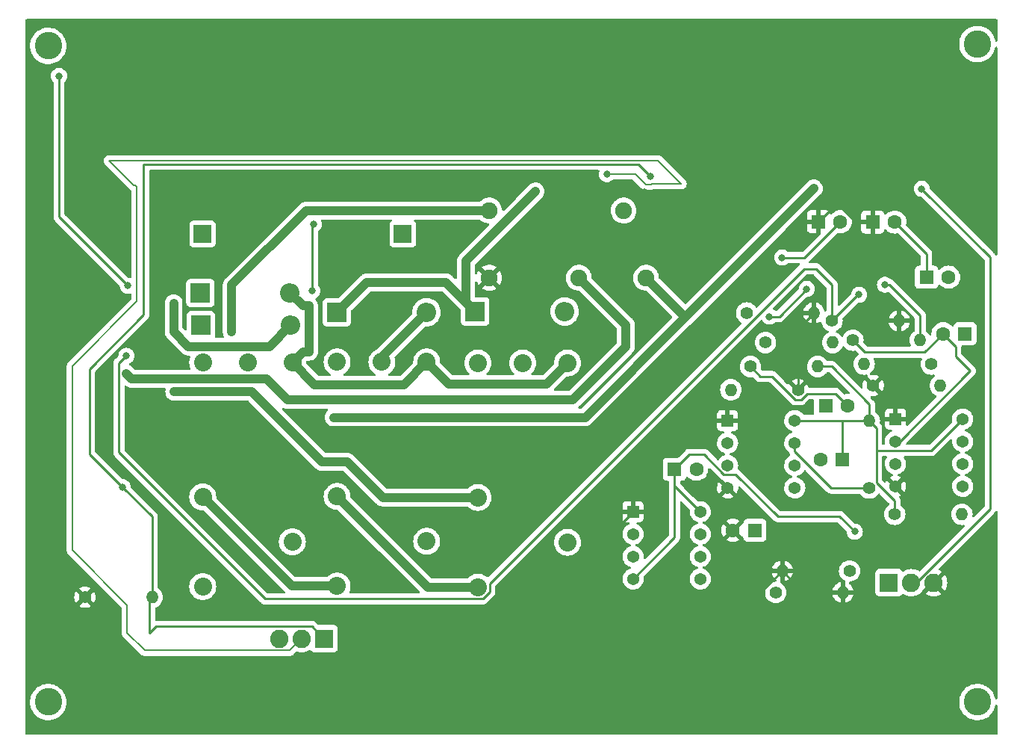
<source format=gbr>
%TF.GenerationSoftware,KiCad,Pcbnew,(6.0.2)*%
%TF.CreationDate,2022-07-20T19:38:25+09:00*%
%TF.ProjectId,shutdown,73687574-646f-4776-9e2e-6b696361645f,rev?*%
%TF.SameCoordinates,Original*%
%TF.FileFunction,Copper,L2,Bot*%
%TF.FilePolarity,Positive*%
%FSLAX46Y46*%
G04 Gerber Fmt 4.6, Leading zero omitted, Abs format (unit mm)*
G04 Created by KiCad (PCBNEW (6.0.2)) date 2022-07-20 19:38:25*
%MOMM*%
%LPD*%
G01*
G04 APERTURE LIST*
%TA.AperFunction,ComponentPad*%
%ADD10R,1.600000X1.600000*%
%TD*%
%TA.AperFunction,ComponentPad*%
%ADD11C,1.600000*%
%TD*%
%TA.AperFunction,ComponentPad*%
%ADD12R,1.371600X1.371600*%
%TD*%
%TA.AperFunction,ComponentPad*%
%ADD13C,1.371600*%
%TD*%
%TA.AperFunction,ComponentPad*%
%ADD14C,1.400000*%
%TD*%
%TA.AperFunction,ComponentPad*%
%ADD15O,1.400000X1.400000*%
%TD*%
%TA.AperFunction,ComponentPad*%
%ADD16C,2.032000*%
%TD*%
%TA.AperFunction,ComponentPad*%
%ADD17R,2.000000X2.000000*%
%TD*%
%TA.AperFunction,ComponentPad*%
%ADD18R,2.085000X2.085000*%
%TD*%
%TA.AperFunction,ComponentPad*%
%ADD19C,2.085000*%
%TD*%
%TA.AperFunction,ComponentPad*%
%ADD20R,2.200000X2.200000*%
%TD*%
%TA.AperFunction,ComponentPad*%
%ADD21O,2.200000X2.200000*%
%TD*%
%TA.AperFunction,ComponentPad*%
%ADD22C,1.905000*%
%TD*%
%TA.AperFunction,ViaPad*%
%ADD23C,3.100000*%
%TD*%
%TA.AperFunction,ViaPad*%
%ADD24C,0.800000*%
%TD*%
%TA.AperFunction,Conductor*%
%ADD25C,1.000000*%
%TD*%
%TA.AperFunction,Conductor*%
%ADD26C,0.250000*%
%TD*%
%TA.AperFunction,Conductor*%
%ADD27C,0.200000*%
%TD*%
G04 APERTURE END LIST*
D10*
%TO.P,C5,1*%
%TO.N,VCC*%
X221655113Y-102990000D03*
D11*
%TO.P,C5,2*%
%TO.N,Net-(C5-Pad2)*%
X219155113Y-102990000D03*
%TD*%
D10*
%TO.P,C6,1*%
%TO.N,VCC*%
X231200000Y-82360000D03*
D11*
%TO.P,C6,2*%
%TO.N,Net-(C6-Pad2)*%
X233700000Y-82360000D03*
%TD*%
D10*
%TO.P,C2,1*%
%TO.N,GND*%
X225094888Y-76110000D03*
D11*
%TO.P,C2,2*%
%TO.N,VCC*%
X227594888Y-76110000D03*
%TD*%
D12*
%TO.P,U5,1,GND*%
%TO.N,GND*%
X208640000Y-98610000D03*
D13*
%TO.P,U5,2,+*%
%TO.N,Net-(C3-Pad1)*%
X208640000Y-101150000D03*
%TO.P,U5,3,-*%
%TO.N,Net-(C3-Pad2)*%
X208640000Y-103690000D03*
%TO.P,U5,4,V-*%
%TO.N,GND*%
X208640000Y-106230000D03*
%TO.P,U5,5,BAL*%
%TO.N,Net-(C5-Pad2)*%
X216260000Y-106230000D03*
%TO.P,U5,6,STRB*%
X216260000Y-103690000D03*
%TO.P,U5,7*%
%TO.N,Net-(R11-Pad1)*%
X216260000Y-101150000D03*
%TO.P,U5,8,V+*%
%TO.N,VCC*%
X216260000Y-98610000D03*
%TD*%
D14*
%TO.P,R3,1*%
%TO.N,BMS_HALL*%
X210800000Y-86400000D03*
D15*
%TO.P,R3,2*%
%TO.N,GND*%
X218420000Y-86400000D03*
%TD*%
D16*
%TO.P,RELAY_BMS1,1,V*%
%TO.N,LV_POWER*%
X180330000Y-92070000D03*
%TO.P,RELAY_BMS1,2,Out*%
%TO.N,HV_MASTER_IN*%
X180330000Y-107310000D03*
%TO.P,RELAY_BMS1,4,12V*%
%TO.N,Net-(RELAY_BMS1-Pad4)*%
X180330000Y-117470000D03*
%TO.P,RELAY_BMS1,6,N*%
%TO.N,CRITICAL_LED*%
X190490000Y-112390000D03*
%TO.P,RELAY_BMS1,8,L*%
%TO.N,SHUTDOWN_RESET*%
X190490000Y-92070000D03*
%TO.P,RELAY_BMS1,9,D*%
%TO.N,BMS_FAULT*%
X185410000Y-92070000D03*
%TD*%
D10*
%TO.P,C3,1*%
%TO.N,Net-(C3-Pad1)*%
X219750000Y-96900000D03*
D11*
%TO.P,C3,2*%
%TO.N,Net-(C3-Pad2)*%
X222250000Y-96900000D03*
%TD*%
D10*
%TO.P,C7,1*%
%TO.N,VCC*%
X211735112Y-111040000D03*
D11*
%TO.P,C7,2*%
%TO.N,GND*%
X209235112Y-111040000D03*
%TD*%
D17*
%TO.P,F1,1*%
%TO.N,BOTS_OUT*%
X149115000Y-77445000D03*
%TO.P,F1,2*%
%TO.N,Net-(F1-Pad2)*%
X171815000Y-77445000D03*
%TD*%
D12*
%TO.P,U6,1,GND*%
%TO.N,GND*%
X227680000Y-98430000D03*
D13*
%TO.P,U6,2,+*%
%TO.N,Net-(C4-Pad2)*%
X227680000Y-100970000D03*
%TO.P,U6,3,-*%
%TO.N,Net-(C4-Pad1)*%
X227680000Y-103510000D03*
%TO.P,U6,4,V-*%
%TO.N,GND*%
X227680000Y-106050000D03*
%TO.P,U6,5,BAL*%
%TO.N,Net-(C6-Pad2)*%
X235300000Y-106050000D03*
%TO.P,U6,6,STRB*%
X235300000Y-103510000D03*
%TO.P,U6,7*%
%TO.N,Net-(R12-Pad2)*%
X235300000Y-100970000D03*
%TO.P,U6,8,V+*%
%TO.N,VCC*%
X235300000Y-98430000D03*
%TD*%
D18*
%TO.P,Q1,1,G*%
%TO.N,BRAKE_DOUT*%
X162880000Y-123310000D03*
D19*
%TO.P,Q1,2,D*%
%TO.N,BRAKE_LIGHT-*%
X160340000Y-123310000D03*
%TO.P,Q1,3,S*%
%TO.N,GND*%
X157800000Y-123310000D03*
%TD*%
D14*
%TO.P,R9,1*%
%TO.N,GND*%
X216620000Y-95110000D03*
D15*
%TO.P,R9,2*%
%TO.N,Net-(C3-Pad2)*%
X209000000Y-95110000D03*
%TD*%
D20*
%TO.P,D3,1,K*%
%TO.N,LV_POWER*%
X148920000Y-87810000D03*
D21*
%TO.P,D3,2,A*%
%TO.N,BSPD_FAULT*%
X159080000Y-87810000D03*
%TD*%
D12*
%TO.P,U8,1,GND*%
%TO.N,GND*%
X197920000Y-108924371D03*
D13*
%TO.P,U8,2,TR*%
%TO.N,Net-(C8-Pad2)*%
X197920000Y-111464371D03*
%TO.P,U8,3,Q*%
%TO.N,Net-(Q2-Pad1)*%
X197920000Y-114004371D03*
%TO.P,U8,4,R*%
%TO.N,Net-(C8-Pad1)*%
X197920000Y-116544371D03*
%TO.P,U8,5,CV*%
%TO.N,unconnected-(U8-Pad5)*%
X205540000Y-116544371D03*
%TO.P,U8,6,THR*%
%TO.N,Net-(C8-Pad2)*%
X205540000Y-114004371D03*
%TO.P,U8,7,DIS*%
%TO.N,unconnected-(U8-Pad7)*%
X205540000Y-111464371D03*
%TO.P,U8,8,VCC*%
%TO.N,Net-(C8-Pad1)*%
X205540000Y-108924371D03*
%TD*%
D14*
%TO.P,R13,1*%
%TO.N,Net-(C8-Pad2)*%
X222460000Y-115640000D03*
D15*
%TO.P,R13,2*%
%TO.N,GND*%
X214840000Y-115640000D03*
%TD*%
D14*
%TO.P,R2,1*%
%TO.N,GND*%
X135770000Y-118610000D03*
D15*
%TO.P,R2,2*%
%TO.N,BRAKE_DOUT*%
X143390000Y-118610000D03*
%TD*%
D14*
%TO.P,R14,1*%
%TO.N,Net-(Q2-Pad1)*%
X214100000Y-118070000D03*
D15*
%TO.P,R14,2*%
%TO.N,GND*%
X221720000Y-118070000D03*
%TD*%
D14*
%TO.P,R8,1*%
%TO.N,Net-(C4-Pad2)*%
X222850000Y-89500000D03*
D15*
%TO.P,R8,2*%
%TO.N,Net-(R8-Pad2)*%
X230470000Y-89500000D03*
%TD*%
D18*
%TO.P,Q2,1,G*%
%TO.N,Net-(Q2-Pad1)*%
X226920000Y-116970000D03*
D19*
%TO.P,Q2,2,D*%
%TO.N,BSPD_FAULT*%
X229460000Y-116970000D03*
%TO.P,Q2,3,S*%
%TO.N,GND*%
X232000000Y-116970000D03*
%TD*%
D14*
%TO.P,R5,1*%
%TO.N,Net-(C3-Pad2)*%
X211230000Y-92480000D03*
D15*
%TO.P,R5,2*%
%TO.N,VCC*%
X218850000Y-92480000D03*
%TD*%
D14*
%TO.P,R11,1*%
%TO.N,Net-(R11-Pad1)*%
X224710000Y-106250000D03*
D15*
%TO.P,R11,2*%
%TO.N,VCC*%
X224710000Y-98630000D03*
%TD*%
D22*
%TO.P,U1,1,1*%
%TO.N,GND*%
X181600000Y-82420000D03*
%TO.P,U1,2,2*%
%TO.N,AIR+_ACTIVE*%
X191760000Y-82420000D03*
%TO.P,U1,3,3*%
%TO.N,HVD_INTERLOCK_OUT*%
X199380000Y-82420000D03*
%TO.P,U1,4,4*%
%TO.N,unconnected-(U1-Pad4)*%
X196840000Y-74800000D03*
%TO.P,U1,5,5*%
%TO.N,AIR+_ACTIVE_SIG*%
X181600000Y-74800000D03*
%TD*%
D14*
%TO.P,R10,1*%
%TO.N,GND*%
X225150000Y-94630000D03*
D15*
%TO.P,R10,2*%
%TO.N,Net-(C4-Pad1)*%
X232770000Y-94630000D03*
%TD*%
D16*
%TO.P,RELAY_BSPD1,1,V*%
%TO.N,LV_POWER*%
X149130000Y-92010000D03*
%TO.P,RELAY_BSPD1,2,Out*%
%TO.N,Net-(RELAY_BSPD1-Pad2)*%
X149130000Y-107250000D03*
%TO.P,RELAY_BSPD1,4,12V*%
%TO.N,Net-(F1-Pad2)*%
X149130000Y-117410000D03*
%TO.P,RELAY_BSPD1,6,N*%
%TO.N,CRITICAL_LED*%
X159290000Y-112330000D03*
%TO.P,RELAY_BSPD1,8,L*%
%TO.N,SHUTDOWN_RESET*%
X159290000Y-92010000D03*
%TO.P,RELAY_BSPD1,9,D*%
%TO.N,BSPD_FAULT*%
X154210000Y-92010000D03*
%TD*%
D10*
%TO.P,C4,1*%
%TO.N,Net-(C4-Pad1)*%
X235570000Y-88770000D03*
D11*
%TO.P,C4,2*%
%TO.N,Net-(C4-Pad2)*%
X233070000Y-88770000D03*
%TD*%
D10*
%TO.P,C1,1*%
%TO.N,GND*%
X218931700Y-76070000D03*
D11*
%TO.P,C1,2*%
%TO.N,VCC*%
X221431700Y-76070000D03*
%TD*%
D16*
%TO.P,RELAY_IMD1,1,V*%
%TO.N,LV_POWER*%
X164360000Y-91960000D03*
%TO.P,RELAY_IMD1,2,Out*%
%TO.N,Net-(RELAY_BMS1-Pad4)*%
X164360000Y-107200000D03*
%TO.P,RELAY_IMD1,4,12V*%
%TO.N,Net-(RELAY_BSPD1-Pad2)*%
X164360000Y-117360000D03*
%TO.P,RELAY_IMD1,6,N*%
%TO.N,CRITICAL_LED*%
X174520000Y-112280000D03*
%TO.P,RELAY_IMD1,8,L*%
%TO.N,SHUTDOWN_RESET*%
X174520000Y-91960000D03*
%TO.P,RELAY_IMD1,9,D*%
%TO.N,IMD_FAULT*%
X169440000Y-91960000D03*
%TD*%
D14*
%TO.P,R6,1*%
%TO.N,Net-(C4-Pad1)*%
X231750000Y-92210000D03*
D15*
%TO.P,R6,2*%
%TO.N,VCC*%
X224130000Y-92210000D03*
%TD*%
D14*
%TO.P,R12,1*%
%TO.N,VCC*%
X227590000Y-109220000D03*
D15*
%TO.P,R12,2*%
%TO.N,Net-(R12-Pad2)*%
X235210000Y-109220000D03*
%TD*%
D10*
%TO.P,C8,1*%
%TO.N,Net-(C8-Pad1)*%
X202614888Y-104120000D03*
D11*
%TO.P,C8,2*%
%TO.N,Net-(C8-Pad2)*%
X205114888Y-104120000D03*
%TD*%
D20*
%TO.P,D2,1,K*%
%TO.N,LV_POWER*%
X164340000Y-86330000D03*
D21*
%TO.P,D2,2,A*%
%TO.N,IMD_FAULT*%
X174500000Y-86330000D03*
%TD*%
D20*
%TO.P,D4,1,K*%
%TO.N,LV_POWER*%
X148870000Y-84140000D03*
D21*
%TO.P,D4,2,A*%
%TO.N,SHUTDOWN_RESET*%
X159030000Y-84140000D03*
%TD*%
D20*
%TO.P,D1,1,K*%
%TO.N,LV_POWER*%
X180010000Y-86240000D03*
D21*
%TO.P,D1,2,A*%
%TO.N,BMS_FAULT*%
X190170000Y-86240000D03*
%TD*%
D14*
%TO.P,R7,1*%
%TO.N,Net-(C3-Pad1)*%
X212930000Y-89770000D03*
D15*
%TO.P,R7,2*%
%TO.N,Net-(R7-Pad2)*%
X220550000Y-89770000D03*
%TD*%
D14*
%TO.P,R4,1*%
%TO.N,BRAKE*%
X220480000Y-87310000D03*
D15*
%TO.P,R4,2*%
%TO.N,GND*%
X228100000Y-87310000D03*
%TD*%
D23*
%TO.N,*%
X131610000Y-56150000D03*
X131610000Y-130490000D03*
X236960000Y-55940000D03*
X236960000Y-130490000D03*
D24*
%TO.N,IMD_FAULT*%
X132830000Y-59560000D03*
X140630000Y-83330000D03*
%TO.N,BSPD_FAULT*%
X145830000Y-85320000D03*
X230660000Y-72350000D03*
%TO.N,BMS_HALL*%
X213390000Y-86810000D03*
X217620000Y-83690000D03*
%TO.N,LV_POWER*%
X186860000Y-72630000D03*
%TO.N,GND*%
X199190000Y-72690000D03*
X202570000Y-78240000D03*
%TO.N,AIR+_ACTIVE_SIG*%
X152410000Y-88570000D03*
%TO.N,AIR+_ACTIVE*%
X140440000Y-93250000D03*
%TO.N,VCC*%
X214820000Y-80140000D03*
%TO.N,Net-(C8-Pad1)*%
X223060001Y-111189999D03*
%TO.N,HV_MASTER_IN*%
X145820000Y-95260000D03*
%TO.N,BRAKE*%
X223550000Y-84350000D03*
X140470000Y-91268378D03*
%TO.N,BRAKE_LIGHT-*%
X194960000Y-70690000D03*
%TO.N,BRAKE_DOUT*%
X199890000Y-70910000D03*
X140035000Y-106135000D03*
%TO.N,Net-(R8-Pad2)*%
X226480000Y-83210000D03*
%TO.N,HVD_INTERLOCK_OUT*%
X163960000Y-98240000D03*
X218420000Y-72300000D03*
%TO.N,LV_MASTER_OUT*%
X161715000Y-76385000D03*
X161560000Y-83890000D03*
%TD*%
D25*
%TO.N,IMD_FAULT*%
X174500000Y-86330000D02*
X169440000Y-91390000D01*
X169440000Y-91390000D02*
X169440000Y-91960000D01*
D26*
X132830000Y-59560000D02*
X132830000Y-75530000D01*
X132830000Y-75530000D02*
X140630000Y-83330000D01*
D25*
%TO.N,BSPD_FAULT*%
X145830000Y-88540000D02*
X147510000Y-90220000D01*
D26*
X230066753Y-116970000D02*
X238420000Y-108616753D01*
X238420000Y-108616753D02*
X238420000Y-80110000D01*
X229460000Y-116970000D02*
X230066753Y-116970000D01*
D25*
X147510000Y-90220000D02*
X156670000Y-90220000D01*
X156670000Y-90220000D02*
X159080000Y-87810000D01*
D26*
X238420000Y-80110000D02*
X230660000Y-72350000D01*
D25*
X145830000Y-85320000D02*
X145830000Y-88540000D01*
%TO.N,SHUTDOWN_RESET*%
X177000000Y-94440000D02*
X174520000Y-91960000D01*
X161190000Y-85619511D02*
X161190000Y-90800489D01*
X174520000Y-91960000D02*
X171960000Y-94520000D01*
X160499511Y-90800489D02*
X159290000Y-92010000D01*
X161190000Y-90800489D02*
X160499511Y-90800489D01*
X161800000Y-94520000D02*
X159290000Y-92010000D01*
X190490000Y-92070000D02*
X188120000Y-94440000D01*
X160509511Y-85619511D02*
X159030000Y-84140000D01*
X161190000Y-85619511D02*
X160509511Y-85619511D01*
X171960000Y-94520000D02*
X161800000Y-94520000D01*
X188120000Y-94440000D02*
X177000000Y-94440000D01*
D26*
%TO.N,BMS_HALL*%
X217620000Y-83690000D02*
X214500000Y-86810000D01*
X214500000Y-86810000D02*
X213390000Y-86810000D01*
D25*
%TO.N,LV_POWER*%
X186860000Y-72630000D02*
X178960000Y-80530000D01*
X176710000Y-82940000D02*
X180010000Y-86240000D01*
X167730000Y-82940000D02*
X176710000Y-82940000D01*
X164340000Y-86330000D02*
X167730000Y-82940000D01*
X178960000Y-85190000D02*
X180010000Y-86240000D01*
X178960000Y-80530000D02*
X178960000Y-85190000D01*
D26*
%TO.N,GND*%
X195451584Y-116251584D02*
X198288416Y-119088416D01*
X214840000Y-115640000D02*
X213835112Y-115640000D01*
X195451584Y-116221584D02*
X195451584Y-116251584D01*
X216620000Y-95110000D02*
X216620000Y-88200000D01*
X221030000Y-73971700D02*
X218931700Y-76070000D01*
X213835112Y-115640000D02*
X209235112Y-111040000D01*
X198288416Y-119058416D02*
X198646832Y-118700000D01*
X198646832Y-118700000D02*
X211780000Y-118700000D01*
X216620000Y-88200000D02*
X218420000Y-86400000D01*
X202570000Y-78240000D02*
X199190000Y-74860000D01*
X221030000Y-68690000D02*
X221030000Y-73971700D01*
X207070000Y-78240000D02*
X216620000Y-68690000D01*
X202570000Y-78240000D02*
X207070000Y-78240000D01*
X223168300Y-76110000D02*
X221030000Y-73971700D01*
X197920000Y-108924371D02*
X195810000Y-111034371D01*
X216620000Y-68690000D02*
X221030000Y-68690000D01*
X221720000Y-118070000D02*
X217270000Y-118070000D01*
X225094888Y-76110000D02*
X223168300Y-76110000D01*
X211780000Y-118700000D02*
X214840000Y-115640000D01*
X198288416Y-119088416D02*
X198288416Y-119058416D01*
X199190000Y-74860000D02*
X199190000Y-72690000D01*
X217270000Y-118070000D02*
X214840000Y-115640000D01*
X195810000Y-115863168D02*
X195451584Y-116221584D01*
X195810000Y-111034371D02*
X195810000Y-115863168D01*
D25*
%TO.N,AIR+_ACTIVE_SIG*%
X152410000Y-83250000D02*
X152410000Y-88570000D01*
X181600000Y-74800000D02*
X160860000Y-74800000D01*
X160860000Y-74800000D02*
X152410000Y-83250000D01*
%TO.N,AIR+_ACTIVE*%
X191760000Y-82420000D02*
X197110000Y-87770000D01*
X197110000Y-87770000D02*
X197110000Y-90210000D01*
X197110000Y-90210000D02*
X191080000Y-96240000D01*
X141060000Y-93870000D02*
X140440000Y-93250000D01*
X156331022Y-93870000D02*
X141060000Y-93870000D01*
X191080000Y-96240000D02*
X158701022Y-96240000D01*
X158701022Y-96240000D02*
X156331022Y-93870000D01*
%TO.N,Net-(RELAY_BMS1-Pad4)*%
X174630000Y-117470000D02*
X180330000Y-117470000D01*
X164360000Y-107200000D02*
X174630000Y-117470000D01*
%TO.N,Net-(RELAY_BSPD1-Pad2)*%
X159240000Y-117360000D02*
X164360000Y-117360000D01*
X149130000Y-107250000D02*
X159240000Y-117360000D01*
D26*
%TO.N,VCC*%
X225520311Y-101980311D02*
X225520311Y-105611433D01*
X225520311Y-99440311D02*
X224710000Y-98630000D01*
X231749689Y-101980311D02*
X225520311Y-101980311D01*
X231200000Y-79715112D02*
X227594888Y-76110000D01*
X221655113Y-102990000D02*
X221655113Y-98655113D01*
X221655113Y-98655113D02*
X221680226Y-98630000D01*
X216260000Y-98610000D02*
X221610000Y-98610000D01*
X221655113Y-98655113D02*
X221610000Y-98610000D01*
X217361700Y-80140000D02*
X221431700Y-76070000D01*
X235300000Y-98430000D02*
X231749689Y-101980311D01*
X225520311Y-101980311D02*
X225520311Y-99440311D01*
X220420000Y-92480000D02*
X218850000Y-92480000D01*
X227590000Y-107681122D02*
X227590000Y-109220000D01*
X220420000Y-92480000D02*
X224710000Y-96770000D01*
X225520311Y-105611433D02*
X227590000Y-107681122D01*
X224710000Y-96770000D02*
X224710000Y-98630000D01*
X231200000Y-82360000D02*
X231200000Y-79715112D01*
X214820000Y-80140000D02*
X217361700Y-80140000D01*
X221680226Y-98630000D02*
X224710000Y-98630000D01*
%TO.N,Net-(C4-Pad2)*%
X234510000Y-90210000D02*
X234510000Y-91320000D01*
X224220000Y-90870000D02*
X222850000Y-89500000D01*
X233070000Y-88770000D02*
X230970000Y-90870000D01*
X233070000Y-88770000D02*
X234510000Y-90210000D01*
X228160000Y-100970000D02*
X227680000Y-100970000D01*
X236160000Y-92970000D02*
X228160000Y-100970000D01*
X234510000Y-91320000D02*
X236160000Y-92970000D01*
X230970000Y-90870000D02*
X224220000Y-90870000D01*
%TO.N,Net-(C3-Pad2)*%
X216291122Y-96230000D02*
X213670000Y-93608878D01*
X213670000Y-93608878D02*
X212358878Y-93608878D01*
X222250000Y-96900000D02*
X220884367Y-95534367D01*
X216948878Y-96230000D02*
X216291122Y-96230000D01*
X212358878Y-93608878D02*
X211230000Y-92480000D01*
X217644511Y-95534367D02*
X216948878Y-96230000D01*
X220884367Y-95534367D02*
X217644511Y-95534367D01*
%TO.N,Net-(C8-Pad1)*%
X209560311Y-104700311D02*
X208221514Y-104700311D01*
X205960000Y-102438797D02*
X204296091Y-102438797D01*
X202614888Y-104120000D02*
X202614888Y-111849483D01*
X221335971Y-109465969D02*
X214325969Y-109465969D01*
X202614888Y-105999259D02*
X205540000Y-108924371D01*
X223060001Y-111189999D02*
X221335971Y-109465969D01*
X202614888Y-104120000D02*
X202614888Y-105999259D01*
X204296091Y-102438797D02*
X202614888Y-104120000D01*
X208221514Y-104700311D02*
X205960000Y-102438797D01*
X214325969Y-109465969D02*
X209560311Y-104700311D01*
X202614888Y-111849483D02*
X197920000Y-116544371D01*
D25*
%TO.N,HV_MASTER_IN*%
X162650000Y-103290000D02*
X165530000Y-103290000D01*
D26*
X145820000Y-95260000D02*
X145904520Y-95344520D01*
D25*
X169550000Y-107310000D02*
X180330000Y-107310000D01*
X145904520Y-95344520D02*
X154704520Y-95344520D01*
X154704520Y-95344520D02*
X162650000Y-103290000D01*
X165530000Y-103290000D02*
X169550000Y-107310000D01*
D26*
%TO.N,BRAKE*%
X156220511Y-118810511D02*
X180885259Y-118810511D01*
X181670511Y-118025259D02*
X181670511Y-117039489D01*
X223550000Y-84350000D02*
X223440000Y-84350000D01*
X181670511Y-117039489D02*
X217300000Y-81410000D01*
X180885259Y-118810511D02*
X181670511Y-118025259D01*
X217300000Y-81410000D02*
X218660000Y-81410000D01*
X218660000Y-81410000D02*
X220480000Y-83230000D01*
X220480000Y-83230000D02*
X220480000Y-87310000D01*
X139615480Y-92122898D02*
X139615480Y-102205480D01*
X140470000Y-91268378D02*
X139615480Y-92122898D01*
X223440000Y-84350000D02*
X220480000Y-87310000D01*
X139615480Y-102205480D02*
X156220511Y-118810511D01*
D27*
%TO.N,BRAKE_LIGHT-*%
X199349259Y-71860000D02*
X199929259Y-71860000D01*
X138504520Y-69145480D02*
X141329511Y-71970471D01*
X142532011Y-124652011D02*
X158997989Y-124652011D01*
X200745480Y-69145480D02*
X138504520Y-69145480D01*
X158997989Y-124652011D02*
X160340000Y-123310000D01*
X141650000Y-72150000D02*
X141650000Y-85100000D01*
X134320000Y-113306477D02*
X140550000Y-119536477D01*
X199929259Y-71860000D02*
X199999259Y-71790000D01*
X198179259Y-70690000D02*
X199349259Y-71860000D01*
X140550000Y-122670000D02*
X142532011Y-124652011D01*
X140550000Y-119536477D02*
X140550000Y-122670000D01*
X141650000Y-85100000D02*
X134320000Y-92430000D01*
X141329511Y-71970471D02*
X141470471Y-71970471D01*
X194960000Y-70690000D02*
X198179259Y-70690000D01*
X203390000Y-71790000D02*
X200745480Y-69145480D01*
X134320000Y-92430000D02*
X134320000Y-113306477D01*
X141470471Y-71970471D02*
X141650000Y-72150000D01*
X199999259Y-71790000D02*
X203390000Y-71790000D01*
D26*
%TO.N,BRAKE_DOUT*%
X143400000Y-118720000D02*
X143400000Y-109500000D01*
X142420000Y-86640000D02*
X136290000Y-92770000D01*
X143090000Y-122670000D02*
X143090000Y-119030000D01*
X136290000Y-92770000D02*
X136290000Y-102390000D01*
X143090000Y-119030000D02*
X143400000Y-118720000D01*
X142420000Y-69570000D02*
X142420000Y-86640000D01*
X143400000Y-109500000D02*
X140035000Y-106135000D01*
X143090000Y-122670000D02*
X143817011Y-121942989D01*
X143817011Y-121942989D02*
X161512989Y-121942989D01*
X136290000Y-102390000D02*
X140035000Y-106135000D01*
X198550000Y-69570000D02*
X142420000Y-69570000D01*
X161512989Y-121942989D02*
X162880000Y-123310000D01*
X199890000Y-70910000D02*
X198550000Y-69570000D01*
%TO.N,Net-(R8-Pad2)*%
X226480000Y-83210000D02*
X226988878Y-83210000D01*
X230470000Y-86691122D02*
X230470000Y-89500000D01*
X226988878Y-83210000D02*
X230470000Y-86691122D01*
%TO.N,Net-(R11-Pad1)*%
X220390133Y-106250000D02*
X224710000Y-106250000D01*
X216260000Y-102119867D02*
X220390133Y-106250000D01*
X216260000Y-101150000D02*
X216260000Y-102119867D01*
D25*
%TO.N,HVD_INTERLOCK_OUT*%
X192480000Y-98240000D02*
X163960000Y-98240000D01*
X203725000Y-86765000D02*
X199380000Y-82420000D01*
X203725000Y-86995000D02*
X192480000Y-98240000D01*
X218420000Y-72300000D02*
X203725000Y-86995000D01*
X203725000Y-86995000D02*
X203725000Y-86765000D01*
D26*
%TO.N,LV_MASTER_OUT*%
X161560000Y-76540000D02*
X161560000Y-83890000D01*
X161715000Y-76385000D02*
X161560000Y-76540000D01*
%TD*%
%TA.AperFunction,Conductor*%
%TO.N,GND*%
G36*
X239174121Y-53128002D02*
G01*
X239220614Y-53181658D01*
X239232000Y-53234000D01*
X239232000Y-55530114D01*
X239211998Y-55598235D01*
X239158342Y-55644728D01*
X239088068Y-55654832D01*
X239023488Y-55625338D01*
X238985104Y-55565612D01*
X238982618Y-55555665D01*
X238948172Y-55389332D01*
X238947303Y-55385135D01*
X238853612Y-55120561D01*
X238843401Y-55100776D01*
X238726847Y-54874957D01*
X238726847Y-54874956D01*
X238724882Y-54871150D01*
X238714595Y-54856512D01*
X238644188Y-54756334D01*
X238563493Y-54641517D01*
X238400300Y-54465900D01*
X238375354Y-54439055D01*
X238375351Y-54439052D01*
X238372433Y-54435912D01*
X238155237Y-54258139D01*
X237915923Y-54111487D01*
X237893348Y-54101577D01*
X237662853Y-54000397D01*
X237658921Y-53998671D01*
X237639519Y-53993144D01*
X237393114Y-53922954D01*
X237393115Y-53922954D01*
X237388986Y-53921778D01*
X237183217Y-53892493D01*
X237115365Y-53882836D01*
X237115363Y-53882836D01*
X237111113Y-53882231D01*
X237106824Y-53882209D01*
X237106817Y-53882208D01*
X236834730Y-53880783D01*
X236834723Y-53880783D01*
X236830444Y-53880761D01*
X236826199Y-53881320D01*
X236826197Y-53881320D01*
X236762813Y-53889665D01*
X236552172Y-53917397D01*
X236281446Y-53991459D01*
X236023277Y-54101577D01*
X235877721Y-54188691D01*
X235786123Y-54243511D01*
X235786119Y-54243514D01*
X235782441Y-54245715D01*
X235563395Y-54421204D01*
X235560451Y-54424306D01*
X235560447Y-54424310D01*
X235373142Y-54621688D01*
X235370192Y-54624797D01*
X235206408Y-54852727D01*
X235075073Y-55100776D01*
X235073601Y-55104799D01*
X235073599Y-55104803D01*
X235066354Y-55124602D01*
X234978616Y-55364355D01*
X234977703Y-55368541D01*
X234977703Y-55368542D01*
X234927623Y-55598235D01*
X234918825Y-55638585D01*
X234896803Y-55918393D01*
X234912960Y-56198601D01*
X234913785Y-56202806D01*
X234913786Y-56202814D01*
X234938166Y-56327075D01*
X234966996Y-56474024D01*
X234968383Y-56478074D01*
X234968384Y-56478079D01*
X235038895Y-56684024D01*
X235057911Y-56739565D01*
X235120967Y-56864938D01*
X235161490Y-56945509D01*
X235184022Y-56990310D01*
X235186448Y-56993839D01*
X235186451Y-56993845D01*
X235295012Y-57151801D01*
X235342997Y-57221620D01*
X235345884Y-57224793D01*
X235345885Y-57224794D01*
X235377039Y-57259032D01*
X235531894Y-57429215D01*
X235535183Y-57431965D01*
X235743925Y-57606501D01*
X235743930Y-57606505D01*
X235747217Y-57609253D01*
X235802424Y-57643884D01*
X235981341Y-57756119D01*
X235981345Y-57756121D01*
X235984981Y-57758402D01*
X236240788Y-57873903D01*
X236244907Y-57875123D01*
X236505790Y-57952401D01*
X236505795Y-57952402D01*
X236509903Y-57953619D01*
X236514137Y-57954267D01*
X236514142Y-57954268D01*
X236758514Y-57991662D01*
X236787347Y-57996074D01*
X236930292Y-57998319D01*
X237063694Y-58000415D01*
X237063700Y-58000415D01*
X237067985Y-58000482D01*
X237346626Y-57966763D01*
X237618112Y-57895540D01*
X237622072Y-57893900D01*
X237622077Y-57893898D01*
X237808929Y-57816501D01*
X237877420Y-57788131D01*
X237928296Y-57758402D01*
X238116054Y-57648685D01*
X238116055Y-57648685D01*
X238119752Y-57646524D01*
X238340624Y-57473338D01*
X238535948Y-57271779D01*
X238538481Y-57268331D01*
X238538485Y-57268326D01*
X238699572Y-57049032D01*
X238702110Y-57045577D01*
X238754240Y-56949565D01*
X238833986Y-56802692D01*
X238833987Y-56802690D01*
X238836036Y-56798916D01*
X238935247Y-56536362D01*
X238983180Y-56327075D01*
X239017885Y-56265139D01*
X239080566Y-56231798D01*
X239151322Y-56237637D01*
X239207689Y-56280804D01*
X239231770Y-56347592D01*
X239232000Y-56355204D01*
X239232000Y-79777942D01*
X239211998Y-79846063D01*
X239158342Y-79892556D01*
X239088068Y-79902660D01*
X239023488Y-79873166D01*
X238997543Y-79842075D01*
X238995704Y-79838965D01*
X238987010Y-79821218D01*
X238982472Y-79809756D01*
X238982469Y-79809751D01*
X238979552Y-79802383D01*
X238966901Y-79784970D01*
X238953573Y-79766625D01*
X238947057Y-79756707D01*
X238928575Y-79725457D01*
X238924542Y-79718637D01*
X238910218Y-79704313D01*
X238897376Y-79689278D01*
X238885472Y-79672893D01*
X238851406Y-79644711D01*
X238842627Y-79636722D01*
X231607122Y-72401217D01*
X231573096Y-72338905D01*
X231570907Y-72325292D01*
X231570191Y-72318474D01*
X231553542Y-72160072D01*
X231494527Y-71978444D01*
X231477442Y-71948851D01*
X231402341Y-71818774D01*
X231399040Y-71813056D01*
X231330889Y-71737366D01*
X231275675Y-71676045D01*
X231275674Y-71676044D01*
X231271253Y-71671134D01*
X231116752Y-71558882D01*
X231110724Y-71556198D01*
X231110722Y-71556197D01*
X230948319Y-71483891D01*
X230948318Y-71483891D01*
X230942288Y-71481206D01*
X230837380Y-71458907D01*
X230761944Y-71442872D01*
X230761939Y-71442872D01*
X230755487Y-71441500D01*
X230564513Y-71441500D01*
X230558061Y-71442872D01*
X230558056Y-71442872D01*
X230482620Y-71458907D01*
X230377712Y-71481206D01*
X230371682Y-71483891D01*
X230371681Y-71483891D01*
X230209278Y-71556197D01*
X230209276Y-71556198D01*
X230203248Y-71558882D01*
X230048747Y-71671134D01*
X230044326Y-71676044D01*
X230044325Y-71676045D01*
X229989112Y-71737366D01*
X229920960Y-71813056D01*
X229917659Y-71818774D01*
X229842559Y-71948851D01*
X229825473Y-71978444D01*
X229766458Y-72160072D01*
X229765768Y-72166633D01*
X229765768Y-72166635D01*
X229752383Y-72293987D01*
X229746496Y-72350000D01*
X229747186Y-72356565D01*
X229758951Y-72468499D01*
X229766458Y-72539928D01*
X229825473Y-72721556D01*
X229920960Y-72886944D01*
X229925378Y-72891851D01*
X229925379Y-72891852D01*
X230004846Y-72980109D01*
X230048747Y-73028866D01*
X230203248Y-73141118D01*
X230209276Y-73143802D01*
X230209278Y-73143803D01*
X230309234Y-73188306D01*
X230377712Y-73218794D01*
X230471112Y-73238647D01*
X230558056Y-73257128D01*
X230558061Y-73257128D01*
X230564513Y-73258500D01*
X230620406Y-73258500D01*
X230688527Y-73278502D01*
X230709501Y-73295405D01*
X237749595Y-80335499D01*
X237783621Y-80397811D01*
X237786500Y-80424594D01*
X237786500Y-108302158D01*
X237766498Y-108370279D01*
X237749595Y-108391253D01*
X236620183Y-109520665D01*
X236557871Y-109554691D01*
X236487056Y-109549626D01*
X236430220Y-109507079D01*
X236405409Y-109440559D01*
X236405567Y-109420588D01*
X236422637Y-109225475D01*
X236423116Y-109220000D01*
X236404686Y-109009345D01*
X236401607Y-108997854D01*
X236351379Y-108810400D01*
X236351378Y-108810398D01*
X236349956Y-108805090D01*
X236345514Y-108795564D01*
X236262912Y-108618423D01*
X236262910Y-108618420D01*
X236260589Y-108613442D01*
X236139301Y-108440224D01*
X235989776Y-108290699D01*
X235816558Y-108169411D01*
X235811580Y-108167090D01*
X235811577Y-108167088D01*
X235629892Y-108082367D01*
X235629891Y-108082366D01*
X235624910Y-108080044D01*
X235619602Y-108078622D01*
X235619600Y-108078621D01*
X235425970Y-108026738D01*
X235425968Y-108026738D01*
X235420655Y-108025314D01*
X235210000Y-108006884D01*
X234999345Y-108025314D01*
X234994032Y-108026738D01*
X234994030Y-108026738D01*
X234800400Y-108078621D01*
X234800398Y-108078622D01*
X234795090Y-108080044D01*
X234790109Y-108082366D01*
X234790108Y-108082367D01*
X234608423Y-108167088D01*
X234608420Y-108167090D01*
X234603442Y-108169411D01*
X234430224Y-108290699D01*
X234280699Y-108440224D01*
X234159411Y-108613442D01*
X234157090Y-108618420D01*
X234157088Y-108618423D01*
X234074486Y-108795564D01*
X234070044Y-108805090D01*
X234068622Y-108810398D01*
X234068621Y-108810400D01*
X234018393Y-108997854D01*
X234015314Y-109009345D01*
X233996884Y-109220000D01*
X234015314Y-109430655D01*
X234016738Y-109435968D01*
X234016738Y-109435970D01*
X234049997Y-109560092D01*
X234070044Y-109634910D01*
X234072366Y-109639891D01*
X234072367Y-109639892D01*
X234122954Y-109748375D01*
X234159411Y-109826558D01*
X234280699Y-109999776D01*
X234430224Y-110149301D01*
X234603442Y-110270589D01*
X234608420Y-110272910D01*
X234608423Y-110272912D01*
X234790108Y-110357633D01*
X234795090Y-110359956D01*
X234800398Y-110361378D01*
X234800400Y-110361379D01*
X234994030Y-110413262D01*
X234994032Y-110413262D01*
X234999345Y-110414686D01*
X235210000Y-110433116D01*
X235215475Y-110432637D01*
X235410588Y-110415567D01*
X235480193Y-110429556D01*
X235531186Y-110478956D01*
X235547376Y-110548082D01*
X235523623Y-110614987D01*
X235510665Y-110630183D01*
X230478838Y-115662010D01*
X230416526Y-115696036D01*
X230345711Y-115690971D01*
X230323908Y-115680348D01*
X230170537Y-115586362D01*
X230166317Y-115583776D01*
X230161747Y-115581883D01*
X230161743Y-115581881D01*
X229945340Y-115492244D01*
X229945338Y-115492243D01*
X229940767Y-115490350D01*
X229813510Y-115459798D01*
X229708193Y-115434513D01*
X229708187Y-115434512D01*
X229703380Y-115433358D01*
X229460000Y-115414204D01*
X229216620Y-115433358D01*
X229211813Y-115434512D01*
X229211807Y-115434513D01*
X229106490Y-115459798D01*
X228979233Y-115490350D01*
X228974662Y-115492243D01*
X228974660Y-115492244D01*
X228758257Y-115581881D01*
X228758253Y-115581883D01*
X228753683Y-115583776D01*
X228749463Y-115586362D01*
X228568315Y-115697370D01*
X228499781Y-115715908D01*
X228432105Y-115694452D01*
X228401654Y-115665502D01*
X228331143Y-115571420D01*
X228331142Y-115571419D01*
X228325761Y-115564239D01*
X228209205Y-115476885D01*
X228072816Y-115425755D01*
X228010634Y-115419000D01*
X225829366Y-115419000D01*
X225767184Y-115425755D01*
X225630795Y-115476885D01*
X225514239Y-115564239D01*
X225426885Y-115680795D01*
X225375755Y-115817184D01*
X225369000Y-115879366D01*
X225369000Y-118060634D01*
X225375755Y-118122816D01*
X225426885Y-118259205D01*
X225514239Y-118375761D01*
X225630795Y-118463115D01*
X225767184Y-118514245D01*
X225829366Y-118521000D01*
X228010634Y-118521000D01*
X228072816Y-118514245D01*
X228209205Y-118463115D01*
X228325761Y-118375761D01*
X228339318Y-118357672D01*
X228401654Y-118274498D01*
X228458514Y-118231983D01*
X228529332Y-118226958D01*
X228568314Y-118242630D01*
X228753683Y-118356224D01*
X228758253Y-118358117D01*
X228758257Y-118358119D01*
X228973511Y-118447280D01*
X228979233Y-118449650D01*
X229042195Y-118464766D01*
X229211807Y-118505487D01*
X229211813Y-118505488D01*
X229216620Y-118506642D01*
X229460000Y-118525796D01*
X229703380Y-118506642D01*
X229708187Y-118505488D01*
X229708193Y-118505487D01*
X229877805Y-118464766D01*
X229940767Y-118449650D01*
X229946489Y-118447280D01*
X230161743Y-118358119D01*
X230161747Y-118358117D01*
X230166317Y-118356224D01*
X230366460Y-118233576D01*
X231101254Y-118233576D01*
X231106981Y-118241226D01*
X231289691Y-118353191D01*
X231298485Y-118357672D01*
X231514819Y-118447280D01*
X231524193Y-118450326D01*
X231751889Y-118504991D01*
X231761629Y-118506534D01*
X231995070Y-118524906D01*
X232004930Y-118524906D01*
X232238371Y-118506534D01*
X232248111Y-118504991D01*
X232475807Y-118450326D01*
X232485181Y-118447280D01*
X232701515Y-118357672D01*
X232710309Y-118353191D01*
X232889353Y-118243473D01*
X232898813Y-118233017D01*
X232895029Y-118224239D01*
X232012812Y-117342022D01*
X231998868Y-117334408D01*
X231997035Y-117334539D01*
X231990420Y-117338790D01*
X231108014Y-118221196D01*
X231101254Y-118233576D01*
X230366460Y-118233576D01*
X230374474Y-118228665D01*
X230560114Y-118070114D01*
X230710132Y-117894465D01*
X230731580Y-117878647D01*
X230731574Y-117878640D01*
X230738072Y-117872718D01*
X231639658Y-116971132D01*
X232364408Y-116971132D01*
X232364539Y-116972965D01*
X232368790Y-116979580D01*
X233251196Y-117861986D01*
X233263576Y-117868746D01*
X233271226Y-117863019D01*
X233383191Y-117680309D01*
X233387672Y-117671515D01*
X233477280Y-117455181D01*
X233480326Y-117445807D01*
X233534991Y-117218111D01*
X233536534Y-117208371D01*
X233554906Y-116974930D01*
X233554906Y-116965070D01*
X233536534Y-116731629D01*
X233534991Y-116721889D01*
X233480326Y-116494193D01*
X233477280Y-116484819D01*
X233387672Y-116268485D01*
X233383191Y-116259691D01*
X233273473Y-116080647D01*
X233263017Y-116071187D01*
X233254239Y-116074971D01*
X232372022Y-116957188D01*
X232364408Y-116971132D01*
X231639658Y-116971132D01*
X232891986Y-115718804D01*
X232898746Y-115706424D01*
X232893019Y-115698774D01*
X232710309Y-115586809D01*
X232701511Y-115582326D01*
X232627407Y-115551632D01*
X232572125Y-115507084D01*
X232549704Y-115439721D01*
X232567262Y-115370930D01*
X232586529Y-115346128D01*
X238812247Y-109120410D01*
X238820537Y-109112866D01*
X238827018Y-109108753D01*
X238873659Y-109059085D01*
X238876413Y-109056244D01*
X238896134Y-109036523D01*
X238898612Y-109033328D01*
X238906318Y-109024306D01*
X238920367Y-109009345D01*
X238936586Y-108992074D01*
X238946346Y-108974321D01*
X238957199Y-108957798D01*
X238964753Y-108948059D01*
X238969613Y-108941794D01*
X238987176Y-108901210D01*
X238992388Y-108890571D01*
X238995588Y-108884750D01*
X239045936Y-108834693D01*
X239115354Y-108819804D01*
X239181802Y-108844808D01*
X239224183Y-108901767D01*
X239232000Y-108945456D01*
X239232000Y-130080114D01*
X239211998Y-130148235D01*
X239158342Y-130194728D01*
X239088068Y-130204832D01*
X239023488Y-130175338D01*
X238985104Y-130115612D01*
X238982618Y-130105665D01*
X238948172Y-129939332D01*
X238947303Y-129935135D01*
X238853612Y-129670561D01*
X238843401Y-129650776D01*
X238726847Y-129424957D01*
X238726847Y-129424956D01*
X238724882Y-129421150D01*
X238714595Y-129406512D01*
X238565956Y-129195022D01*
X238563493Y-129191517D01*
X238372433Y-128985912D01*
X238155237Y-128808139D01*
X237915923Y-128661487D01*
X237893348Y-128651577D01*
X237662853Y-128550397D01*
X237658921Y-128548671D01*
X237639519Y-128543144D01*
X237393114Y-128472954D01*
X237393115Y-128472954D01*
X237388986Y-128471778D01*
X237183217Y-128442493D01*
X237115365Y-128432836D01*
X237115363Y-128432836D01*
X237111113Y-128432231D01*
X237106824Y-128432209D01*
X237106817Y-128432208D01*
X236834730Y-128430783D01*
X236834723Y-128430783D01*
X236830444Y-128430761D01*
X236826199Y-128431320D01*
X236826197Y-128431320D01*
X236762813Y-128439665D01*
X236552172Y-128467397D01*
X236281446Y-128541459D01*
X236023277Y-128651577D01*
X235877721Y-128738691D01*
X235786123Y-128793511D01*
X235786119Y-128793514D01*
X235782441Y-128795715D01*
X235563395Y-128971204D01*
X235560451Y-128974306D01*
X235560447Y-128974310D01*
X235373142Y-129171688D01*
X235370192Y-129174797D01*
X235206408Y-129402727D01*
X235075073Y-129650776D01*
X235073601Y-129654799D01*
X235073599Y-129654803D01*
X235066354Y-129674602D01*
X234978616Y-129914355D01*
X234977703Y-129918541D01*
X234977703Y-129918542D01*
X234927623Y-130148235D01*
X234918825Y-130188585D01*
X234896803Y-130468393D01*
X234912960Y-130748601D01*
X234913785Y-130752806D01*
X234913786Y-130752814D01*
X234938166Y-130877075D01*
X234966996Y-131024024D01*
X234968383Y-131028074D01*
X234968384Y-131028079D01*
X235056522Y-131285509D01*
X235057911Y-131289565D01*
X235184022Y-131540310D01*
X235186448Y-131543839D01*
X235186451Y-131543845D01*
X235295012Y-131701801D01*
X235342997Y-131771620D01*
X235531894Y-131979215D01*
X235535183Y-131981965D01*
X235743925Y-132156501D01*
X235743930Y-132156505D01*
X235747217Y-132159253D01*
X235802424Y-132193884D01*
X235981341Y-132306119D01*
X235981345Y-132306121D01*
X235984981Y-132308402D01*
X236240788Y-132423903D01*
X236244907Y-132425123D01*
X236505790Y-132502401D01*
X236505795Y-132502402D01*
X236509903Y-132503619D01*
X236514137Y-132504267D01*
X236514142Y-132504268D01*
X236758514Y-132541662D01*
X236787347Y-132546074D01*
X236930292Y-132548319D01*
X237063694Y-132550415D01*
X237063700Y-132550415D01*
X237067985Y-132550482D01*
X237346626Y-132516763D01*
X237618112Y-132445540D01*
X237622072Y-132443900D01*
X237622077Y-132443898D01*
X237761600Y-132386105D01*
X237877420Y-132338131D01*
X237928296Y-132308402D01*
X238116054Y-132198685D01*
X238116055Y-132198685D01*
X238119752Y-132196524D01*
X238340624Y-132023338D01*
X238535948Y-131821779D01*
X238538481Y-131818331D01*
X238538485Y-131818326D01*
X238699572Y-131599032D01*
X238702110Y-131595577D01*
X238836036Y-131348916D01*
X238935247Y-131086362D01*
X238983180Y-130877075D01*
X239017885Y-130815139D01*
X239080566Y-130781798D01*
X239151322Y-130787637D01*
X239207689Y-130830804D01*
X239231770Y-130897592D01*
X239232000Y-130905204D01*
X239232000Y-134096000D01*
X239211998Y-134164121D01*
X239158342Y-134210614D01*
X239106000Y-134222000D01*
X129154000Y-134222000D01*
X129085879Y-134201998D01*
X129039386Y-134148342D01*
X129028000Y-134096000D01*
X129028000Y-130468393D01*
X129546803Y-130468393D01*
X129562960Y-130748601D01*
X129563785Y-130752806D01*
X129563786Y-130752814D01*
X129588166Y-130877075D01*
X129616996Y-131024024D01*
X129618383Y-131028074D01*
X129618384Y-131028079D01*
X129706522Y-131285509D01*
X129707911Y-131289565D01*
X129834022Y-131540310D01*
X129836448Y-131543839D01*
X129836451Y-131543845D01*
X129945012Y-131701801D01*
X129992997Y-131771620D01*
X130181894Y-131979215D01*
X130185183Y-131981965D01*
X130393925Y-132156501D01*
X130393930Y-132156505D01*
X130397217Y-132159253D01*
X130452424Y-132193884D01*
X130631341Y-132306119D01*
X130631345Y-132306121D01*
X130634981Y-132308402D01*
X130890788Y-132423903D01*
X130894907Y-132425123D01*
X131155790Y-132502401D01*
X131155795Y-132502402D01*
X131159903Y-132503619D01*
X131164137Y-132504267D01*
X131164142Y-132504268D01*
X131408514Y-132541662D01*
X131437347Y-132546074D01*
X131580292Y-132548319D01*
X131713694Y-132550415D01*
X131713700Y-132550415D01*
X131717985Y-132550482D01*
X131996626Y-132516763D01*
X132268112Y-132445540D01*
X132272072Y-132443900D01*
X132272077Y-132443898D01*
X132411600Y-132386105D01*
X132527420Y-132338131D01*
X132578296Y-132308402D01*
X132766054Y-132198685D01*
X132766055Y-132198685D01*
X132769752Y-132196524D01*
X132990624Y-132023338D01*
X133185948Y-131821779D01*
X133188481Y-131818331D01*
X133188485Y-131818326D01*
X133349572Y-131599032D01*
X133352110Y-131595577D01*
X133486036Y-131348916D01*
X133585247Y-131086362D01*
X133633180Y-130877075D01*
X133646949Y-130816957D01*
X133646950Y-130816953D01*
X133647907Y-130812773D01*
X133650151Y-130787637D01*
X133672637Y-130535677D01*
X133672637Y-130535675D01*
X133672857Y-130533211D01*
X133673310Y-130490000D01*
X133654220Y-130209977D01*
X133648923Y-130184396D01*
X133598172Y-129939332D01*
X133597303Y-129935135D01*
X133503612Y-129670561D01*
X133493401Y-129650776D01*
X133376847Y-129424957D01*
X133376847Y-129424956D01*
X133374882Y-129421150D01*
X133364595Y-129406512D01*
X133215956Y-129195022D01*
X133213493Y-129191517D01*
X133022433Y-128985912D01*
X132805237Y-128808139D01*
X132565923Y-128661487D01*
X132543348Y-128651577D01*
X132312853Y-128550397D01*
X132308921Y-128548671D01*
X132289519Y-128543144D01*
X132043114Y-128472954D01*
X132043115Y-128472954D01*
X132038986Y-128471778D01*
X131833217Y-128442493D01*
X131765365Y-128432836D01*
X131765363Y-128432836D01*
X131761113Y-128432231D01*
X131756824Y-128432209D01*
X131756817Y-128432208D01*
X131484730Y-128430783D01*
X131484723Y-128430783D01*
X131480444Y-128430761D01*
X131476199Y-128431320D01*
X131476197Y-128431320D01*
X131412813Y-128439665D01*
X131202172Y-128467397D01*
X130931446Y-128541459D01*
X130673277Y-128651577D01*
X130527721Y-128738691D01*
X130436123Y-128793511D01*
X130436119Y-128793514D01*
X130432441Y-128795715D01*
X130213395Y-128971204D01*
X130210451Y-128974306D01*
X130210447Y-128974310D01*
X130023142Y-129171688D01*
X130020192Y-129174797D01*
X129856408Y-129402727D01*
X129725073Y-129650776D01*
X129723601Y-129654799D01*
X129723599Y-129654803D01*
X129716354Y-129674602D01*
X129628616Y-129914355D01*
X129627703Y-129918541D01*
X129627703Y-129918542D01*
X129577623Y-130148235D01*
X129568825Y-130188585D01*
X129546803Y-130468393D01*
X129028000Y-130468393D01*
X129028000Y-119624261D01*
X135120294Y-119624261D01*
X135129590Y-119636276D01*
X135159189Y-119657001D01*
X135168677Y-119662479D01*
X135350277Y-119747159D01*
X135360571Y-119750907D01*
X135554122Y-119802769D01*
X135564909Y-119804671D01*
X135764525Y-119822135D01*
X135775475Y-119822135D01*
X135975091Y-119804671D01*
X135985878Y-119802769D01*
X136179429Y-119750907D01*
X136189723Y-119747159D01*
X136371323Y-119662479D01*
X136380811Y-119657001D01*
X136411248Y-119635689D01*
X136419623Y-119625212D01*
X136412554Y-119611764D01*
X135782812Y-118982022D01*
X135768868Y-118974408D01*
X135767035Y-118974539D01*
X135760420Y-118978790D01*
X135126724Y-119612486D01*
X135120294Y-119624261D01*
X129028000Y-119624261D01*
X129028000Y-118615475D01*
X134557865Y-118615475D01*
X134575329Y-118815091D01*
X134577231Y-118825878D01*
X134629093Y-119019429D01*
X134632841Y-119029723D01*
X134717521Y-119211323D01*
X134722999Y-119220811D01*
X134744311Y-119251248D01*
X134754788Y-119259623D01*
X134768236Y-119252554D01*
X135397978Y-118622812D01*
X135404356Y-118611132D01*
X136134408Y-118611132D01*
X136134539Y-118612965D01*
X136138790Y-118619580D01*
X136772486Y-119253276D01*
X136784261Y-119259706D01*
X136796276Y-119250410D01*
X136817001Y-119220811D01*
X136822479Y-119211323D01*
X136907159Y-119029723D01*
X136910907Y-119019429D01*
X136962769Y-118825878D01*
X136964671Y-118815091D01*
X136982135Y-118615475D01*
X136982135Y-118604525D01*
X136964671Y-118404909D01*
X136962769Y-118394122D01*
X136910907Y-118200571D01*
X136907159Y-118190277D01*
X136822479Y-118008677D01*
X136817001Y-117999189D01*
X136795689Y-117968752D01*
X136785212Y-117960377D01*
X136771764Y-117967446D01*
X136142022Y-118597188D01*
X136134408Y-118611132D01*
X135404356Y-118611132D01*
X135405592Y-118608868D01*
X135405461Y-118607035D01*
X135401210Y-118600420D01*
X134767514Y-117966724D01*
X134755739Y-117960294D01*
X134743724Y-117969590D01*
X134722999Y-117999189D01*
X134717521Y-118008677D01*
X134632841Y-118190277D01*
X134629093Y-118200571D01*
X134577231Y-118394122D01*
X134575329Y-118404909D01*
X134557865Y-118604525D01*
X134557865Y-118615475D01*
X129028000Y-118615475D01*
X129028000Y-117594788D01*
X135120377Y-117594788D01*
X135127446Y-117608236D01*
X135757188Y-118237978D01*
X135771132Y-118245592D01*
X135772965Y-118245461D01*
X135779580Y-118241210D01*
X136413276Y-117607514D01*
X136419706Y-117595739D01*
X136410410Y-117583724D01*
X136380811Y-117562999D01*
X136371323Y-117557521D01*
X136189723Y-117472841D01*
X136179429Y-117469093D01*
X135985878Y-117417231D01*
X135975091Y-117415329D01*
X135775475Y-117397865D01*
X135764525Y-117397865D01*
X135564909Y-117415329D01*
X135554122Y-117417231D01*
X135360571Y-117469093D01*
X135350277Y-117472841D01*
X135168677Y-117557521D01*
X135159189Y-117562999D01*
X135128752Y-117584311D01*
X135120377Y-117594788D01*
X129028000Y-117594788D01*
X129028000Y-59560000D01*
X131916496Y-59560000D01*
X131936458Y-59749928D01*
X131995473Y-59931556D01*
X132090960Y-60096944D01*
X132164137Y-60178215D01*
X132194853Y-60242221D01*
X132196500Y-60262524D01*
X132196500Y-75451233D01*
X132195973Y-75462416D01*
X132194298Y-75469909D01*
X132194547Y-75477835D01*
X132194547Y-75477836D01*
X132196438Y-75537986D01*
X132196500Y-75541945D01*
X132196500Y-75569856D01*
X132196997Y-75573790D01*
X132196997Y-75573791D01*
X132197005Y-75573856D01*
X132197938Y-75585693D01*
X132199327Y-75629889D01*
X132204978Y-75649339D01*
X132208987Y-75668700D01*
X132211526Y-75688797D01*
X132214445Y-75696168D01*
X132214445Y-75696170D01*
X132227804Y-75729912D01*
X132231649Y-75741142D01*
X132235325Y-75753795D01*
X132243982Y-75783593D01*
X132248015Y-75790412D01*
X132248017Y-75790417D01*
X132254293Y-75801028D01*
X132262988Y-75818776D01*
X132270448Y-75837617D01*
X132275110Y-75844033D01*
X132275110Y-75844034D01*
X132296436Y-75873387D01*
X132302952Y-75883307D01*
X132305369Y-75887393D01*
X132325458Y-75921362D01*
X132339779Y-75935683D01*
X132352619Y-75950716D01*
X132364528Y-75967107D01*
X132370634Y-75972158D01*
X132398605Y-75995298D01*
X132407384Y-76003288D01*
X139682878Y-83278783D01*
X139716904Y-83341095D01*
X139719093Y-83354708D01*
X139735701Y-83512721D01*
X139736458Y-83519928D01*
X139795473Y-83701556D01*
X139798776Y-83707278D01*
X139798777Y-83707279D01*
X139818877Y-83742093D01*
X139890960Y-83866944D01*
X139895378Y-83871851D01*
X139895379Y-83871852D01*
X139914195Y-83892749D01*
X140018747Y-84008866D01*
X140173248Y-84121118D01*
X140179276Y-84123802D01*
X140179278Y-84123803D01*
X140341681Y-84196109D01*
X140347712Y-84198794D01*
X140441112Y-84218647D01*
X140528056Y-84237128D01*
X140528061Y-84237128D01*
X140534513Y-84238500D01*
X140725487Y-84238500D01*
X140731939Y-84237128D01*
X140731944Y-84237128D01*
X140889303Y-84203680D01*
X140960094Y-84209082D01*
X141016727Y-84251899D01*
X141041220Y-84318537D01*
X141041500Y-84326927D01*
X141041500Y-84795761D01*
X141021498Y-84863882D01*
X141004595Y-84884856D01*
X133923766Y-91965685D01*
X133911375Y-91976552D01*
X133886013Y-91996013D01*
X133861526Y-92027925D01*
X133861523Y-92027928D01*
X133843975Y-92050797D01*
X133800420Y-92107559D01*
X133788476Y-92123124D01*
X133727513Y-92270302D01*
X133727162Y-92271150D01*
X133711500Y-92390115D01*
X133711500Y-92390120D01*
X133706250Y-92430000D01*
X133707328Y-92438188D01*
X133710422Y-92461690D01*
X133711500Y-92478136D01*
X133711500Y-113258341D01*
X133710422Y-113274784D01*
X133706250Y-113306477D01*
X133711500Y-113346357D01*
X133711500Y-113346362D01*
X133719197Y-113404824D01*
X133727162Y-113465328D01*
X133788476Y-113613353D01*
X133793503Y-113619904D01*
X133793504Y-113619906D01*
X133861520Y-113708546D01*
X133861526Y-113708552D01*
X133886013Y-113740464D01*
X133892568Y-113745494D01*
X133911379Y-113759929D01*
X133923770Y-113770796D01*
X139904595Y-119751621D01*
X139938621Y-119813933D01*
X139941500Y-119840716D01*
X139941500Y-122621864D01*
X139940422Y-122638307D01*
X139936250Y-122670000D01*
X139941500Y-122709880D01*
X139941500Y-122709885D01*
X139950530Y-122778476D01*
X139957162Y-122828851D01*
X140018476Y-122976876D01*
X140023503Y-122983427D01*
X140023504Y-122983429D01*
X140091520Y-123072069D01*
X140091526Y-123072075D01*
X140116013Y-123103987D01*
X140122568Y-123109017D01*
X140141379Y-123123452D01*
X140153770Y-123134319D01*
X142067696Y-125048245D01*
X142078563Y-125060636D01*
X142098024Y-125085998D01*
X142104574Y-125091024D01*
X142129932Y-125110482D01*
X142129948Y-125110496D01*
X142179316Y-125148377D01*
X142225135Y-125183535D01*
X142373160Y-125244849D01*
X142381347Y-125245927D01*
X142381348Y-125245927D01*
X142392553Y-125247402D01*
X142423749Y-125251509D01*
X142492126Y-125260511D01*
X142492129Y-125260511D01*
X142492137Y-125260512D01*
X142523822Y-125264683D01*
X142532011Y-125265761D01*
X142563704Y-125261589D01*
X142580147Y-125260511D01*
X158949853Y-125260511D01*
X158966296Y-125261589D01*
X158997989Y-125265761D01*
X159006178Y-125264683D01*
X159037863Y-125260512D01*
X159037873Y-125260511D01*
X159037874Y-125260511D01*
X159037890Y-125260509D01*
X159137446Y-125247402D01*
X159148653Y-125245927D01*
X159148655Y-125245926D01*
X159156840Y-125244849D01*
X159304865Y-125183535D01*
X159400051Y-125110496D01*
X159400058Y-125110491D01*
X159400064Y-125110485D01*
X159425423Y-125091026D01*
X159431976Y-125085998D01*
X159437006Y-125079443D01*
X159451441Y-125060632D01*
X159462308Y-125048241D01*
X159701884Y-124808665D01*
X159764196Y-124774639D01*
X159839196Y-124781351D01*
X159854655Y-124787754D01*
X159854658Y-124787755D01*
X159859233Y-124789650D01*
X159928447Y-124806267D01*
X160091807Y-124845487D01*
X160091813Y-124845488D01*
X160096620Y-124846642D01*
X160340000Y-124865796D01*
X160583380Y-124846642D01*
X160588187Y-124845488D01*
X160588193Y-124845487D01*
X160751553Y-124806267D01*
X160820767Y-124789650D01*
X160825340Y-124787756D01*
X161041743Y-124698119D01*
X161041747Y-124698117D01*
X161046317Y-124696224D01*
X161231685Y-124582630D01*
X161300219Y-124564092D01*
X161367895Y-124585548D01*
X161398346Y-124614498D01*
X161474239Y-124715761D01*
X161590795Y-124803115D01*
X161727184Y-124854245D01*
X161789366Y-124861000D01*
X163970634Y-124861000D01*
X164032816Y-124854245D01*
X164169205Y-124803115D01*
X164285761Y-124715761D01*
X164373115Y-124599205D01*
X164424245Y-124462816D01*
X164431000Y-124400634D01*
X164431000Y-122219366D01*
X164424245Y-122157184D01*
X164373115Y-122020795D01*
X164285761Y-121904239D01*
X164169205Y-121816885D01*
X164032816Y-121765755D01*
X163970634Y-121759000D01*
X162277095Y-121759000D01*
X162208974Y-121738998D01*
X162188000Y-121722095D01*
X162016641Y-121550736D01*
X162009101Y-121542450D01*
X162004989Y-121535971D01*
X161955337Y-121489345D01*
X161952496Y-121486591D01*
X161932759Y-121466854D01*
X161929562Y-121464374D01*
X161920540Y-121456669D01*
X161894089Y-121431830D01*
X161888310Y-121426403D01*
X161881364Y-121422584D01*
X161881361Y-121422582D01*
X161870555Y-121416641D01*
X161854036Y-121405790D01*
X161853572Y-121405430D01*
X161838030Y-121393375D01*
X161830761Y-121390230D01*
X161830757Y-121390227D01*
X161797452Y-121375815D01*
X161786802Y-121370598D01*
X161748049Y-121349294D01*
X161728426Y-121344256D01*
X161709723Y-121337852D01*
X161698409Y-121332956D01*
X161698408Y-121332956D01*
X161691134Y-121329808D01*
X161683311Y-121328569D01*
X161683301Y-121328566D01*
X161647465Y-121322890D01*
X161635845Y-121320484D01*
X161600700Y-121311461D01*
X161600699Y-121311461D01*
X161593019Y-121309489D01*
X161572765Y-121309489D01*
X161553054Y-121307938D01*
X161540875Y-121306009D01*
X161533046Y-121304769D01*
X161498549Y-121308030D01*
X161489028Y-121308930D01*
X161477170Y-121309489D01*
X143895778Y-121309489D01*
X143884595Y-121308962D01*
X143877102Y-121307287D01*
X143869176Y-121307536D01*
X143869175Y-121307536D01*
X143853458Y-121308030D01*
X143784742Y-121290177D01*
X143736587Y-121238008D01*
X143723500Y-121182092D01*
X143723500Y-119867303D01*
X143743502Y-119799182D01*
X143797158Y-119752689D01*
X143801790Y-119750792D01*
X143804910Y-119749956D01*
X143810908Y-119747159D01*
X143991577Y-119662912D01*
X143991580Y-119662910D01*
X143996558Y-119660589D01*
X144169776Y-119539301D01*
X144319301Y-119389776D01*
X144440589Y-119216558D01*
X144444973Y-119207158D01*
X144527633Y-119029892D01*
X144527634Y-119029891D01*
X144529956Y-119024910D01*
X144535972Y-119002460D01*
X144583262Y-118825970D01*
X144583262Y-118825968D01*
X144584686Y-118820655D01*
X144603116Y-118610000D01*
X144584686Y-118399345D01*
X144583155Y-118393631D01*
X144531379Y-118200400D01*
X144531378Y-118200398D01*
X144529956Y-118195090D01*
X144510735Y-118153870D01*
X144442912Y-118008423D01*
X144442910Y-118008420D01*
X144440589Y-118003442D01*
X144319301Y-117830224D01*
X144169776Y-117680699D01*
X144087230Y-117622900D01*
X144042901Y-117567443D01*
X144033500Y-117519687D01*
X144033500Y-117410000D01*
X147600786Y-117410000D01*
X147619613Y-117649222D01*
X147620767Y-117654029D01*
X147620768Y-117654035D01*
X147639907Y-117733753D01*
X147675631Y-117882553D01*
X147677524Y-117887124D01*
X147677525Y-117887126D01*
X147753274Y-118070000D01*
X147767460Y-118104249D01*
X147892840Y-118308849D01*
X147896057Y-118312616D01*
X147896058Y-118312617D01*
X147956021Y-118382825D01*
X148048682Y-118491318D01*
X148231151Y-118647160D01*
X148435751Y-118772540D01*
X148440321Y-118774433D01*
X148440323Y-118774434D01*
X148652874Y-118862475D01*
X148657447Y-118864369D01*
X148739037Y-118883957D01*
X148885965Y-118919232D01*
X148885971Y-118919233D01*
X148890778Y-118920387D01*
X149130000Y-118939214D01*
X149369222Y-118920387D01*
X149374029Y-118919233D01*
X149374035Y-118919232D01*
X149520963Y-118883957D01*
X149602553Y-118864369D01*
X149607126Y-118862475D01*
X149819677Y-118774434D01*
X149819679Y-118774433D01*
X149824249Y-118772540D01*
X150028849Y-118647160D01*
X150211318Y-118491318D01*
X150303979Y-118382825D01*
X150363942Y-118312617D01*
X150363943Y-118312616D01*
X150367160Y-118308849D01*
X150492540Y-118104249D01*
X150506727Y-118070000D01*
X150582475Y-117887126D01*
X150582476Y-117887124D01*
X150584369Y-117882553D01*
X150620093Y-117733753D01*
X150639232Y-117654035D01*
X150639233Y-117654029D01*
X150640387Y-117649222D01*
X150659214Y-117410000D01*
X150640387Y-117170778D01*
X150639233Y-117165971D01*
X150639232Y-117165965D01*
X150588467Y-116954517D01*
X150584369Y-116937447D01*
X150577448Y-116920738D01*
X150494434Y-116720323D01*
X150494433Y-116720321D01*
X150492540Y-116715751D01*
X150367160Y-116511151D01*
X150292172Y-116423350D01*
X150214531Y-116332444D01*
X150211318Y-116328682D01*
X150028849Y-116172840D01*
X149824249Y-116047460D01*
X149819679Y-116045567D01*
X149819677Y-116045566D01*
X149607126Y-115957525D01*
X149607124Y-115957524D01*
X149602553Y-115955631D01*
X149520963Y-115936043D01*
X149374035Y-115900768D01*
X149374029Y-115900767D01*
X149369222Y-115899613D01*
X149130000Y-115880786D01*
X148890778Y-115899613D01*
X148885971Y-115900767D01*
X148885965Y-115900768D01*
X148739037Y-115936043D01*
X148657447Y-115955631D01*
X148652876Y-115957524D01*
X148652874Y-115957525D01*
X148440323Y-116045566D01*
X148440321Y-116045567D01*
X148435751Y-116047460D01*
X148231151Y-116172840D01*
X148048682Y-116328682D01*
X148045469Y-116332444D01*
X147967829Y-116423350D01*
X147892840Y-116511151D01*
X147767460Y-116715751D01*
X147765567Y-116720321D01*
X147765566Y-116720323D01*
X147682552Y-116920738D01*
X147675631Y-116937447D01*
X147671533Y-116954517D01*
X147620768Y-117165965D01*
X147620767Y-117165971D01*
X147619613Y-117170778D01*
X147600786Y-117410000D01*
X144033500Y-117410000D01*
X144033500Y-109578768D01*
X144034027Y-109567585D01*
X144035702Y-109560092D01*
X144033562Y-109492001D01*
X144033500Y-109488044D01*
X144033500Y-109460144D01*
X144032996Y-109456153D01*
X144032063Y-109444311D01*
X144031318Y-109420588D01*
X144030674Y-109400111D01*
X144025021Y-109380652D01*
X144021012Y-109361293D01*
X144020846Y-109359983D01*
X144018474Y-109341203D01*
X144015558Y-109333837D01*
X144015556Y-109333831D01*
X144002200Y-109300098D01*
X143998355Y-109288868D01*
X143988230Y-109254017D01*
X143988230Y-109254016D01*
X143986019Y-109246407D01*
X143975705Y-109228966D01*
X143967008Y-109211213D01*
X143962472Y-109199758D01*
X143959552Y-109192383D01*
X143933563Y-109156612D01*
X143927047Y-109146692D01*
X143908578Y-109115463D01*
X143904542Y-109108638D01*
X143890221Y-109094317D01*
X143877380Y-109079283D01*
X143870131Y-109069306D01*
X143865472Y-109062893D01*
X143831395Y-109034702D01*
X143822616Y-109026712D01*
X140982122Y-106186217D01*
X140948096Y-106123905D01*
X140945907Y-106110292D01*
X140929232Y-105951635D01*
X140929232Y-105951633D01*
X140928542Y-105945072D01*
X140869527Y-105763444D01*
X140774040Y-105598056D01*
X140768522Y-105591927D01*
X140650675Y-105461045D01*
X140650674Y-105461044D01*
X140646253Y-105456134D01*
X140491752Y-105343882D01*
X140485724Y-105341198D01*
X140485722Y-105341197D01*
X140323319Y-105268891D01*
X140323318Y-105268891D01*
X140317288Y-105266206D01*
X140210550Y-105243518D01*
X140136944Y-105227872D01*
X140136939Y-105227872D01*
X140130487Y-105226500D01*
X140074594Y-105226500D01*
X140006473Y-105206498D01*
X139985499Y-105189595D01*
X136960405Y-102164500D01*
X136926379Y-102102188D01*
X136923500Y-102075405D01*
X136923500Y-93084594D01*
X136943502Y-93016473D01*
X136960405Y-92995499D01*
X137853063Y-92102841D01*
X138977260Y-92102841D01*
X138978006Y-92110733D01*
X138981421Y-92146859D01*
X138981980Y-92158717D01*
X138981980Y-102126713D01*
X138981453Y-102137896D01*
X138979778Y-102145389D01*
X138980027Y-102153315D01*
X138980027Y-102153316D01*
X138981918Y-102213466D01*
X138981980Y-102217425D01*
X138981980Y-102245336D01*
X138982477Y-102249270D01*
X138982477Y-102249271D01*
X138982485Y-102249336D01*
X138983418Y-102261173D01*
X138984807Y-102305369D01*
X138990458Y-102324819D01*
X138994467Y-102344180D01*
X138997006Y-102364277D01*
X138999925Y-102371648D01*
X138999925Y-102371650D01*
X139013284Y-102405392D01*
X139017129Y-102416622D01*
X139027112Y-102450984D01*
X139029462Y-102459073D01*
X139033495Y-102465892D01*
X139033497Y-102465897D01*
X139039773Y-102476508D01*
X139048468Y-102494256D01*
X139055928Y-102513097D01*
X139060590Y-102519513D01*
X139060590Y-102519514D01*
X139081916Y-102548867D01*
X139088432Y-102558787D01*
X139106840Y-102589912D01*
X139110938Y-102596842D01*
X139125259Y-102611163D01*
X139138099Y-102626196D01*
X139150008Y-102642587D01*
X139156114Y-102647638D01*
X139184085Y-102670778D01*
X139192864Y-102678768D01*
X155716859Y-119202764D01*
X155724399Y-119211050D01*
X155728511Y-119217529D01*
X155734288Y-119222954D01*
X155778162Y-119264154D01*
X155781004Y-119266909D01*
X155800741Y-119286646D01*
X155803938Y-119289126D01*
X155812958Y-119296829D01*
X155845190Y-119327097D01*
X155852136Y-119330916D01*
X155852139Y-119330918D01*
X155862945Y-119336859D01*
X155879464Y-119347710D01*
X155895470Y-119360125D01*
X155902739Y-119363270D01*
X155902743Y-119363273D01*
X155936048Y-119377685D01*
X155946698Y-119382902D01*
X155985451Y-119404206D01*
X155993126Y-119406177D01*
X155993127Y-119406177D01*
X156005073Y-119409244D01*
X156023778Y-119415648D01*
X156042366Y-119423692D01*
X156050189Y-119424931D01*
X156050199Y-119424934D01*
X156086035Y-119430610D01*
X156097655Y-119433016D01*
X156129470Y-119441184D01*
X156140481Y-119444011D01*
X156160735Y-119444011D01*
X156180445Y-119445562D01*
X156200454Y-119448731D01*
X156208346Y-119447985D01*
X156227091Y-119446213D01*
X156244473Y-119444570D01*
X156256330Y-119444011D01*
X180806492Y-119444011D01*
X180817675Y-119444538D01*
X180825168Y-119446213D01*
X180833094Y-119445964D01*
X180833095Y-119445964D01*
X180893245Y-119444073D01*
X180897204Y-119444011D01*
X180925115Y-119444011D01*
X180929050Y-119443514D01*
X180929115Y-119443506D01*
X180940952Y-119442573D01*
X180973210Y-119441559D01*
X180977229Y-119441433D01*
X180985148Y-119441184D01*
X181004602Y-119435532D01*
X181023959Y-119431524D01*
X181036189Y-119429979D01*
X181036190Y-119429979D01*
X181044056Y-119428985D01*
X181051427Y-119426066D01*
X181051429Y-119426066D01*
X181085171Y-119412707D01*
X181096401Y-119408862D01*
X181131242Y-119398740D01*
X181131243Y-119398740D01*
X181138852Y-119396529D01*
X181145671Y-119392496D01*
X181145676Y-119392494D01*
X181156287Y-119386218D01*
X181174035Y-119377523D01*
X181192876Y-119370063D01*
X181228646Y-119344075D01*
X181238566Y-119337559D01*
X181269794Y-119319091D01*
X181269797Y-119319089D01*
X181276621Y-119315053D01*
X181290942Y-119300732D01*
X181305976Y-119287891D01*
X181312548Y-119283116D01*
X181322366Y-119275983D01*
X181327417Y-119269878D01*
X181327422Y-119269873D01*
X181350558Y-119241907D01*
X181358546Y-119233129D01*
X182062764Y-118528911D01*
X182071050Y-118521371D01*
X182077529Y-118517259D01*
X182107907Y-118484910D01*
X182124154Y-118467608D01*
X182126909Y-118464766D01*
X182146646Y-118445029D01*
X182149126Y-118441832D01*
X182156831Y-118432810D01*
X182181670Y-118406359D01*
X182187097Y-118400580D01*
X182190916Y-118393634D01*
X182190918Y-118393631D01*
X182196859Y-118382825D01*
X182207710Y-118366306D01*
X182215269Y-118356560D01*
X182220125Y-118350300D01*
X182223270Y-118343031D01*
X182223273Y-118343027D01*
X182237685Y-118309722D01*
X182242902Y-118299072D01*
X182264206Y-118260319D01*
X182269244Y-118240696D01*
X182275648Y-118221993D01*
X182280544Y-118210679D01*
X182280544Y-118210678D01*
X182283692Y-118203404D01*
X182284931Y-118195581D01*
X182284934Y-118195571D01*
X182290610Y-118159735D01*
X182293016Y-118148115D01*
X182302039Y-118112970D01*
X182302039Y-118112969D01*
X182304011Y-118105289D01*
X182304011Y-118085035D01*
X182305194Y-118070000D01*
X212886884Y-118070000D01*
X212905314Y-118280655D01*
X212906738Y-118285968D01*
X212906738Y-118285970D01*
X212955049Y-118466267D01*
X212960044Y-118484910D01*
X212962366Y-118489891D01*
X212962367Y-118489892D01*
X213036910Y-118649749D01*
X213049411Y-118676558D01*
X213170699Y-118849776D01*
X213320224Y-118999301D01*
X213493442Y-119120589D01*
X213498420Y-119122910D01*
X213498423Y-119122912D01*
X213680108Y-119207633D01*
X213685090Y-119209956D01*
X213690398Y-119211378D01*
X213690400Y-119211379D01*
X213884030Y-119263262D01*
X213884032Y-119263262D01*
X213889345Y-119264686D01*
X214100000Y-119283116D01*
X214310655Y-119264686D01*
X214315968Y-119263262D01*
X214315970Y-119263262D01*
X214509600Y-119211379D01*
X214509602Y-119211378D01*
X214514910Y-119209956D01*
X214519892Y-119207633D01*
X214701577Y-119122912D01*
X214701580Y-119122910D01*
X214706558Y-119120589D01*
X214879776Y-118999301D01*
X215029301Y-118849776D01*
X215150589Y-118676558D01*
X215163091Y-118649749D01*
X215237633Y-118489892D01*
X215237634Y-118489891D01*
X215239956Y-118484910D01*
X215244952Y-118466267D01*
X215279717Y-118336522D01*
X220540801Y-118336522D01*
X220579092Y-118479423D01*
X220582842Y-118489727D01*
X220667521Y-118671323D01*
X220672998Y-118680811D01*
X220787925Y-118844942D01*
X220794981Y-118853350D01*
X220936650Y-118995019D01*
X220945058Y-119002075D01*
X221109189Y-119117002D01*
X221118677Y-119122479D01*
X221300273Y-119207158D01*
X221310577Y-119210908D01*
X221448503Y-119247866D01*
X221462599Y-119247530D01*
X221466000Y-119239588D01*
X221466000Y-119234439D01*
X221974000Y-119234439D01*
X221977973Y-119247970D01*
X221986522Y-119249199D01*
X222129423Y-119210908D01*
X222139727Y-119207158D01*
X222321323Y-119122479D01*
X222330811Y-119117002D01*
X222494942Y-119002075D01*
X222503350Y-118995019D01*
X222645019Y-118853350D01*
X222652075Y-118844942D01*
X222767002Y-118680811D01*
X222772479Y-118671323D01*
X222857158Y-118489727D01*
X222860908Y-118479423D01*
X222897866Y-118341497D01*
X222897530Y-118327401D01*
X222889588Y-118324000D01*
X221992115Y-118324000D01*
X221976876Y-118328475D01*
X221975671Y-118329865D01*
X221974000Y-118337548D01*
X221974000Y-119234439D01*
X221466000Y-119234439D01*
X221466000Y-118342115D01*
X221461525Y-118326876D01*
X221460135Y-118325671D01*
X221452452Y-118324000D01*
X220555561Y-118324000D01*
X220542030Y-118327973D01*
X220540801Y-118336522D01*
X215279717Y-118336522D01*
X215293262Y-118285970D01*
X215293262Y-118285968D01*
X215294686Y-118280655D01*
X215313116Y-118070000D01*
X215294686Y-117859345D01*
X215286218Y-117827741D01*
X215278384Y-117798503D01*
X220542134Y-117798503D01*
X220542470Y-117812599D01*
X220550412Y-117816000D01*
X221447885Y-117816000D01*
X221463124Y-117811525D01*
X221464329Y-117810135D01*
X221466000Y-117802452D01*
X221466000Y-116905561D01*
X221462027Y-116892030D01*
X221453478Y-116890801D01*
X221310577Y-116929092D01*
X221300273Y-116932842D01*
X221118677Y-117017521D01*
X221109189Y-117022998D01*
X220945058Y-117137925D01*
X220936650Y-117144981D01*
X220794981Y-117286650D01*
X220787925Y-117295058D01*
X220672998Y-117459189D01*
X220667521Y-117468677D01*
X220582842Y-117650273D01*
X220579092Y-117660577D01*
X220542134Y-117798503D01*
X215278384Y-117798503D01*
X215241379Y-117660400D01*
X215241378Y-117660398D01*
X215239956Y-117655090D01*
X215224946Y-117622900D01*
X215152912Y-117468423D01*
X215152910Y-117468420D01*
X215150589Y-117463442D01*
X215029301Y-117290224D01*
X214879776Y-117140699D01*
X214706558Y-117019411D01*
X214701580Y-117017090D01*
X214701577Y-117017088D01*
X214641798Y-116989213D01*
X214588513Y-116942296D01*
X214569052Y-116874019D01*
X214579222Y-116825417D01*
X214586000Y-116809589D01*
X214586000Y-116804439D01*
X215094000Y-116804439D01*
X215097973Y-116817970D01*
X215106522Y-116819199D01*
X215249423Y-116780908D01*
X215259727Y-116777158D01*
X215441323Y-116692479D01*
X215450811Y-116687002D01*
X215614942Y-116572075D01*
X215623350Y-116565019D01*
X215765019Y-116423350D01*
X215772075Y-116414942D01*
X215887002Y-116250811D01*
X215892479Y-116241323D01*
X215977158Y-116059727D01*
X215980908Y-116049423D01*
X216017866Y-115911497D01*
X216017530Y-115897401D01*
X216009588Y-115894000D01*
X215112115Y-115894000D01*
X215096876Y-115898475D01*
X215095671Y-115899865D01*
X215094000Y-115907548D01*
X215094000Y-116804439D01*
X214586000Y-116804439D01*
X214586000Y-115912115D01*
X214581525Y-115896876D01*
X214580135Y-115895671D01*
X214572452Y-115894000D01*
X213675561Y-115894000D01*
X213662030Y-115897973D01*
X213660801Y-115906522D01*
X213699092Y-116049423D01*
X213702842Y-116059727D01*
X213787521Y-116241323D01*
X213792998Y-116250811D01*
X213907925Y-116414942D01*
X213914981Y-116423350D01*
X214056650Y-116565019D01*
X214065058Y-116572075D01*
X214146935Y-116629406D01*
X214191263Y-116684863D01*
X214198572Y-116755483D01*
X214166541Y-116818843D01*
X214105340Y-116854828D01*
X214085648Y-116858140D01*
X213889345Y-116875314D01*
X213884032Y-116876738D01*
X213884030Y-116876738D01*
X213690400Y-116928621D01*
X213690398Y-116928622D01*
X213685090Y-116930044D01*
X213680109Y-116932366D01*
X213680108Y-116932367D01*
X213498423Y-117017088D01*
X213498420Y-117017090D01*
X213493442Y-117019411D01*
X213320224Y-117140699D01*
X213170699Y-117290224D01*
X213049411Y-117463442D01*
X213047090Y-117468420D01*
X213047088Y-117468423D01*
X212975054Y-117622900D01*
X212960044Y-117655090D01*
X212958622Y-117660398D01*
X212958621Y-117660400D01*
X212913782Y-117827741D01*
X212905314Y-117859345D01*
X212886884Y-118070000D01*
X182305194Y-118070000D01*
X182305562Y-118065324D01*
X182307491Y-118053145D01*
X182308731Y-118045316D01*
X182304570Y-118001297D01*
X182304011Y-117989440D01*
X182304011Y-117354083D01*
X182324013Y-117285962D01*
X182340916Y-117264988D01*
X183092930Y-116512974D01*
X196720995Y-116512974D01*
X196735351Y-116732001D01*
X196789381Y-116944744D01*
X196881275Y-117144079D01*
X196884606Y-117148792D01*
X196884607Y-117148794D01*
X196984561Y-117290224D01*
X197007957Y-117323329D01*
X197012093Y-117327358D01*
X197138776Y-117450767D01*
X197165183Y-117476492D01*
X197169979Y-117479697D01*
X197169982Y-117479699D01*
X197243991Y-117529150D01*
X197347688Y-117598438D01*
X197352991Y-117600716D01*
X197352994Y-117600718D01*
X197531803Y-117677540D01*
X197549360Y-117685083D01*
X197763445Y-117733526D01*
X197769216Y-117733753D01*
X197769218Y-117733753D01*
X197842634Y-117736637D01*
X197982773Y-117742143D01*
X198074442Y-117728852D01*
X198194284Y-117711476D01*
X198194289Y-117711475D01*
X198199998Y-117710647D01*
X198205462Y-117708792D01*
X198205467Y-117708791D01*
X198402378Y-117641948D01*
X198407846Y-117640092D01*
X198599357Y-117532841D01*
X198768115Y-117392486D01*
X198908470Y-117223728D01*
X199015721Y-117032217D01*
X199047891Y-116937447D01*
X199084420Y-116829838D01*
X199084421Y-116829833D01*
X199086276Y-116824369D01*
X199087104Y-116818660D01*
X199087105Y-116818655D01*
X199106503Y-116684863D01*
X199117772Y-116607144D01*
X199119416Y-116544371D01*
X199099332Y-116325795D01*
X199101941Y-116325555D01*
X199108119Y-116265977D01*
X199135614Y-116224661D01*
X203007135Y-112353140D01*
X203015425Y-112345596D01*
X203021906Y-112341483D01*
X203068547Y-112291815D01*
X203071301Y-112288974D01*
X203091022Y-112269253D01*
X203093500Y-112266058D01*
X203101206Y-112257036D01*
X203114078Y-112243329D01*
X203131474Y-112224804D01*
X203141234Y-112207051D01*
X203152087Y-112190528D01*
X203159641Y-112180789D01*
X203164501Y-112174524D01*
X203182064Y-112133940D01*
X203187271Y-112123310D01*
X203208583Y-112084543D01*
X203210554Y-112076866D01*
X203210556Y-112076861D01*
X203213620Y-112064925D01*
X203220026Y-112046213D01*
X203224921Y-112034902D01*
X203228069Y-112027628D01*
X203229309Y-112019800D01*
X203229311Y-112019793D01*
X203234987Y-111983959D01*
X203237393Y-111972339D01*
X203246416Y-111937194D01*
X203246416Y-111937193D01*
X203248388Y-111929513D01*
X203248388Y-111909259D01*
X203249939Y-111889548D01*
X203251868Y-111877369D01*
X203253108Y-111869540D01*
X203248947Y-111825521D01*
X203248388Y-111813664D01*
X203248388Y-107832853D01*
X203268390Y-107764732D01*
X203322046Y-107718239D01*
X203392320Y-107708135D01*
X203456900Y-107737629D01*
X203463467Y-107743742D01*
X204326537Y-108606813D01*
X204360561Y-108669123D01*
X204362567Y-108710713D01*
X204340995Y-108892974D01*
X204355351Y-109112001D01*
X204409381Y-109324744D01*
X204501275Y-109524079D01*
X204504606Y-109528792D01*
X204504607Y-109528794D01*
X204598509Y-109661661D01*
X204627957Y-109703329D01*
X204674198Y-109748375D01*
X204742174Y-109814594D01*
X204785183Y-109856492D01*
X204789979Y-109859697D01*
X204789982Y-109859699D01*
X204826230Y-109883919D01*
X204967688Y-109978438D01*
X204972991Y-109980716D01*
X204972994Y-109980718D01*
X205100501Y-110035499D01*
X205169360Y-110065083D01*
X205195982Y-110071107D01*
X205196274Y-110071173D01*
X205258300Y-110105717D01*
X205291804Y-110168311D01*
X205286148Y-110239082D01*
X205243129Y-110295561D01*
X205212078Y-110312277D01*
X205023638Y-110381796D01*
X205018677Y-110384748D01*
X205018676Y-110384748D01*
X204839969Y-110491067D01*
X204839966Y-110491069D01*
X204835001Y-110494023D01*
X204669974Y-110638748D01*
X204666399Y-110643283D01*
X204666398Y-110643284D01*
X204651797Y-110661805D01*
X204534085Y-110811122D01*
X204531394Y-110816238D01*
X204531392Y-110816240D01*
X204450470Y-110970048D01*
X204431884Y-111005374D01*
X204366794Y-111214998D01*
X204340995Y-111432974D01*
X204355351Y-111652001D01*
X204409381Y-111864744D01*
X204501275Y-112064079D01*
X204504606Y-112068792D01*
X204504607Y-112068794D01*
X204618950Y-112230584D01*
X204627957Y-112243329D01*
X204674813Y-112288974D01*
X204722785Y-112335706D01*
X204785183Y-112396492D01*
X204789979Y-112399697D01*
X204789982Y-112399699D01*
X204863991Y-112449150D01*
X204967688Y-112518438D01*
X204972991Y-112520716D01*
X204972994Y-112520718D01*
X205164053Y-112602803D01*
X205169360Y-112605083D01*
X205196274Y-112611173D01*
X205258300Y-112645717D01*
X205291804Y-112708311D01*
X205286148Y-112779082D01*
X205243129Y-112835561D01*
X205212078Y-112852277D01*
X205023638Y-112921796D01*
X205018677Y-112924748D01*
X205018676Y-112924748D01*
X204839969Y-113031067D01*
X204839966Y-113031069D01*
X204835001Y-113034023D01*
X204772914Y-113088472D01*
X204674677Y-113174624D01*
X204669974Y-113178748D01*
X204534085Y-113351122D01*
X204531394Y-113356238D01*
X204531392Y-113356240D01*
X204473998Y-113465328D01*
X204431884Y-113545374D01*
X204366794Y-113754998D01*
X204340995Y-113972974D01*
X204355351Y-114192001D01*
X204409381Y-114404744D01*
X204501275Y-114604079D01*
X204504606Y-114608792D01*
X204504607Y-114608794D01*
X204579380Y-114714594D01*
X204627957Y-114783329D01*
X204632093Y-114787358D01*
X204711524Y-114864736D01*
X204785183Y-114936492D01*
X204789979Y-114939697D01*
X204789982Y-114939699D01*
X204863991Y-114989150D01*
X204967688Y-115058438D01*
X204972991Y-115060716D01*
X204972994Y-115060718D01*
X205064640Y-115100092D01*
X205169360Y-115145083D01*
X205196274Y-115151173D01*
X205258300Y-115185717D01*
X205291804Y-115248311D01*
X205286148Y-115319082D01*
X205243129Y-115375561D01*
X205212078Y-115392277D01*
X205023638Y-115461796D01*
X205018677Y-115464748D01*
X205018676Y-115464748D01*
X204839969Y-115571067D01*
X204839966Y-115571069D01*
X204835001Y-115574023D01*
X204669974Y-115718748D01*
X204534085Y-115891122D01*
X204531394Y-115896238D01*
X204531392Y-115896240D01*
X204445291Y-116059892D01*
X204431884Y-116085374D01*
X204386095Y-116232840D01*
X204375027Y-116268485D01*
X204366794Y-116294998D01*
X204340995Y-116512974D01*
X204355351Y-116732001D01*
X204409381Y-116944744D01*
X204501275Y-117144079D01*
X204504606Y-117148792D01*
X204504607Y-117148794D01*
X204604561Y-117290224D01*
X204627957Y-117323329D01*
X204632093Y-117327358D01*
X204758776Y-117450767D01*
X204785183Y-117476492D01*
X204789979Y-117479697D01*
X204789982Y-117479699D01*
X204863991Y-117529150D01*
X204967688Y-117598438D01*
X204972991Y-117600716D01*
X204972994Y-117600718D01*
X205151803Y-117677540D01*
X205169360Y-117685083D01*
X205383445Y-117733526D01*
X205389216Y-117733753D01*
X205389218Y-117733753D01*
X205462634Y-117736637D01*
X205602773Y-117742143D01*
X205694442Y-117728852D01*
X205814284Y-117711476D01*
X205814289Y-117711475D01*
X205819998Y-117710647D01*
X205825462Y-117708792D01*
X205825467Y-117708791D01*
X206022378Y-117641948D01*
X206027846Y-117640092D01*
X206219357Y-117532841D01*
X206388115Y-117392486D01*
X206528470Y-117223728D01*
X206635721Y-117032217D01*
X206667891Y-116937447D01*
X206704420Y-116829838D01*
X206704421Y-116829833D01*
X206706276Y-116824369D01*
X206707104Y-116818660D01*
X206707105Y-116818655D01*
X206726503Y-116684863D01*
X206737772Y-116607144D01*
X206739416Y-116544371D01*
X206721266Y-116346842D01*
X206719861Y-116331549D01*
X206719860Y-116331546D01*
X206719332Y-116325795D01*
X206706045Y-116278682D01*
X206661319Y-116120098D01*
X206661318Y-116120096D01*
X206659751Y-116114539D01*
X206656261Y-116107460D01*
X206565225Y-115922859D01*
X206562670Y-115917678D01*
X206558055Y-115911497D01*
X206434793Y-115746429D01*
X206434792Y-115746428D01*
X206431340Y-115741805D01*
X206321208Y-115640000D01*
X221246884Y-115640000D01*
X221265314Y-115850655D01*
X221266738Y-115855968D01*
X221266738Y-115855970D01*
X221289569Y-115941174D01*
X221320044Y-116054910D01*
X221322366Y-116059891D01*
X221322367Y-116059892D01*
X221404515Y-116236058D01*
X221409411Y-116246558D01*
X221530699Y-116419776D01*
X221680224Y-116569301D01*
X221853442Y-116690589D01*
X221858420Y-116692910D01*
X221858423Y-116692912D01*
X221918202Y-116720787D01*
X221971487Y-116767704D01*
X221990948Y-116835981D01*
X221980778Y-116884583D01*
X221974000Y-116900411D01*
X221974000Y-117797885D01*
X221978475Y-117813124D01*
X221979865Y-117814329D01*
X221987548Y-117816000D01*
X222884439Y-117816000D01*
X222897970Y-117812027D01*
X222899199Y-117803478D01*
X222860908Y-117660577D01*
X222857158Y-117650273D01*
X222772479Y-117468677D01*
X222767002Y-117459189D01*
X222652075Y-117295058D01*
X222645019Y-117286650D01*
X222503350Y-117144981D01*
X222494942Y-117137925D01*
X222413065Y-117080594D01*
X222368737Y-117025137D01*
X222361428Y-116954517D01*
X222393459Y-116891157D01*
X222454660Y-116855172D01*
X222474352Y-116851860D01*
X222670655Y-116834686D01*
X222675968Y-116833262D01*
X222675970Y-116833262D01*
X222869600Y-116781379D01*
X222869602Y-116781378D01*
X222874910Y-116779956D01*
X222879892Y-116777633D01*
X223061577Y-116692912D01*
X223061580Y-116692910D01*
X223066558Y-116690589D01*
X223239776Y-116569301D01*
X223389301Y-116419776D01*
X223510589Y-116246558D01*
X223515486Y-116236058D01*
X223597633Y-116059892D01*
X223597634Y-116059891D01*
X223599956Y-116054910D01*
X223630432Y-115941174D01*
X223653262Y-115855970D01*
X223653262Y-115855968D01*
X223654686Y-115850655D01*
X223673116Y-115640000D01*
X223654686Y-115429345D01*
X223642301Y-115383124D01*
X223601379Y-115230400D01*
X223601378Y-115230398D01*
X223599956Y-115225090D01*
X223589256Y-115202143D01*
X223512912Y-115038423D01*
X223512910Y-115038420D01*
X223510589Y-115033442D01*
X223389301Y-114860224D01*
X223239776Y-114710699D01*
X223066558Y-114589411D01*
X223061580Y-114587090D01*
X223061577Y-114587088D01*
X222879892Y-114502367D01*
X222879891Y-114502366D01*
X222874910Y-114500044D01*
X222869602Y-114498622D01*
X222869600Y-114498621D01*
X222675970Y-114446738D01*
X222675968Y-114446738D01*
X222670655Y-114445314D01*
X222460000Y-114426884D01*
X222249345Y-114445314D01*
X222244032Y-114446738D01*
X222244030Y-114446738D01*
X222050400Y-114498621D01*
X222050398Y-114498622D01*
X222045090Y-114500044D01*
X222040109Y-114502366D01*
X222040108Y-114502367D01*
X221858423Y-114587088D01*
X221858420Y-114587090D01*
X221853442Y-114589411D01*
X221680224Y-114710699D01*
X221530699Y-114860224D01*
X221409411Y-115033442D01*
X221407090Y-115038420D01*
X221407088Y-115038423D01*
X221330744Y-115202143D01*
X221320044Y-115225090D01*
X221318622Y-115230398D01*
X221318621Y-115230400D01*
X221277699Y-115383124D01*
X221265314Y-115429345D01*
X221246884Y-115640000D01*
X206321208Y-115640000D01*
X206270158Y-115592810D01*
X206084523Y-115475684D01*
X205880653Y-115394347D01*
X205875586Y-115393339D01*
X205837141Y-115368503D01*
X213662134Y-115368503D01*
X213662470Y-115382599D01*
X213670412Y-115386000D01*
X214567885Y-115386000D01*
X214583124Y-115381525D01*
X214584329Y-115380135D01*
X214586000Y-115372452D01*
X214586000Y-115367885D01*
X215094000Y-115367885D01*
X215098475Y-115383124D01*
X215099865Y-115384329D01*
X215107548Y-115386000D01*
X216004439Y-115386000D01*
X216017970Y-115382027D01*
X216019199Y-115373478D01*
X215980908Y-115230577D01*
X215977158Y-115220273D01*
X215892479Y-115038677D01*
X215887002Y-115029189D01*
X215772075Y-114865058D01*
X215765019Y-114856650D01*
X215623350Y-114714981D01*
X215614942Y-114707925D01*
X215450811Y-114592998D01*
X215441323Y-114587521D01*
X215259727Y-114502842D01*
X215249423Y-114499092D01*
X215111497Y-114462134D01*
X215097401Y-114462470D01*
X215094000Y-114470412D01*
X215094000Y-115367885D01*
X214586000Y-115367885D01*
X214586000Y-114475561D01*
X214582027Y-114462030D01*
X214573478Y-114460801D01*
X214430577Y-114499092D01*
X214420273Y-114502842D01*
X214238677Y-114587521D01*
X214229189Y-114592998D01*
X214065058Y-114707925D01*
X214056650Y-114714981D01*
X213914981Y-114856650D01*
X213907925Y-114865058D01*
X213792998Y-115029189D01*
X213787521Y-115038677D01*
X213702842Y-115220273D01*
X213699092Y-115230577D01*
X213662134Y-115368503D01*
X205837141Y-115368503D01*
X205816118Y-115354922D01*
X205786777Y-115290272D01*
X205797048Y-115220022D01*
X205843667Y-115166476D01*
X205871036Y-115153322D01*
X206022378Y-115101948D01*
X206027846Y-115100092D01*
X206219357Y-114992841D01*
X206388115Y-114852486D01*
X206528470Y-114683728D01*
X206635721Y-114492217D01*
X206706276Y-114284369D01*
X206707104Y-114278660D01*
X206707105Y-114278655D01*
X206737239Y-114070818D01*
X206737772Y-114067144D01*
X206739416Y-114004371D01*
X206719332Y-113785795D01*
X206679464Y-113644434D01*
X206661319Y-113580098D01*
X206661318Y-113580096D01*
X206659751Y-113574539D01*
X206656113Y-113567160D01*
X206565225Y-113382859D01*
X206562670Y-113377678D01*
X206550454Y-113361318D01*
X206434793Y-113206429D01*
X206434792Y-113206428D01*
X206431340Y-113201805D01*
X206270158Y-113052810D01*
X206084523Y-112935684D01*
X205880653Y-112854347D01*
X205875586Y-112853339D01*
X205816118Y-112814922D01*
X205786777Y-112750272D01*
X205797048Y-112680022D01*
X205843667Y-112626476D01*
X205871036Y-112613322D01*
X206022378Y-112561948D01*
X206027846Y-112560092D01*
X206219357Y-112452841D01*
X206388115Y-112312486D01*
X206528470Y-112143728D01*
X206538363Y-112126062D01*
X208513605Y-112126062D01*
X208522901Y-112138077D01*
X208574106Y-112173931D01*
X208583601Y-112179414D01*
X208781059Y-112271490D01*
X208791351Y-112275236D01*
X209001800Y-112331625D01*
X209012593Y-112333528D01*
X209229637Y-112352517D01*
X209240587Y-112352517D01*
X209457631Y-112333528D01*
X209468424Y-112331625D01*
X209678873Y-112275236D01*
X209689165Y-112271490D01*
X209886623Y-112179414D01*
X209896118Y-112173931D01*
X209948160Y-112137491D01*
X209956536Y-112127012D01*
X209949468Y-112113566D01*
X209247924Y-111412022D01*
X209233980Y-111404408D01*
X209232147Y-111404539D01*
X209225532Y-111408790D01*
X208520035Y-112114287D01*
X208513605Y-112126062D01*
X206538363Y-112126062D01*
X206635721Y-111952217D01*
X206667891Y-111857447D01*
X206704420Y-111749838D01*
X206704421Y-111749833D01*
X206706276Y-111744369D01*
X206707104Y-111738660D01*
X206707105Y-111738655D01*
X206726772Y-111603009D01*
X206737772Y-111527144D01*
X206739416Y-111464371D01*
X206724815Y-111305469D01*
X206719861Y-111251549D01*
X206719860Y-111251546D01*
X206719332Y-111245795D01*
X206705447Y-111196564D01*
X206662835Y-111045475D01*
X207922595Y-111045475D01*
X207941584Y-111262519D01*
X207943487Y-111273312D01*
X207999876Y-111483761D01*
X208003622Y-111494053D01*
X208095698Y-111691511D01*
X208101181Y-111701006D01*
X208137621Y-111753048D01*
X208148100Y-111761424D01*
X208161546Y-111754356D01*
X208863090Y-111052812D01*
X208869468Y-111041132D01*
X209599520Y-111041132D01*
X209599651Y-111042965D01*
X209603902Y-111049580D01*
X210309399Y-111755077D01*
X210351141Y-111777871D01*
X210361141Y-111780047D01*
X210411339Y-111830253D01*
X210426563Y-111883814D01*
X210426612Y-111884717D01*
X210426612Y-111888134D01*
X210433367Y-111950316D01*
X210484497Y-112086705D01*
X210571851Y-112203261D01*
X210688407Y-112290615D01*
X210824796Y-112341745D01*
X210886978Y-112348500D01*
X212583246Y-112348500D01*
X212645428Y-112341745D01*
X212781817Y-112290615D01*
X212898373Y-112203261D01*
X212985727Y-112086705D01*
X213036857Y-111950316D01*
X213043612Y-111888134D01*
X213043612Y-110191866D01*
X213036857Y-110129684D01*
X212985727Y-109993295D01*
X212898373Y-109876739D01*
X212781817Y-109789385D01*
X212645428Y-109738255D01*
X212583246Y-109731500D01*
X210886978Y-109731500D01*
X210824796Y-109738255D01*
X210688407Y-109789385D01*
X210571851Y-109876739D01*
X210484497Y-109993295D01*
X210433367Y-110129684D01*
X210426612Y-110191866D01*
X210426612Y-110195185D01*
X210402959Y-110262110D01*
X210356956Y-110297804D01*
X210357971Y-110299734D01*
X210347112Y-110305442D01*
X210346867Y-110305632D01*
X210346709Y-110305653D01*
X210308678Y-110325644D01*
X209607134Y-111027188D01*
X209599520Y-111041132D01*
X208869468Y-111041132D01*
X208870704Y-111038868D01*
X208870573Y-111037035D01*
X208866322Y-111030420D01*
X208160825Y-110324923D01*
X208149050Y-110318493D01*
X208137035Y-110327789D01*
X208101181Y-110378994D01*
X208095698Y-110388489D01*
X208003622Y-110585947D01*
X207999876Y-110596239D01*
X207943487Y-110806688D01*
X207941584Y-110817481D01*
X207922595Y-111034525D01*
X207922595Y-111045475D01*
X206662835Y-111045475D01*
X206661319Y-111040098D01*
X206661318Y-111040096D01*
X206659751Y-111034539D01*
X206656261Y-111027460D01*
X206565225Y-110842859D01*
X206562670Y-110837678D01*
X206555089Y-110827525D01*
X206434793Y-110666429D01*
X206434792Y-110666428D01*
X206431340Y-110661805D01*
X206270158Y-110512810D01*
X206084523Y-110395684D01*
X205880653Y-110314347D01*
X205875586Y-110313339D01*
X205816118Y-110274922D01*
X205786777Y-110210272D01*
X205797048Y-110140022D01*
X205843667Y-110086476D01*
X205871036Y-110073322D01*
X205974033Y-110038359D01*
X206027846Y-110020092D01*
X206147669Y-109952988D01*
X208513688Y-109952988D01*
X208520756Y-109966434D01*
X209222300Y-110667978D01*
X209236244Y-110675592D01*
X209238077Y-110675461D01*
X209244692Y-110671210D01*
X209950189Y-109965713D01*
X209956619Y-109953938D01*
X209947323Y-109941923D01*
X209896118Y-109906069D01*
X209886623Y-109900586D01*
X209689165Y-109808510D01*
X209678873Y-109804764D01*
X209468424Y-109748375D01*
X209457631Y-109746472D01*
X209240587Y-109727483D01*
X209229637Y-109727483D01*
X209012593Y-109746472D01*
X209001800Y-109748375D01*
X208791351Y-109804764D01*
X208781059Y-109808510D01*
X208583601Y-109900586D01*
X208574106Y-109906069D01*
X208522064Y-109942509D01*
X208513688Y-109952988D01*
X206147669Y-109952988D01*
X206219357Y-109912841D01*
X206388115Y-109772486D01*
X206528470Y-109603728D01*
X206635721Y-109412217D01*
X206667315Y-109319144D01*
X206704420Y-109209838D01*
X206704421Y-109209833D01*
X206706276Y-109204369D01*
X206707104Y-109198660D01*
X206707105Y-109198655D01*
X206727341Y-109059086D01*
X206737772Y-108987144D01*
X206739416Y-108924371D01*
X206722968Y-108745364D01*
X206719861Y-108711549D01*
X206719860Y-108711546D01*
X206719332Y-108705795D01*
X206693565Y-108614434D01*
X206661319Y-108500098D01*
X206661318Y-108500096D01*
X206659751Y-108494539D01*
X206656113Y-108487160D01*
X206565225Y-108302859D01*
X206562670Y-108297678D01*
X206550454Y-108281318D01*
X206434793Y-108126429D01*
X206434792Y-108126428D01*
X206431340Y-108121805D01*
X206304169Y-108004249D01*
X206274398Y-107976729D01*
X206274395Y-107976727D01*
X206270158Y-107972810D01*
X206084523Y-107855684D01*
X205880653Y-107774347D01*
X205874985Y-107773220D01*
X205874983Y-107773219D01*
X205671041Y-107732653D01*
X205671037Y-107732653D01*
X205665373Y-107731526D01*
X205659598Y-107731450D01*
X205659594Y-107731450D01*
X205548963Y-107730002D01*
X205445895Y-107728652D01*
X205440200Y-107729631D01*
X205440195Y-107729631D01*
X205334648Y-107747767D01*
X205264124Y-107739590D01*
X205224216Y-107712682D01*
X204744690Y-107233156D01*
X208001204Y-107233156D01*
X208011086Y-107245645D01*
X208063124Y-107280416D01*
X208073234Y-107285906D01*
X208264208Y-107367955D01*
X208275151Y-107371510D01*
X208477873Y-107417382D01*
X208489283Y-107418884D01*
X208696978Y-107427044D01*
X208708460Y-107426442D01*
X208914159Y-107396618D01*
X208925355Y-107393930D01*
X209122174Y-107327118D01*
X209132681Y-107322440D01*
X209271069Y-107244938D01*
X209280934Y-107234860D01*
X209277978Y-107227188D01*
X208652812Y-106602022D01*
X208638868Y-106594408D01*
X208637035Y-106594539D01*
X208630420Y-106598790D01*
X208007400Y-107221810D01*
X208001204Y-107233156D01*
X204744690Y-107233156D01*
X203715916Y-106204382D01*
X207441875Y-106204382D01*
X207455469Y-106411783D01*
X207457270Y-106423153D01*
X207508432Y-106624606D01*
X207512273Y-106635453D01*
X207599293Y-106824215D01*
X207605042Y-106834172D01*
X207624225Y-106861315D01*
X207634814Y-106869703D01*
X207648115Y-106862675D01*
X208267978Y-106242812D01*
X208275592Y-106228868D01*
X208275461Y-106227035D01*
X208271210Y-106220420D01*
X207645011Y-105594221D01*
X207632631Y-105587461D01*
X207626665Y-105591927D01*
X207535037Y-105766085D01*
X207530636Y-105776709D01*
X207468998Y-105975215D01*
X207466606Y-105986469D01*
X207442176Y-106192881D01*
X207441875Y-106204382D01*
X203715916Y-106204382D01*
X203285293Y-105773759D01*
X203251267Y-105711447D01*
X203248388Y-105684664D01*
X203248388Y-105554500D01*
X203268390Y-105486379D01*
X203322046Y-105439886D01*
X203374388Y-105428500D01*
X203463022Y-105428500D01*
X203525204Y-105421745D01*
X203661593Y-105370615D01*
X203778149Y-105283261D01*
X203865503Y-105166705D01*
X203916633Y-105030316D01*
X203918579Y-105031046D01*
X203948433Y-104978795D01*
X204011391Y-104945979D01*
X204082095Y-104952409D01*
X204124888Y-104980498D01*
X204270588Y-105126198D01*
X204275096Y-105129355D01*
X204275099Y-105129357D01*
X204314162Y-105156709D01*
X204458139Y-105257523D01*
X204463121Y-105259846D01*
X204463126Y-105259849D01*
X204654373Y-105349028D01*
X204665645Y-105354284D01*
X204670953Y-105355706D01*
X204670955Y-105355707D01*
X204881486Y-105412119D01*
X204881488Y-105412119D01*
X204886801Y-105413543D01*
X205114888Y-105433498D01*
X205342975Y-105413543D01*
X205348288Y-105412119D01*
X205348290Y-105412119D01*
X205558821Y-105355707D01*
X205558823Y-105355706D01*
X205564131Y-105354284D01*
X205575403Y-105349028D01*
X205766650Y-105259849D01*
X205766655Y-105259846D01*
X205771637Y-105257523D01*
X205915614Y-105156709D01*
X205954677Y-105129357D01*
X205954680Y-105129355D01*
X205959188Y-105126198D01*
X206121086Y-104964300D01*
X206129413Y-104952409D01*
X206199646Y-104852105D01*
X206252411Y-104776749D01*
X206254734Y-104771767D01*
X206254737Y-104771762D01*
X206346849Y-104574225D01*
X206346849Y-104574224D01*
X206349172Y-104569243D01*
X206367381Y-104501289D01*
X206407007Y-104353402D01*
X206407007Y-104353400D01*
X206408431Y-104348087D01*
X206428386Y-104120000D01*
X206427907Y-104114525D01*
X206427907Y-104109018D01*
X206429894Y-104109018D01*
X206442157Y-104047973D01*
X206491551Y-103996976D01*
X206560676Y-103980780D01*
X206627584Y-104004526D01*
X206642789Y-104017491D01*
X207717862Y-105092564D01*
X207725402Y-105100850D01*
X207729514Y-105107329D01*
X207735291Y-105112754D01*
X207779165Y-105153954D01*
X207782007Y-105156709D01*
X207801744Y-105176446D01*
X207804941Y-105178926D01*
X207813961Y-105186629D01*
X207846193Y-105216897D01*
X207853139Y-105220716D01*
X207853142Y-105220718D01*
X207863948Y-105226659D01*
X207880467Y-105237510D01*
X207896473Y-105249925D01*
X207903742Y-105253070D01*
X207903746Y-105253073D01*
X207937051Y-105267485D01*
X207947701Y-105272702D01*
X207986454Y-105294006D01*
X207994129Y-105295977D01*
X207994130Y-105295977D01*
X208006076Y-105299044D01*
X208024780Y-105305448D01*
X208036089Y-105310342D01*
X208036091Y-105310343D01*
X208043369Y-105313492D01*
X208051202Y-105314733D01*
X208058810Y-105316943D01*
X208058330Y-105318596D01*
X208113820Y-105344900D01*
X208119053Y-105349843D01*
X209633274Y-106864064D01*
X209645654Y-106870824D01*
X209652234Y-106865898D01*
X209732440Y-106722681D01*
X209737118Y-106712174D01*
X209803930Y-106515355D01*
X209806618Y-106504159D01*
X209836738Y-106296420D01*
X209837368Y-106289037D01*
X209838817Y-106233704D01*
X209838575Y-106226307D01*
X209834867Y-106185962D01*
X209848551Y-106116297D01*
X209897727Y-106065089D01*
X209966782Y-106048597D01*
X210033790Y-106072056D01*
X210049433Y-106085337D01*
X213822312Y-109858216D01*
X213829856Y-109866506D01*
X213833969Y-109872987D01*
X213839746Y-109878412D01*
X213883636Y-109919627D01*
X213886478Y-109922382D01*
X213906199Y-109942103D01*
X213909394Y-109944581D01*
X213918416Y-109952287D01*
X213920174Y-109953938D01*
X213950648Y-109982555D01*
X213957597Y-109986375D01*
X213968401Y-109992315D01*
X213984924Y-110003168D01*
X213986416Y-110004325D01*
X214000928Y-110015582D01*
X214041512Y-110033145D01*
X214052142Y-110038352D01*
X214090909Y-110059664D01*
X214098586Y-110061635D01*
X214098591Y-110061637D01*
X214110527Y-110064701D01*
X214129235Y-110071106D01*
X214147824Y-110079150D01*
X214155652Y-110080390D01*
X214155659Y-110080392D01*
X214191493Y-110086068D01*
X214203113Y-110088474D01*
X214238258Y-110097497D01*
X214245939Y-110099469D01*
X214266193Y-110099469D01*
X214285903Y-110101020D01*
X214305912Y-110104189D01*
X214313804Y-110103443D01*
X214349930Y-110100028D01*
X214361788Y-110099469D01*
X221021377Y-110099469D01*
X221089498Y-110119471D01*
X221110472Y-110136374D01*
X222112879Y-111138781D01*
X222146905Y-111201093D01*
X222149093Y-111214702D01*
X222166459Y-111379927D01*
X222225474Y-111561555D01*
X222228777Y-111567277D01*
X222228778Y-111567278D01*
X222261517Y-111623983D01*
X222320961Y-111726943D01*
X222325379Y-111731850D01*
X222325380Y-111731851D01*
X222393447Y-111807447D01*
X222448748Y-111868865D01*
X222603249Y-111981117D01*
X222609277Y-111983801D01*
X222609279Y-111983802D01*
X222769903Y-112055316D01*
X222777713Y-112058793D01*
X222862716Y-112076861D01*
X222958057Y-112097127D01*
X222958062Y-112097127D01*
X222964514Y-112098499D01*
X223155488Y-112098499D01*
X223161940Y-112097127D01*
X223161945Y-112097127D01*
X223257286Y-112076861D01*
X223342289Y-112058793D01*
X223350099Y-112055316D01*
X223510723Y-111983802D01*
X223510725Y-111983801D01*
X223516753Y-111981117D01*
X223671254Y-111868865D01*
X223726555Y-111807447D01*
X223794622Y-111731851D01*
X223794623Y-111731850D01*
X223799041Y-111726943D01*
X223858485Y-111623983D01*
X223891224Y-111567278D01*
X223891225Y-111567277D01*
X223894528Y-111561555D01*
X223953543Y-111379927D01*
X223973505Y-111189999D01*
X223969938Y-111156058D01*
X223954233Y-111006634D01*
X223954233Y-111006632D01*
X223953543Y-111000071D01*
X223894528Y-110818443D01*
X223799041Y-110653055D01*
X223764765Y-110614987D01*
X223675676Y-110516044D01*
X223675675Y-110516043D01*
X223671254Y-110511133D01*
X223516753Y-110398881D01*
X223510725Y-110396197D01*
X223510723Y-110396196D01*
X223348320Y-110323890D01*
X223348319Y-110323890D01*
X223342289Y-110321205D01*
X223248889Y-110301352D01*
X223161945Y-110282871D01*
X223161940Y-110282871D01*
X223155488Y-110281499D01*
X223099595Y-110281499D01*
X223031474Y-110261497D01*
X223010500Y-110244594D01*
X222427568Y-109661661D01*
X221839623Y-109073716D01*
X221832083Y-109065430D01*
X221827971Y-109058951D01*
X221778319Y-109012325D01*
X221775478Y-109009571D01*
X221755741Y-108989834D01*
X221752544Y-108987354D01*
X221743522Y-108979649D01*
X221717071Y-108954810D01*
X221711292Y-108949383D01*
X221704346Y-108945564D01*
X221704343Y-108945562D01*
X221693537Y-108939621D01*
X221677018Y-108928770D01*
X221676122Y-108928075D01*
X221661012Y-108916355D01*
X221653743Y-108913210D01*
X221653739Y-108913207D01*
X221620434Y-108898795D01*
X221609784Y-108893578D01*
X221571031Y-108872274D01*
X221551408Y-108867236D01*
X221532705Y-108860832D01*
X221521391Y-108855936D01*
X221521390Y-108855936D01*
X221514116Y-108852788D01*
X221506293Y-108851549D01*
X221506283Y-108851546D01*
X221470447Y-108845870D01*
X221458827Y-108843464D01*
X221423682Y-108834441D01*
X221423681Y-108834441D01*
X221416001Y-108832469D01*
X221395747Y-108832469D01*
X221376036Y-108830918D01*
X221363857Y-108828989D01*
X221356028Y-108827749D01*
X221348136Y-108828495D01*
X221312010Y-108831910D01*
X221300152Y-108832469D01*
X214640564Y-108832469D01*
X214572443Y-108812467D01*
X214551469Y-108795564D01*
X210063963Y-104308058D01*
X210056423Y-104299772D01*
X210052311Y-104293293D01*
X210037486Y-104279371D01*
X210002660Y-104246668D01*
X209999818Y-104243913D01*
X209980081Y-104224176D01*
X209976884Y-104221696D01*
X209967862Y-104213991D01*
X209935632Y-104183725D01*
X209928686Y-104179906D01*
X209928683Y-104179904D01*
X209917877Y-104173963D01*
X209901358Y-104163112D01*
X209895595Y-104158642D01*
X209885352Y-104150697D01*
X209878083Y-104147552D01*
X209878079Y-104147549D01*
X209869535Y-104143852D01*
X209814960Y-104098441D01*
X209793600Y-104030734D01*
X209800263Y-103987713D01*
X209806276Y-103969998D01*
X209807116Y-103964210D01*
X209831582Y-103795467D01*
X209837772Y-103752773D01*
X209839416Y-103690000D01*
X209822537Y-103506305D01*
X209819861Y-103477178D01*
X209819860Y-103477175D01*
X209819332Y-103471424D01*
X209762092Y-103268469D01*
X209761319Y-103265727D01*
X209761318Y-103265725D01*
X209759751Y-103260168D01*
X209745369Y-103231003D01*
X209665225Y-103068488D01*
X209662670Y-103063307D01*
X209531340Y-102887434D01*
X209416592Y-102781362D01*
X209374398Y-102742358D01*
X209374395Y-102742356D01*
X209370158Y-102738439D01*
X209184523Y-102621313D01*
X209167121Y-102614370D01*
X209119650Y-102595431D01*
X208980653Y-102539976D01*
X208975586Y-102538968D01*
X208916118Y-102500551D01*
X208886777Y-102435901D01*
X208897048Y-102365651D01*
X208943667Y-102312105D01*
X208971036Y-102298951D01*
X209053975Y-102270797D01*
X209127846Y-102245721D01*
X209319357Y-102138470D01*
X209488115Y-101998115D01*
X209597661Y-101866401D01*
X209624779Y-101833795D01*
X209628470Y-101829357D01*
X209735721Y-101637846D01*
X209806276Y-101429998D01*
X209807104Y-101424289D01*
X209807105Y-101424284D01*
X209829017Y-101273153D01*
X209837772Y-101212773D01*
X209839416Y-101150000D01*
X209822537Y-100966305D01*
X209819861Y-100937178D01*
X209819860Y-100937175D01*
X209819332Y-100931424D01*
X209790785Y-100830206D01*
X209761319Y-100725727D01*
X209761318Y-100725725D01*
X209759751Y-100720168D01*
X209745997Y-100692276D01*
X209665225Y-100528488D01*
X209662670Y-100523307D01*
X209531340Y-100347434D01*
X209370158Y-100198439D01*
X209184523Y-100081313D01*
X209179162Y-100079174D01*
X209098090Y-100046829D01*
X209042231Y-100003008D01*
X209018931Y-99935943D01*
X209035587Y-99866928D01*
X209086912Y-99817874D01*
X209144781Y-99803799D01*
X209370469Y-99803799D01*
X209377290Y-99803429D01*
X209428152Y-99797905D01*
X209443404Y-99794279D01*
X209563854Y-99749124D01*
X209579449Y-99740586D01*
X209681524Y-99664085D01*
X209694085Y-99651524D01*
X209770586Y-99549449D01*
X209779124Y-99533854D01*
X209824278Y-99413406D01*
X209827905Y-99398151D01*
X209833431Y-99347286D01*
X209833800Y-99340472D01*
X209833800Y-98882115D01*
X209829325Y-98866876D01*
X209827935Y-98865671D01*
X209820252Y-98864000D01*
X207464316Y-98864000D01*
X207449077Y-98868475D01*
X207447872Y-98869865D01*
X207446201Y-98877548D01*
X207446201Y-99340469D01*
X207446571Y-99347290D01*
X207452095Y-99398152D01*
X207455721Y-99413404D01*
X207500876Y-99533854D01*
X207509414Y-99549449D01*
X207585915Y-99651524D01*
X207598476Y-99664085D01*
X207700551Y-99740586D01*
X207716146Y-99749124D01*
X207836594Y-99794278D01*
X207851849Y-99797905D01*
X207902714Y-99803431D01*
X207909528Y-99803800D01*
X208132648Y-99803800D01*
X208200769Y-99823802D01*
X208247262Y-99877458D01*
X208257366Y-99947732D01*
X208227872Y-100012312D01*
X208176259Y-100048012D01*
X208123638Y-100067425D01*
X208118677Y-100070377D01*
X208118676Y-100070377D01*
X207939969Y-100176696D01*
X207939966Y-100176698D01*
X207935001Y-100179652D01*
X207769974Y-100324377D01*
X207766399Y-100328912D01*
X207766398Y-100328913D01*
X207748152Y-100352058D01*
X207634085Y-100496751D01*
X207631394Y-100501867D01*
X207631392Y-100501869D01*
X207611242Y-100540168D01*
X207531884Y-100691003D01*
X207466794Y-100900627D01*
X207440995Y-101118603D01*
X207455351Y-101337630D01*
X207509381Y-101550373D01*
X207601275Y-101749708D01*
X207604606Y-101754421D01*
X207604607Y-101754423D01*
X207723189Y-101922211D01*
X207727957Y-101928958D01*
X207781013Y-101980643D01*
X207842252Y-102040299D01*
X207885183Y-102082121D01*
X207889979Y-102085326D01*
X207889982Y-102085328D01*
X207987087Y-102150211D01*
X208067688Y-102204067D01*
X208072991Y-102206345D01*
X208072994Y-102206347D01*
X208261227Y-102287218D01*
X208269360Y-102290712D01*
X208296274Y-102296802D01*
X208358300Y-102331346D01*
X208391804Y-102393940D01*
X208386148Y-102464711D01*
X208343129Y-102521190D01*
X208312078Y-102537906D01*
X208123638Y-102607425D01*
X208118677Y-102610377D01*
X208118676Y-102610377D01*
X207939969Y-102716696D01*
X207939966Y-102716698D01*
X207935001Y-102719652D01*
X207822566Y-102818255D01*
X207783846Y-102852212D01*
X207769974Y-102864377D01*
X207766399Y-102868912D01*
X207766398Y-102868913D01*
X207642420Y-103026178D01*
X207584539Y-103067291D01*
X207513619Y-103070585D01*
X207454375Y-103037267D01*
X206463652Y-102046544D01*
X206456112Y-102038258D01*
X206452000Y-102031779D01*
X206446216Y-102026347D01*
X206402349Y-101985154D01*
X206399507Y-101982399D01*
X206379770Y-101962662D01*
X206376573Y-101960182D01*
X206367551Y-101952477D01*
X206357539Y-101943075D01*
X206335321Y-101922211D01*
X206328375Y-101918392D01*
X206328372Y-101918390D01*
X206317566Y-101912449D01*
X206301047Y-101901598D01*
X206296529Y-101898094D01*
X206285041Y-101889183D01*
X206277772Y-101886038D01*
X206277768Y-101886035D01*
X206244463Y-101871623D01*
X206233813Y-101866406D01*
X206195060Y-101845102D01*
X206175437Y-101840064D01*
X206156734Y-101833660D01*
X206145420Y-101828764D01*
X206145419Y-101828764D01*
X206138145Y-101825616D01*
X206130322Y-101824377D01*
X206130312Y-101824374D01*
X206094476Y-101818698D01*
X206082856Y-101816292D01*
X206047711Y-101807269D01*
X206047710Y-101807269D01*
X206040030Y-101805297D01*
X206019776Y-101805297D01*
X206000065Y-101803746D01*
X205987886Y-101801817D01*
X205980057Y-101800577D01*
X205950786Y-101803344D01*
X205936039Y-101804738D01*
X205924181Y-101805297D01*
X204374858Y-101805297D01*
X204363675Y-101804770D01*
X204356182Y-101803095D01*
X204348256Y-101803344D01*
X204348255Y-101803344D01*
X204288105Y-101805235D01*
X204284146Y-101805297D01*
X204256235Y-101805297D01*
X204252301Y-101805794D01*
X204252300Y-101805794D01*
X204252235Y-101805802D01*
X204240398Y-101806735D01*
X204208140Y-101807749D01*
X204204121Y-101807875D01*
X204196202Y-101808124D01*
X204176748Y-101813776D01*
X204157391Y-101817784D01*
X204145161Y-101819329D01*
X204145160Y-101819329D01*
X204137294Y-101820323D01*
X204129923Y-101823242D01*
X204129921Y-101823242D01*
X204096179Y-101836601D01*
X204084949Y-101840446D01*
X204050108Y-101850568D01*
X204050107Y-101850568D01*
X204042498Y-101852779D01*
X204035679Y-101856812D01*
X204035674Y-101856814D01*
X204025063Y-101863090D01*
X204007315Y-101871785D01*
X203988474Y-101879245D01*
X203982058Y-101883907D01*
X203982057Y-101883907D01*
X203952704Y-101905233D01*
X203942784Y-101911749D01*
X203911556Y-101930217D01*
X203911553Y-101930219D01*
X203904729Y-101934255D01*
X203890408Y-101948576D01*
X203875375Y-101961416D01*
X203858984Y-101973325D01*
X203835422Y-102001806D01*
X203830793Y-102007402D01*
X203822803Y-102016181D01*
X203064389Y-102774595D01*
X203002077Y-102808621D01*
X202975294Y-102811500D01*
X201766754Y-102811500D01*
X201704572Y-102818255D01*
X201568183Y-102869385D01*
X201451627Y-102956739D01*
X201364273Y-103073295D01*
X201313143Y-103209684D01*
X201306388Y-103271866D01*
X201306388Y-104968134D01*
X201313143Y-105030316D01*
X201364273Y-105166705D01*
X201451627Y-105283261D01*
X201568183Y-105370615D01*
X201704572Y-105421745D01*
X201766754Y-105428500D01*
X201855388Y-105428500D01*
X201923509Y-105448502D01*
X201970002Y-105502158D01*
X201981388Y-105554500D01*
X201981388Y-105920492D01*
X201980861Y-105931675D01*
X201979186Y-105939168D01*
X201979435Y-105947094D01*
X201979435Y-105947095D01*
X201981326Y-106007245D01*
X201981388Y-106011204D01*
X201981388Y-111534888D01*
X201961386Y-111603009D01*
X201944483Y-111623983D01*
X199320950Y-114247516D01*
X199258638Y-114281542D01*
X199187823Y-114276477D01*
X199130987Y-114233930D01*
X199106176Y-114167410D01*
X199107159Y-114140341D01*
X199117239Y-114070818D01*
X199117772Y-114067144D01*
X199119416Y-114004371D01*
X199099332Y-113785795D01*
X199059464Y-113644434D01*
X199041319Y-113580098D01*
X199041318Y-113580096D01*
X199039751Y-113574539D01*
X199036113Y-113567160D01*
X198945225Y-113382859D01*
X198942670Y-113377678D01*
X198930454Y-113361318D01*
X198814793Y-113206429D01*
X198814792Y-113206428D01*
X198811340Y-113201805D01*
X198650158Y-113052810D01*
X198464523Y-112935684D01*
X198260653Y-112854347D01*
X198255586Y-112853339D01*
X198196118Y-112814922D01*
X198166777Y-112750272D01*
X198177048Y-112680022D01*
X198223667Y-112626476D01*
X198251036Y-112613322D01*
X198402378Y-112561948D01*
X198407846Y-112560092D01*
X198599357Y-112452841D01*
X198768115Y-112312486D01*
X198908470Y-112143728D01*
X199015721Y-111952217D01*
X199047891Y-111857447D01*
X199084420Y-111749838D01*
X199084421Y-111749833D01*
X199086276Y-111744369D01*
X199087104Y-111738660D01*
X199087105Y-111738655D01*
X199106772Y-111603009D01*
X199117772Y-111527144D01*
X199119416Y-111464371D01*
X199104815Y-111305469D01*
X199099861Y-111251549D01*
X199099860Y-111251546D01*
X199099332Y-111245795D01*
X199085447Y-111196564D01*
X199041319Y-111040098D01*
X199041318Y-111040096D01*
X199039751Y-111034539D01*
X199036261Y-111027460D01*
X198945225Y-110842859D01*
X198942670Y-110837678D01*
X198935089Y-110827525D01*
X198814793Y-110666429D01*
X198814792Y-110666428D01*
X198811340Y-110661805D01*
X198650158Y-110512810D01*
X198464523Y-110395684D01*
X198446489Y-110388489D01*
X198378090Y-110361200D01*
X198322231Y-110317379D01*
X198298931Y-110250314D01*
X198315587Y-110181299D01*
X198366912Y-110132245D01*
X198424781Y-110118170D01*
X198650469Y-110118170D01*
X198657290Y-110117800D01*
X198708152Y-110112276D01*
X198723404Y-110108650D01*
X198843854Y-110063495D01*
X198859449Y-110054957D01*
X198961524Y-109978456D01*
X198974085Y-109965895D01*
X199050586Y-109863820D01*
X199059124Y-109848225D01*
X199104278Y-109727777D01*
X199107905Y-109712522D01*
X199113431Y-109661657D01*
X199113800Y-109654843D01*
X199113800Y-109196486D01*
X199109325Y-109181247D01*
X199107935Y-109180042D01*
X199100252Y-109178371D01*
X196744316Y-109178371D01*
X196729077Y-109182846D01*
X196727872Y-109184236D01*
X196726201Y-109191919D01*
X196726201Y-109654840D01*
X196726571Y-109661661D01*
X196732095Y-109712523D01*
X196735721Y-109727775D01*
X196780876Y-109848225D01*
X196789414Y-109863820D01*
X196865915Y-109965895D01*
X196878476Y-109978456D01*
X196980551Y-110054957D01*
X196996146Y-110063495D01*
X197116594Y-110108649D01*
X197131849Y-110112276D01*
X197182714Y-110117802D01*
X197189528Y-110118171D01*
X197412648Y-110118171D01*
X197480769Y-110138173D01*
X197527262Y-110191829D01*
X197537366Y-110262103D01*
X197507872Y-110326683D01*
X197456259Y-110362383D01*
X197403638Y-110381796D01*
X197398677Y-110384748D01*
X197398676Y-110384748D01*
X197219969Y-110491067D01*
X197219966Y-110491069D01*
X197215001Y-110494023D01*
X197049974Y-110638748D01*
X197046399Y-110643283D01*
X197046398Y-110643284D01*
X197031797Y-110661805D01*
X196914085Y-110811122D01*
X196911394Y-110816238D01*
X196911392Y-110816240D01*
X196830470Y-110970048D01*
X196811884Y-111005374D01*
X196746794Y-111214998D01*
X196720995Y-111432974D01*
X196735351Y-111652001D01*
X196789381Y-111864744D01*
X196881275Y-112064079D01*
X196884606Y-112068792D01*
X196884607Y-112068794D01*
X196998950Y-112230584D01*
X197007957Y-112243329D01*
X197054813Y-112288974D01*
X197102785Y-112335706D01*
X197165183Y-112396492D01*
X197169979Y-112399697D01*
X197169982Y-112399699D01*
X197243991Y-112449150D01*
X197347688Y-112518438D01*
X197352991Y-112520716D01*
X197352994Y-112520718D01*
X197544053Y-112602803D01*
X197549360Y-112605083D01*
X197576274Y-112611173D01*
X197638300Y-112645717D01*
X197671804Y-112708311D01*
X197666148Y-112779082D01*
X197623129Y-112835561D01*
X197592078Y-112852277D01*
X197403638Y-112921796D01*
X197398677Y-112924748D01*
X197398676Y-112924748D01*
X197219969Y-113031067D01*
X197219966Y-113031069D01*
X197215001Y-113034023D01*
X197152914Y-113088472D01*
X197054677Y-113174624D01*
X197049974Y-113178748D01*
X196914085Y-113351122D01*
X196911394Y-113356238D01*
X196911392Y-113356240D01*
X196853998Y-113465328D01*
X196811884Y-113545374D01*
X196746794Y-113754998D01*
X196720995Y-113972974D01*
X196735351Y-114192001D01*
X196789381Y-114404744D01*
X196881275Y-114604079D01*
X196884606Y-114608792D01*
X196884607Y-114608794D01*
X196959380Y-114714594D01*
X197007957Y-114783329D01*
X197012093Y-114787358D01*
X197091524Y-114864736D01*
X197165183Y-114936492D01*
X197169979Y-114939697D01*
X197169982Y-114939699D01*
X197243991Y-114989150D01*
X197347688Y-115058438D01*
X197352991Y-115060716D01*
X197352994Y-115060718D01*
X197444640Y-115100092D01*
X197549360Y-115145083D01*
X197576274Y-115151173D01*
X197638300Y-115185717D01*
X197671804Y-115248311D01*
X197666148Y-115319082D01*
X197623129Y-115375561D01*
X197592078Y-115392277D01*
X197403638Y-115461796D01*
X197398677Y-115464748D01*
X197398676Y-115464748D01*
X197219969Y-115571067D01*
X197219966Y-115571069D01*
X197215001Y-115574023D01*
X197049974Y-115718748D01*
X196914085Y-115891122D01*
X196911394Y-115896238D01*
X196911392Y-115896240D01*
X196825291Y-116059892D01*
X196811884Y-116085374D01*
X196766095Y-116232840D01*
X196755027Y-116268485D01*
X196746794Y-116294998D01*
X196720995Y-116512974D01*
X183092930Y-116512974D01*
X187215904Y-112390000D01*
X188960786Y-112390000D01*
X188979613Y-112629222D01*
X188980767Y-112634029D01*
X188980768Y-112634035D01*
X189008067Y-112747741D01*
X189035631Y-112862553D01*
X189037524Y-112867124D01*
X189037525Y-112867126D01*
X189114438Y-113052810D01*
X189127460Y-113084249D01*
X189252840Y-113288849D01*
X189256057Y-113292616D01*
X189256058Y-113292617D01*
X189333131Y-113382859D01*
X189408682Y-113471318D01*
X189412444Y-113474531D01*
X189582658Y-113619906D01*
X189591151Y-113627160D01*
X189795751Y-113752540D01*
X189800321Y-113754433D01*
X189800323Y-113754434D01*
X190008770Y-113840775D01*
X190017447Y-113844369D01*
X190077665Y-113858826D01*
X190245965Y-113899232D01*
X190245971Y-113899233D01*
X190250778Y-113900387D01*
X190490000Y-113919214D01*
X190729222Y-113900387D01*
X190734029Y-113899233D01*
X190734035Y-113899232D01*
X190902335Y-113858826D01*
X190962553Y-113844369D01*
X190971230Y-113840775D01*
X191179677Y-113754434D01*
X191179679Y-113754433D01*
X191184249Y-113752540D01*
X191388849Y-113627160D01*
X191397343Y-113619906D01*
X191567556Y-113474531D01*
X191571318Y-113471318D01*
X191646869Y-113382859D01*
X191723942Y-113292617D01*
X191723943Y-113292616D01*
X191727160Y-113288849D01*
X191852540Y-113084249D01*
X191865563Y-113052810D01*
X191942475Y-112867126D01*
X191942476Y-112867124D01*
X191944369Y-112862553D01*
X191971933Y-112747741D01*
X191999232Y-112634035D01*
X191999233Y-112634029D01*
X192000387Y-112629222D01*
X192019214Y-112390000D01*
X192000387Y-112150778D01*
X191999233Y-112145971D01*
X191999232Y-112145965D01*
X191957547Y-111972339D01*
X191944369Y-111917447D01*
X191942475Y-111912874D01*
X191854434Y-111700323D01*
X191854433Y-111700321D01*
X191852540Y-111695751D01*
X191727160Y-111491151D01*
X191720849Y-111483761D01*
X191574531Y-111312444D01*
X191571318Y-111308682D01*
X191504423Y-111251549D01*
X191392617Y-111156058D01*
X191392616Y-111156057D01*
X191388849Y-111152840D01*
X191184249Y-111027460D01*
X191179679Y-111025567D01*
X191179677Y-111025566D01*
X190967126Y-110937525D01*
X190967124Y-110937524D01*
X190962553Y-110935631D01*
X190878977Y-110915566D01*
X190734035Y-110880768D01*
X190734029Y-110880767D01*
X190729222Y-110879613D01*
X190490000Y-110860786D01*
X190250778Y-110879613D01*
X190245971Y-110880767D01*
X190245965Y-110880768D01*
X190101023Y-110915566D01*
X190017447Y-110935631D01*
X190012876Y-110937524D01*
X190012874Y-110937525D01*
X189800323Y-111025566D01*
X189800321Y-111025567D01*
X189795751Y-111027460D01*
X189591151Y-111152840D01*
X189587384Y-111156057D01*
X189587383Y-111156058D01*
X189475577Y-111251549D01*
X189408682Y-111308682D01*
X189405469Y-111312444D01*
X189259152Y-111483761D01*
X189252840Y-111491151D01*
X189127460Y-111695751D01*
X189125567Y-111700321D01*
X189125566Y-111700323D01*
X189037525Y-111912874D01*
X189035631Y-111917447D01*
X189022453Y-111972339D01*
X188980768Y-112145965D01*
X188980767Y-112145971D01*
X188979613Y-112150778D01*
X188960786Y-112390000D01*
X187215904Y-112390000D01*
X190953648Y-108652256D01*
X196726200Y-108652256D01*
X196730675Y-108667495D01*
X196732065Y-108668700D01*
X196739748Y-108670371D01*
X197647885Y-108670371D01*
X197663124Y-108665896D01*
X197664329Y-108664506D01*
X197666000Y-108656823D01*
X197666000Y-108652256D01*
X198174000Y-108652256D01*
X198178475Y-108667495D01*
X198179865Y-108668700D01*
X198187548Y-108670371D01*
X199095684Y-108670371D01*
X199110923Y-108665896D01*
X199112128Y-108664506D01*
X199113799Y-108656823D01*
X199113799Y-108193902D01*
X199113429Y-108187081D01*
X199107905Y-108136219D01*
X199104279Y-108120967D01*
X199059124Y-108000517D01*
X199050586Y-107984922D01*
X198974085Y-107882847D01*
X198961524Y-107870286D01*
X198859449Y-107793785D01*
X198843854Y-107785247D01*
X198723406Y-107740093D01*
X198708151Y-107736466D01*
X198657286Y-107730940D01*
X198650472Y-107730571D01*
X198192115Y-107730571D01*
X198176876Y-107735046D01*
X198175671Y-107736436D01*
X198174000Y-107744119D01*
X198174000Y-108652256D01*
X197666000Y-108652256D01*
X197666000Y-107748687D01*
X197661525Y-107733448D01*
X197660135Y-107732243D01*
X197652452Y-107730572D01*
X197189531Y-107730572D01*
X197182710Y-107730942D01*
X197131848Y-107736466D01*
X197116596Y-107740092D01*
X196996146Y-107785247D01*
X196980551Y-107793785D01*
X196878476Y-107870286D01*
X196865915Y-107882847D01*
X196789414Y-107984922D01*
X196780876Y-108000517D01*
X196735722Y-108120965D01*
X196732095Y-108136220D01*
X196726569Y-108187085D01*
X196726200Y-108193899D01*
X196726200Y-108652256D01*
X190953648Y-108652256D01*
X201268019Y-98337885D01*
X207446200Y-98337885D01*
X207450675Y-98353124D01*
X207452065Y-98354329D01*
X207459748Y-98356000D01*
X208367885Y-98356000D01*
X208383124Y-98351525D01*
X208384329Y-98350135D01*
X208386000Y-98342452D01*
X208386000Y-98337885D01*
X208894000Y-98337885D01*
X208898475Y-98353124D01*
X208899865Y-98354329D01*
X208907548Y-98356000D01*
X209815684Y-98356000D01*
X209830923Y-98351525D01*
X209832128Y-98350135D01*
X209833799Y-98342452D01*
X209833799Y-97879531D01*
X209833429Y-97872710D01*
X209827905Y-97821848D01*
X209824279Y-97806596D01*
X209779124Y-97686146D01*
X209770586Y-97670551D01*
X209694085Y-97568476D01*
X209681524Y-97555915D01*
X209579449Y-97479414D01*
X209563854Y-97470876D01*
X209443406Y-97425722D01*
X209428151Y-97422095D01*
X209377286Y-97416569D01*
X209370472Y-97416200D01*
X208912115Y-97416200D01*
X208896876Y-97420675D01*
X208895671Y-97422065D01*
X208894000Y-97429748D01*
X208894000Y-98337885D01*
X208386000Y-98337885D01*
X208386000Y-97434316D01*
X208381525Y-97419077D01*
X208380135Y-97417872D01*
X208372452Y-97416201D01*
X207909531Y-97416201D01*
X207902710Y-97416571D01*
X207851848Y-97422095D01*
X207836596Y-97425721D01*
X207716146Y-97470876D01*
X207700551Y-97479414D01*
X207598476Y-97555915D01*
X207585915Y-97568476D01*
X207509414Y-97670551D01*
X207500876Y-97686146D01*
X207455722Y-97806594D01*
X207452095Y-97821849D01*
X207446569Y-97872714D01*
X207446200Y-97879528D01*
X207446200Y-98337885D01*
X201268019Y-98337885D01*
X204495904Y-95110000D01*
X207786884Y-95110000D01*
X207805314Y-95320655D01*
X207806738Y-95325968D01*
X207806738Y-95325970D01*
X207830364Y-95414141D01*
X207860044Y-95524910D01*
X207862366Y-95529891D01*
X207862367Y-95529892D01*
X207933722Y-95682912D01*
X207949411Y-95716558D01*
X208070699Y-95889776D01*
X208220224Y-96039301D01*
X208393442Y-96160589D01*
X208398420Y-96162910D01*
X208398423Y-96162912D01*
X208580108Y-96247633D01*
X208585090Y-96249956D01*
X208590398Y-96251378D01*
X208590400Y-96251379D01*
X208784030Y-96303262D01*
X208784032Y-96303262D01*
X208789345Y-96304686D01*
X209000000Y-96323116D01*
X209210655Y-96304686D01*
X209215968Y-96303262D01*
X209215970Y-96303262D01*
X209409600Y-96251379D01*
X209409602Y-96251378D01*
X209414910Y-96249956D01*
X209419892Y-96247633D01*
X209601577Y-96162912D01*
X209601580Y-96162910D01*
X209606558Y-96160589D01*
X209779776Y-96039301D01*
X209929301Y-95889776D01*
X210050589Y-95716558D01*
X210066279Y-95682912D01*
X210137633Y-95529892D01*
X210137634Y-95529891D01*
X210139956Y-95524910D01*
X210169637Y-95414141D01*
X210193262Y-95325970D01*
X210193262Y-95325968D01*
X210194686Y-95320655D01*
X210213116Y-95110000D01*
X210194686Y-94899345D01*
X210189734Y-94880865D01*
X210141379Y-94700400D01*
X210141378Y-94700398D01*
X210139956Y-94695090D01*
X210132789Y-94679720D01*
X210052912Y-94508423D01*
X210052910Y-94508420D01*
X210050589Y-94503442D01*
X209929301Y-94330224D01*
X209779776Y-94180699D01*
X209606558Y-94059411D01*
X209601580Y-94057090D01*
X209601577Y-94057088D01*
X209419892Y-93972367D01*
X209419891Y-93972366D01*
X209414910Y-93970044D01*
X209409602Y-93968622D01*
X209409600Y-93968621D01*
X209215970Y-93916738D01*
X209215968Y-93916738D01*
X209210655Y-93915314D01*
X209000000Y-93896884D01*
X208789345Y-93915314D01*
X208784032Y-93916738D01*
X208784030Y-93916738D01*
X208590400Y-93968621D01*
X208590398Y-93968622D01*
X208585090Y-93970044D01*
X208580109Y-93972366D01*
X208580108Y-93972367D01*
X208398423Y-94057088D01*
X208398420Y-94057090D01*
X208393442Y-94059411D01*
X208220224Y-94180699D01*
X208070699Y-94330224D01*
X207949411Y-94503442D01*
X207947090Y-94508420D01*
X207947088Y-94508423D01*
X207867211Y-94679720D01*
X207860044Y-94695090D01*
X207858622Y-94700398D01*
X207858621Y-94700400D01*
X207810266Y-94880865D01*
X207805314Y-94899345D01*
X207786884Y-95110000D01*
X204495904Y-95110000D01*
X209835904Y-89770000D01*
X211716884Y-89770000D01*
X211735314Y-89980655D01*
X211736738Y-89985968D01*
X211736738Y-89985970D01*
X211783899Y-90161975D01*
X211790044Y-90184910D01*
X211792366Y-90189891D01*
X211792367Y-90189892D01*
X211872273Y-90361250D01*
X211879411Y-90376558D01*
X212000699Y-90549776D01*
X212150224Y-90699301D01*
X212323442Y-90820589D01*
X212328420Y-90822910D01*
X212328423Y-90822912D01*
X212484258Y-90895579D01*
X212515090Y-90909956D01*
X212520398Y-90911378D01*
X212520400Y-90911379D01*
X212714030Y-90963262D01*
X212714032Y-90963262D01*
X212719345Y-90964686D01*
X212930000Y-90983116D01*
X213140655Y-90964686D01*
X213145968Y-90963262D01*
X213145970Y-90963262D01*
X213339600Y-90911379D01*
X213339602Y-90911378D01*
X213344910Y-90909956D01*
X213375742Y-90895579D01*
X213531577Y-90822912D01*
X213531580Y-90822910D01*
X213536558Y-90820589D01*
X213709776Y-90699301D01*
X213859301Y-90549776D01*
X213980589Y-90376558D01*
X213987728Y-90361250D01*
X214067633Y-90189892D01*
X214067634Y-90189891D01*
X214069956Y-90184910D01*
X214076102Y-90161975D01*
X214123262Y-89985970D01*
X214123262Y-89985968D01*
X214124686Y-89980655D01*
X214143116Y-89770000D01*
X214124686Y-89559345D01*
X214095625Y-89450887D01*
X214071379Y-89360400D01*
X214071378Y-89360398D01*
X214069956Y-89355090D01*
X214041854Y-89294825D01*
X213982912Y-89168423D01*
X213982910Y-89168420D01*
X213980589Y-89163442D01*
X213859301Y-88990224D01*
X213709776Y-88840699D01*
X213536558Y-88719411D01*
X213531580Y-88717090D01*
X213531577Y-88717088D01*
X213349892Y-88632367D01*
X213349891Y-88632366D01*
X213344910Y-88630044D01*
X213339602Y-88628622D01*
X213339600Y-88628621D01*
X213145970Y-88576738D01*
X213145968Y-88576738D01*
X213140655Y-88575314D01*
X212930000Y-88556884D01*
X212719345Y-88575314D01*
X212714032Y-88576738D01*
X212714030Y-88576738D01*
X212520400Y-88628621D01*
X212520398Y-88628622D01*
X212515090Y-88630044D01*
X212510109Y-88632366D01*
X212510108Y-88632367D01*
X212328423Y-88717088D01*
X212328420Y-88717090D01*
X212323442Y-88719411D01*
X212150224Y-88840699D01*
X212000699Y-88990224D01*
X211879411Y-89163442D01*
X211877090Y-89168420D01*
X211877088Y-89168423D01*
X211818146Y-89294825D01*
X211790044Y-89355090D01*
X211788622Y-89360398D01*
X211788621Y-89360400D01*
X211764375Y-89450887D01*
X211735314Y-89559345D01*
X211716884Y-89770000D01*
X209835904Y-89770000D01*
X212391367Y-87214537D01*
X212453679Y-87180511D01*
X212524494Y-87185576D01*
X212581330Y-87228123D01*
X212589578Y-87240627D01*
X212650960Y-87346944D01*
X212655378Y-87351851D01*
X212655379Y-87351852D01*
X212773495Y-87483033D01*
X212778747Y-87488866D01*
X212856460Y-87545328D01*
X212910790Y-87584801D01*
X212933248Y-87601118D01*
X212939276Y-87603802D01*
X212939278Y-87603803D01*
X213084135Y-87668297D01*
X213107712Y-87678794D01*
X213201112Y-87698647D01*
X213288056Y-87717128D01*
X213288061Y-87717128D01*
X213294513Y-87718500D01*
X213485487Y-87718500D01*
X213491939Y-87717128D01*
X213491944Y-87717128D01*
X213578888Y-87698647D01*
X213672288Y-87678794D01*
X213695865Y-87668297D01*
X213840722Y-87603803D01*
X213840724Y-87603802D01*
X213846752Y-87601118D01*
X213869211Y-87584801D01*
X213984906Y-87500743D01*
X214001253Y-87488866D01*
X214005668Y-87483963D01*
X214010580Y-87479540D01*
X214011705Y-87480789D01*
X214065014Y-87447949D01*
X214098200Y-87443500D01*
X214421233Y-87443500D01*
X214432416Y-87444027D01*
X214439909Y-87445702D01*
X214447835Y-87445453D01*
X214447836Y-87445453D01*
X214507986Y-87443562D01*
X214511945Y-87443500D01*
X214539856Y-87443500D01*
X214543791Y-87443003D01*
X214543856Y-87442995D01*
X214555693Y-87442062D01*
X214587951Y-87441048D01*
X214591970Y-87440922D01*
X214599889Y-87440673D01*
X214619343Y-87435021D01*
X214638700Y-87431013D01*
X214650930Y-87429468D01*
X214650931Y-87429468D01*
X214658797Y-87428474D01*
X214666168Y-87425555D01*
X214666170Y-87425555D01*
X214699912Y-87412196D01*
X214711142Y-87408351D01*
X214745983Y-87398229D01*
X214745984Y-87398229D01*
X214753593Y-87396018D01*
X214760412Y-87391985D01*
X214760417Y-87391983D01*
X214771028Y-87385707D01*
X214788776Y-87377012D01*
X214807617Y-87369552D01*
X214843387Y-87343564D01*
X214853307Y-87337048D01*
X214884535Y-87318580D01*
X214884538Y-87318578D01*
X214891362Y-87314542D01*
X214905683Y-87300221D01*
X214920717Y-87287380D01*
X214930694Y-87280131D01*
X214937107Y-87275472D01*
X214965298Y-87241395D01*
X214973288Y-87232616D01*
X215539382Y-86666522D01*
X217240801Y-86666522D01*
X217279092Y-86809423D01*
X217282842Y-86819727D01*
X217367521Y-87001323D01*
X217372998Y-87010811D01*
X217487925Y-87174942D01*
X217494981Y-87183350D01*
X217636650Y-87325019D01*
X217645058Y-87332075D01*
X217809189Y-87447002D01*
X217818677Y-87452479D01*
X218000273Y-87537158D01*
X218010577Y-87540908D01*
X218148503Y-87577866D01*
X218162599Y-87577530D01*
X218166000Y-87569588D01*
X218166000Y-86672115D01*
X218161525Y-86656876D01*
X218160135Y-86655671D01*
X218152452Y-86654000D01*
X217255561Y-86654000D01*
X217242030Y-86657973D01*
X217240801Y-86666522D01*
X215539382Y-86666522D01*
X216077401Y-86128503D01*
X217242134Y-86128503D01*
X217242470Y-86142599D01*
X217250412Y-86146000D01*
X218147885Y-86146000D01*
X218163124Y-86141525D01*
X218164329Y-86140135D01*
X218166000Y-86132452D01*
X218166000Y-85235561D01*
X218162027Y-85222030D01*
X218153478Y-85220801D01*
X218010577Y-85259092D01*
X218000273Y-85262842D01*
X217818677Y-85347521D01*
X217809189Y-85352998D01*
X217645058Y-85467925D01*
X217636650Y-85474981D01*
X217494981Y-85616650D01*
X217487925Y-85625058D01*
X217372998Y-85789189D01*
X217367521Y-85798677D01*
X217282842Y-85980273D01*
X217279092Y-85990577D01*
X217242134Y-86128503D01*
X216077401Y-86128503D01*
X217570499Y-84635405D01*
X217632811Y-84601379D01*
X217659594Y-84598500D01*
X217715487Y-84598500D01*
X217721939Y-84597128D01*
X217721944Y-84597128D01*
X217836635Y-84572749D01*
X217902288Y-84558794D01*
X217908319Y-84556109D01*
X218070722Y-84483803D01*
X218070724Y-84483802D01*
X218076752Y-84481118D01*
X218231253Y-84368866D01*
X218254151Y-84343435D01*
X218354621Y-84231852D01*
X218354622Y-84231851D01*
X218359040Y-84226944D01*
X218421650Y-84118500D01*
X218451223Y-84067279D01*
X218451224Y-84067278D01*
X218454527Y-84061556D01*
X218513542Y-83879928D01*
X218519970Y-83818774D01*
X218532814Y-83696565D01*
X218533504Y-83690000D01*
X218529523Y-83652119D01*
X218514232Y-83506635D01*
X218514232Y-83506633D01*
X218513542Y-83500072D01*
X218454527Y-83318444D01*
X218443846Y-83299943D01*
X218397707Y-83220029D01*
X218359040Y-83153056D01*
X218312289Y-83101133D01*
X218235675Y-83016045D01*
X218235674Y-83016044D01*
X218231253Y-83011134D01*
X218076752Y-82898882D01*
X218070724Y-82896198D01*
X218070722Y-82896197D01*
X217908319Y-82823891D01*
X217908318Y-82823891D01*
X217902288Y-82821206D01*
X217791029Y-82797557D01*
X217721944Y-82782872D01*
X217721939Y-82782872D01*
X217715487Y-82781500D01*
X217524513Y-82781500D01*
X217518061Y-82782872D01*
X217518056Y-82782872D01*
X217448971Y-82797557D01*
X217337712Y-82821206D01*
X217331682Y-82823891D01*
X217331681Y-82823891D01*
X217169278Y-82896197D01*
X217169276Y-82896198D01*
X217163248Y-82898882D01*
X217008747Y-83011134D01*
X217004326Y-83016044D01*
X217004325Y-83016045D01*
X216927712Y-83101133D01*
X216880960Y-83153056D01*
X216842293Y-83220029D01*
X216796155Y-83299943D01*
X216785473Y-83318444D01*
X216726458Y-83500072D01*
X216725768Y-83506633D01*
X216725768Y-83506635D01*
X216709093Y-83665292D01*
X216682080Y-83730949D01*
X216672878Y-83741217D01*
X214274500Y-86139595D01*
X214212188Y-86173621D01*
X214185405Y-86176500D01*
X214098200Y-86176500D01*
X214030079Y-86156498D01*
X214010853Y-86140157D01*
X214010580Y-86140460D01*
X214005668Y-86136037D01*
X214001253Y-86131134D01*
X213927566Y-86077597D01*
X213852094Y-86022763D01*
X213852093Y-86022762D01*
X213846752Y-86018882D01*
X213834520Y-86013436D01*
X213780423Y-85967457D01*
X213759772Y-85899531D01*
X213779123Y-85831222D01*
X213796671Y-85809233D01*
X217525499Y-82080405D01*
X217587811Y-82046379D01*
X217614594Y-82043500D01*
X218345406Y-82043500D01*
X218413527Y-82063502D01*
X218434501Y-82080405D01*
X219809595Y-83455499D01*
X219843621Y-83517811D01*
X219846500Y-83544594D01*
X219846500Y-86099351D01*
X219826498Y-86167472D01*
X219772842Y-86213965D01*
X219702568Y-86224069D01*
X219637988Y-86194575D01*
X219598793Y-86131963D01*
X219560907Y-85990571D01*
X219557159Y-85980277D01*
X219472479Y-85798677D01*
X219467002Y-85789189D01*
X219352075Y-85625058D01*
X219345019Y-85616650D01*
X219203350Y-85474981D01*
X219194942Y-85467925D01*
X219030811Y-85352998D01*
X219021323Y-85347521D01*
X218839727Y-85262842D01*
X218829423Y-85259092D01*
X218691497Y-85222134D01*
X218677401Y-85222470D01*
X218674000Y-85230412D01*
X218674000Y-87564439D01*
X218677973Y-87577970D01*
X218686522Y-87579199D01*
X218829423Y-87540908D01*
X218839727Y-87537158D01*
X219021323Y-87452479D01*
X219030810Y-87447002D01*
X219085780Y-87408511D01*
X219153054Y-87385823D01*
X219221914Y-87403108D01*
X219270498Y-87454877D01*
X219283572Y-87500743D01*
X219284834Y-87515174D01*
X219284835Y-87515179D01*
X219285314Y-87520655D01*
X219286738Y-87525968D01*
X219286738Y-87525970D01*
X219327372Y-87677616D01*
X219340044Y-87724910D01*
X219342366Y-87729891D01*
X219342367Y-87729892D01*
X219426121Y-87909502D01*
X219429411Y-87916558D01*
X219550699Y-88089776D01*
X219700224Y-88239301D01*
X219873442Y-88360589D01*
X219878420Y-88362910D01*
X219878423Y-88362912D01*
X220048298Y-88442126D01*
X220101583Y-88489043D01*
X220121044Y-88557321D01*
X220100502Y-88625281D01*
X220048298Y-88670516D01*
X219948423Y-88717088D01*
X219948420Y-88717090D01*
X219943442Y-88719411D01*
X219770224Y-88840699D01*
X219620699Y-88990224D01*
X219499411Y-89163442D01*
X219497090Y-89168420D01*
X219497088Y-89168423D01*
X219438146Y-89294825D01*
X219410044Y-89355090D01*
X219408622Y-89360398D01*
X219408621Y-89360400D01*
X219384375Y-89450887D01*
X219355314Y-89559345D01*
X219336884Y-89770000D01*
X219355314Y-89980655D01*
X219356738Y-89985968D01*
X219356738Y-89985970D01*
X219403899Y-90161975D01*
X219410044Y-90184910D01*
X219412366Y-90189891D01*
X219412367Y-90189892D01*
X219492273Y-90361250D01*
X219499411Y-90376558D01*
X219620699Y-90549776D01*
X219770224Y-90699301D01*
X219943442Y-90820589D01*
X219948420Y-90822910D01*
X219948423Y-90822912D01*
X220104258Y-90895579D01*
X220135090Y-90909956D01*
X220140398Y-90911378D01*
X220140400Y-90911379D01*
X220334030Y-90963262D01*
X220334032Y-90963262D01*
X220339345Y-90964686D01*
X220550000Y-90983116D01*
X220760655Y-90964686D01*
X220765968Y-90963262D01*
X220765970Y-90963262D01*
X220959600Y-90911379D01*
X220959602Y-90911378D01*
X220964910Y-90909956D01*
X220995742Y-90895579D01*
X221151577Y-90822912D01*
X221151580Y-90822910D01*
X221156558Y-90820589D01*
X221329776Y-90699301D01*
X221479301Y-90549776D01*
X221600589Y-90376558D01*
X221602912Y-90371577D01*
X221663410Y-90241839D01*
X221710328Y-90188554D01*
X221778605Y-90169093D01*
X221846565Y-90189635D01*
X221880814Y-90222814D01*
X221920699Y-90279776D01*
X222070224Y-90429301D01*
X222243442Y-90550589D01*
X222248420Y-90552910D01*
X222248423Y-90552912D01*
X222430108Y-90637633D01*
X222435090Y-90639956D01*
X222440398Y-90641378D01*
X222440400Y-90641379D01*
X222634030Y-90693262D01*
X222634032Y-90693262D01*
X222639345Y-90694686D01*
X222850000Y-90713116D01*
X223060655Y-90694686D01*
X223065971Y-90693262D01*
X223070563Y-90692452D01*
X223141123Y-90700321D01*
X223181539Y-90727443D01*
X223470235Y-91016139D01*
X223504261Y-91078451D01*
X223499196Y-91149266D01*
X223453411Y-91208447D01*
X223350224Y-91280699D01*
X223200699Y-91430224D01*
X223079411Y-91603442D01*
X223077090Y-91608420D01*
X223077088Y-91608423D01*
X223015090Y-91741378D01*
X222990044Y-91795090D01*
X222988622Y-91800398D01*
X222988621Y-91800400D01*
X222936832Y-91993680D01*
X222935314Y-91999345D01*
X222916884Y-92210000D01*
X222935314Y-92420655D01*
X222936738Y-92425968D01*
X222936738Y-92425970D01*
X222979238Y-92584580D01*
X222990044Y-92624910D01*
X222992366Y-92629891D01*
X222992367Y-92629892D01*
X223077070Y-92811537D01*
X223079411Y-92816558D01*
X223200699Y-92989776D01*
X223350224Y-93139301D01*
X223523442Y-93260589D01*
X223528420Y-93262910D01*
X223528423Y-93262912D01*
X223695418Y-93340783D01*
X223715090Y-93349956D01*
X223720398Y-93351378D01*
X223720400Y-93351379D01*
X223914030Y-93403262D01*
X223914032Y-93403262D01*
X223919345Y-93404686D01*
X224130000Y-93423116D01*
X224340655Y-93404686D01*
X224387055Y-93392253D01*
X224458031Y-93393943D01*
X224516827Y-93433737D01*
X224544775Y-93499001D01*
X224533002Y-93569015D01*
X224518088Y-93592631D01*
X224500377Y-93614788D01*
X224507446Y-93628236D01*
X225137188Y-94257978D01*
X225151132Y-94265592D01*
X225152965Y-94265461D01*
X225159580Y-94261210D01*
X225793276Y-93627514D01*
X225799706Y-93615739D01*
X225790410Y-93603724D01*
X225760811Y-93582999D01*
X225751323Y-93577521D01*
X225569723Y-93492841D01*
X225559429Y-93489093D01*
X225365878Y-93437231D01*
X225355091Y-93435329D01*
X225155475Y-93417865D01*
X225144525Y-93417865D01*
X224944909Y-93435329D01*
X224934116Y-93437232D01*
X224895674Y-93447532D01*
X224824698Y-93445842D01*
X224765902Y-93406047D01*
X224737955Y-93340783D01*
X224749729Y-93270769D01*
X224790790Y-93222615D01*
X224909776Y-93139301D01*
X225059301Y-92989776D01*
X225180589Y-92816558D01*
X225182931Y-92811537D01*
X225267633Y-92629892D01*
X225267634Y-92629891D01*
X225269956Y-92624910D01*
X225280763Y-92584580D01*
X225323262Y-92425970D01*
X225323262Y-92425968D01*
X225324686Y-92420655D01*
X225343116Y-92210000D01*
X225324686Y-91999345D01*
X225323168Y-91993680D01*
X225271379Y-91800400D01*
X225271378Y-91800398D01*
X225269956Y-91795090D01*
X225244733Y-91740998D01*
X225217571Y-91682750D01*
X225206910Y-91612558D01*
X225235890Y-91547746D01*
X225295310Y-91508889D01*
X225331766Y-91503500D01*
X230548234Y-91503500D01*
X230616355Y-91523502D01*
X230662848Y-91577158D01*
X230672952Y-91647432D01*
X230662429Y-91682750D01*
X230635268Y-91740998D01*
X230610044Y-91795090D01*
X230608622Y-91800398D01*
X230608621Y-91800400D01*
X230556832Y-91993680D01*
X230555314Y-91999345D01*
X230536884Y-92210000D01*
X230555314Y-92420655D01*
X230556738Y-92425968D01*
X230556738Y-92425970D01*
X230599238Y-92584580D01*
X230610044Y-92624910D01*
X230612366Y-92629891D01*
X230612367Y-92629892D01*
X230697070Y-92811537D01*
X230699411Y-92816558D01*
X230820699Y-92989776D01*
X230970224Y-93139301D01*
X231143442Y-93260589D01*
X231148420Y-93262910D01*
X231148423Y-93262912D01*
X231315418Y-93340783D01*
X231335090Y-93349956D01*
X231340398Y-93351378D01*
X231340400Y-93351379D01*
X231534030Y-93403262D01*
X231534032Y-93403262D01*
X231539345Y-93404686D01*
X231750000Y-93423116D01*
X231960655Y-93404686D01*
X231965966Y-93403263D01*
X231965977Y-93403261D01*
X232003127Y-93393306D01*
X232074103Y-93394995D01*
X232132899Y-93434788D01*
X232160848Y-93500052D01*
X232149075Y-93570066D01*
X232108011Y-93618224D01*
X231990224Y-93700699D01*
X231840699Y-93850224D01*
X231719411Y-94023442D01*
X231717090Y-94028420D01*
X231717088Y-94028423D01*
X231632367Y-94210108D01*
X231630044Y-94215090D01*
X231628622Y-94220398D01*
X231628621Y-94220400D01*
X231599194Y-94330224D01*
X231575314Y-94419345D01*
X231556884Y-94630000D01*
X231575314Y-94840655D01*
X231576738Y-94845968D01*
X231576738Y-94845970D01*
X231617252Y-94997168D01*
X231630044Y-95044910D01*
X231632366Y-95049891D01*
X231632367Y-95049892D01*
X231716903Y-95231179D01*
X231719411Y-95236558D01*
X231840699Y-95409776D01*
X231990224Y-95559301D01*
X232163442Y-95680589D01*
X232168420Y-95682910D01*
X232168423Y-95682912D01*
X232266373Y-95728587D01*
X232319658Y-95775505D01*
X232339119Y-95843782D01*
X232318577Y-95911742D01*
X232302218Y-95931877D01*
X229088895Y-99145200D01*
X229026583Y-99179226D01*
X228955768Y-99174161D01*
X228898932Y-99131614D01*
X228874121Y-99065094D01*
X228873800Y-99056105D01*
X228873800Y-98702115D01*
X228869325Y-98686876D01*
X228867935Y-98685671D01*
X228860252Y-98684000D01*
X226504316Y-98684000D01*
X226489077Y-98688475D01*
X226487872Y-98689865D01*
X226486201Y-98697548D01*
X226486201Y-99160469D01*
X226486571Y-99167290D01*
X226492095Y-99218152D01*
X226495721Y-99233404D01*
X226540876Y-99353854D01*
X226549414Y-99369449D01*
X226625915Y-99471524D01*
X226638476Y-99484085D01*
X226740551Y-99560586D01*
X226756146Y-99569124D01*
X226876594Y-99614278D01*
X226891849Y-99617905D01*
X226942714Y-99623431D01*
X226949528Y-99623800D01*
X227172648Y-99623800D01*
X227240769Y-99643802D01*
X227287262Y-99697458D01*
X227297366Y-99767732D01*
X227267872Y-99832312D01*
X227216259Y-99868012D01*
X227163638Y-99887425D01*
X227158677Y-99890377D01*
X227158676Y-99890377D01*
X226979969Y-99996696D01*
X226979966Y-99996698D01*
X226975001Y-99999652D01*
X226809974Y-100144377D01*
X226674085Y-100316751D01*
X226671394Y-100321867D01*
X226671392Y-100321869D01*
X226574576Y-100505886D01*
X226571884Y-100511003D01*
X226506794Y-100720627D01*
X226480995Y-100938603D01*
X226495351Y-101157630D01*
X226496774Y-101163232D01*
X226503520Y-101189796D01*
X226500901Y-101260744D01*
X226460341Y-101319014D01*
X226394716Y-101346105D01*
X226381397Y-101346811D01*
X226279811Y-101346811D01*
X226211690Y-101326809D01*
X226165197Y-101273153D01*
X226153811Y-101220811D01*
X226153811Y-99519078D01*
X226154338Y-99507895D01*
X226156013Y-99500402D01*
X226154545Y-99453677D01*
X226153873Y-99432312D01*
X226153811Y-99428354D01*
X226153811Y-99400455D01*
X226153307Y-99396464D01*
X226152374Y-99384622D01*
X226152363Y-99384244D01*
X226150985Y-99340422D01*
X226148773Y-99332808D01*
X226148772Y-99332803D01*
X226145334Y-99320970D01*
X226141323Y-99301606D01*
X226139778Y-99289375D01*
X226138785Y-99281514D01*
X226135868Y-99274147D01*
X226135867Y-99274142D01*
X226122509Y-99240403D01*
X226118665Y-99229176D01*
X226114378Y-99214423D01*
X226106329Y-99186718D01*
X226098903Y-99174161D01*
X226096018Y-99169283D01*
X226087323Y-99151535D01*
X226079863Y-99132694D01*
X226053875Y-99096924D01*
X226047359Y-99087004D01*
X226028891Y-99055776D01*
X226028889Y-99055773D01*
X226024853Y-99048949D01*
X226010532Y-99034628D01*
X225997691Y-99019594D01*
X225994804Y-99015620D01*
X225985783Y-99003204D01*
X225979678Y-98998153D01*
X225979673Y-98998148D01*
X225951707Y-98975012D01*
X225942929Y-98967024D01*
X225937443Y-98961538D01*
X225903417Y-98899226D01*
X225902453Y-98850561D01*
X225903264Y-98845961D01*
X225904686Y-98840655D01*
X225909168Y-98789432D01*
X225922637Y-98635475D01*
X225923116Y-98630000D01*
X225904686Y-98419345D01*
X225849956Y-98215090D01*
X225828993Y-98170135D01*
X225823281Y-98157885D01*
X226486200Y-98157885D01*
X226490675Y-98173124D01*
X226492065Y-98174329D01*
X226499748Y-98176000D01*
X227407885Y-98176000D01*
X227423124Y-98171525D01*
X227424329Y-98170135D01*
X227426000Y-98162452D01*
X227426000Y-98157885D01*
X227934000Y-98157885D01*
X227938475Y-98173124D01*
X227939865Y-98174329D01*
X227947548Y-98176000D01*
X228855684Y-98176000D01*
X228870923Y-98171525D01*
X228872128Y-98170135D01*
X228873799Y-98162452D01*
X228873799Y-97699531D01*
X228873429Y-97692710D01*
X228867905Y-97641848D01*
X228864279Y-97626596D01*
X228819124Y-97506146D01*
X228810586Y-97490551D01*
X228734085Y-97388476D01*
X228721524Y-97375915D01*
X228619449Y-97299414D01*
X228603854Y-97290876D01*
X228483406Y-97245722D01*
X228468151Y-97242095D01*
X228417286Y-97236569D01*
X228410472Y-97236200D01*
X227952115Y-97236200D01*
X227936876Y-97240675D01*
X227935671Y-97242065D01*
X227934000Y-97249748D01*
X227934000Y-98157885D01*
X227426000Y-98157885D01*
X227426000Y-97254316D01*
X227421525Y-97239077D01*
X227420135Y-97237872D01*
X227412452Y-97236201D01*
X226949531Y-97236201D01*
X226942710Y-97236571D01*
X226891848Y-97242095D01*
X226876596Y-97245721D01*
X226756146Y-97290876D01*
X226740551Y-97299414D01*
X226638476Y-97375915D01*
X226625915Y-97388476D01*
X226549414Y-97490551D01*
X226540876Y-97506146D01*
X226495722Y-97626594D01*
X226492095Y-97641849D01*
X226486569Y-97692714D01*
X226486200Y-97699528D01*
X226486200Y-98157885D01*
X225823281Y-98157885D01*
X225762912Y-98028423D01*
X225762910Y-98028420D01*
X225760589Y-98023442D01*
X225639301Y-97850224D01*
X225489776Y-97700699D01*
X225397230Y-97635898D01*
X225352901Y-97580441D01*
X225343500Y-97532685D01*
X225343500Y-96848767D01*
X225344027Y-96837584D01*
X225345702Y-96830091D01*
X225344936Y-96805707D01*
X225343562Y-96762014D01*
X225343500Y-96758055D01*
X225343500Y-96730144D01*
X225342995Y-96726144D01*
X225342062Y-96714301D01*
X225341882Y-96708556D01*
X225340673Y-96670110D01*
X225335022Y-96650658D01*
X225331014Y-96631306D01*
X225329467Y-96619063D01*
X225328474Y-96611203D01*
X225325556Y-96603832D01*
X225312200Y-96570097D01*
X225308355Y-96558870D01*
X225307721Y-96556687D01*
X225296018Y-96516407D01*
X225291984Y-96509585D01*
X225291981Y-96509579D01*
X225285706Y-96498968D01*
X225277010Y-96481218D01*
X225272472Y-96469756D01*
X225272469Y-96469751D01*
X225269552Y-96462383D01*
X225243573Y-96426625D01*
X225237057Y-96416707D01*
X225226005Y-96398019D01*
X225214542Y-96378637D01*
X225200218Y-96364313D01*
X225187376Y-96349278D01*
X225175472Y-96332893D01*
X225141406Y-96304711D01*
X225132627Y-96296722D01*
X224878103Y-96042198D01*
X224844077Y-95979886D01*
X224849142Y-95909071D01*
X224891689Y-95852235D01*
X224958209Y-95827424D01*
X224978179Y-95827582D01*
X225144525Y-95842135D01*
X225155475Y-95842135D01*
X225355091Y-95824671D01*
X225365878Y-95822769D01*
X225559429Y-95770907D01*
X225569723Y-95767159D01*
X225751323Y-95682479D01*
X225760811Y-95677001D01*
X225791248Y-95655689D01*
X225799623Y-95645212D01*
X225792554Y-95631764D01*
X224791922Y-94631132D01*
X225514408Y-94631132D01*
X225514539Y-94632965D01*
X225518790Y-94639580D01*
X226152486Y-95273276D01*
X226164261Y-95279706D01*
X226176276Y-95270410D01*
X226197001Y-95240811D01*
X226202479Y-95231323D01*
X226287159Y-95049723D01*
X226290907Y-95039429D01*
X226342769Y-94845878D01*
X226344671Y-94835091D01*
X226362135Y-94635475D01*
X226362135Y-94624525D01*
X226344671Y-94424909D01*
X226342769Y-94414122D01*
X226290907Y-94220571D01*
X226287159Y-94210277D01*
X226202479Y-94028677D01*
X226197001Y-94019189D01*
X226175689Y-93988752D01*
X226165212Y-93980377D01*
X226151764Y-93987446D01*
X225522022Y-94617188D01*
X225514408Y-94631132D01*
X224791922Y-94631132D01*
X224147514Y-93986724D01*
X224135739Y-93980294D01*
X224123724Y-93989590D01*
X224102999Y-94019189D01*
X224097521Y-94028677D01*
X224012841Y-94210277D01*
X224009093Y-94220571D01*
X223957231Y-94414122D01*
X223955329Y-94424909D01*
X223937865Y-94624525D01*
X223937865Y-94635475D01*
X223952418Y-94801821D01*
X223938429Y-94871425D01*
X223889029Y-94922418D01*
X223819903Y-94938608D01*
X223752998Y-94914855D01*
X223737802Y-94901897D01*
X220923652Y-92087747D01*
X220916112Y-92079461D01*
X220912000Y-92072982D01*
X220905674Y-92067041D01*
X220870732Y-92034229D01*
X220862348Y-92026356D01*
X220859507Y-92023602D01*
X220839770Y-92003865D01*
X220836573Y-92001385D01*
X220827551Y-91993680D01*
X220821952Y-91988422D01*
X220795321Y-91963414D01*
X220788375Y-91959595D01*
X220788372Y-91959593D01*
X220777566Y-91953652D01*
X220761047Y-91942801D01*
X220754184Y-91937478D01*
X220745041Y-91930386D01*
X220737772Y-91927241D01*
X220737768Y-91927238D01*
X220704463Y-91912826D01*
X220693813Y-91907609D01*
X220655060Y-91886305D01*
X220635437Y-91881267D01*
X220616734Y-91874863D01*
X220605420Y-91869967D01*
X220605419Y-91869967D01*
X220598145Y-91866819D01*
X220590322Y-91865580D01*
X220590312Y-91865577D01*
X220554476Y-91859901D01*
X220542856Y-91857495D01*
X220507711Y-91848472D01*
X220507710Y-91848472D01*
X220500030Y-91846500D01*
X220479776Y-91846500D01*
X220460065Y-91844949D01*
X220447886Y-91843020D01*
X220440057Y-91841780D01*
X220432165Y-91842526D01*
X220396039Y-91845941D01*
X220384181Y-91846500D01*
X219947315Y-91846500D01*
X219879194Y-91826498D01*
X219844102Y-91792770D01*
X219838870Y-91785298D01*
X219779301Y-91700224D01*
X219629776Y-91550699D01*
X219456558Y-91429411D01*
X219451580Y-91427090D01*
X219451577Y-91427088D01*
X219269892Y-91342367D01*
X219269891Y-91342366D01*
X219264910Y-91340044D01*
X219259602Y-91338622D01*
X219259600Y-91338621D01*
X219065970Y-91286738D01*
X219065968Y-91286738D01*
X219060655Y-91285314D01*
X218850000Y-91266884D01*
X218639345Y-91285314D01*
X218634032Y-91286738D01*
X218634030Y-91286738D01*
X218440400Y-91338621D01*
X218440398Y-91338622D01*
X218435090Y-91340044D01*
X218430109Y-91342366D01*
X218430108Y-91342367D01*
X218248423Y-91427088D01*
X218248420Y-91427090D01*
X218243442Y-91429411D01*
X218070224Y-91550699D01*
X217920699Y-91700224D01*
X217799411Y-91873442D01*
X217797090Y-91878420D01*
X217797088Y-91878423D01*
X217712367Y-92060108D01*
X217710044Y-92065090D01*
X217708622Y-92070398D01*
X217708621Y-92070400D01*
X217656870Y-92263537D01*
X217655314Y-92269345D01*
X217636884Y-92480000D01*
X217655314Y-92690655D01*
X217656738Y-92695968D01*
X217656738Y-92695970D01*
X217705292Y-92877174D01*
X217710044Y-92894910D01*
X217712366Y-92899891D01*
X217712367Y-92899892D01*
X217792473Y-93071679D01*
X217799411Y-93086558D01*
X217920699Y-93259776D01*
X218070224Y-93409301D01*
X218243442Y-93530589D01*
X218248420Y-93532910D01*
X218248423Y-93532912D01*
X218430108Y-93617633D01*
X218435090Y-93619956D01*
X218440398Y-93621378D01*
X218440400Y-93621379D01*
X218634030Y-93673262D01*
X218634032Y-93673262D01*
X218639345Y-93674686D01*
X218850000Y-93693116D01*
X219060655Y-93674686D01*
X219065968Y-93673262D01*
X219065970Y-93673262D01*
X219259600Y-93621379D01*
X219259602Y-93621378D01*
X219264910Y-93619956D01*
X219269892Y-93617633D01*
X219451577Y-93532912D01*
X219451580Y-93532910D01*
X219456558Y-93530589D01*
X219629776Y-93409301D01*
X219779301Y-93259776D01*
X219844102Y-93167230D01*
X219899559Y-93122901D01*
X219947315Y-93113500D01*
X220105406Y-93113500D01*
X220173527Y-93133502D01*
X220194501Y-93150405D01*
X222422301Y-95378205D01*
X222456327Y-95440517D01*
X222451262Y-95511332D01*
X222408715Y-95568168D01*
X222342195Y-95592979D01*
X222322224Y-95592820D01*
X222255486Y-95586981D01*
X222255475Y-95586981D01*
X222250000Y-95586502D01*
X222021913Y-95606457D01*
X222016608Y-95607879D01*
X222016594Y-95607881D01*
X221958461Y-95623459D01*
X221887484Y-95621771D01*
X221836752Y-95590848D01*
X221626020Y-95380115D01*
X221388014Y-95142109D01*
X221380480Y-95133830D01*
X221376367Y-95127349D01*
X221326715Y-95080723D01*
X221323874Y-95077969D01*
X221304137Y-95058232D01*
X221300940Y-95055752D01*
X221291918Y-95048047D01*
X221259688Y-95017781D01*
X221252742Y-95013962D01*
X221252739Y-95013960D01*
X221241933Y-95008019D01*
X221225414Y-94997168D01*
X221224950Y-94996808D01*
X221209408Y-94984753D01*
X221202139Y-94981608D01*
X221202135Y-94981605D01*
X221168830Y-94967193D01*
X221158180Y-94961976D01*
X221119427Y-94940672D01*
X221111389Y-94938608D01*
X221099805Y-94935634D01*
X221081101Y-94929230D01*
X221069787Y-94924334D01*
X221069786Y-94924334D01*
X221062512Y-94921186D01*
X221054689Y-94919947D01*
X221054679Y-94919944D01*
X221018843Y-94914268D01*
X221007223Y-94911862D01*
X220972078Y-94902839D01*
X220972077Y-94902839D01*
X220964397Y-94900867D01*
X220944143Y-94900867D01*
X220924432Y-94899316D01*
X220912253Y-94897387D01*
X220904424Y-94896147D01*
X220896532Y-94896893D01*
X220860406Y-94900308D01*
X220848548Y-94900867D01*
X217911260Y-94900867D01*
X217843139Y-94880865D01*
X217796646Y-94827209D01*
X217789553Y-94807479D01*
X217760907Y-94700571D01*
X217757159Y-94690277D01*
X217672479Y-94508677D01*
X217667001Y-94499189D01*
X217645689Y-94468752D01*
X217635212Y-94460377D01*
X217621764Y-94467446D01*
X216709095Y-95380115D01*
X216646783Y-95414141D01*
X216575968Y-95409076D01*
X216530905Y-95380115D01*
X215617514Y-94466724D01*
X215605739Y-94460294D01*
X215587253Y-94474595D01*
X215521135Y-94500458D01*
X215451530Y-94486468D01*
X215421059Y-94464032D01*
X215051815Y-94094788D01*
X215970377Y-94094788D01*
X215977446Y-94108236D01*
X216607188Y-94737978D01*
X216621132Y-94745592D01*
X216622965Y-94745461D01*
X216629580Y-94741210D01*
X217263276Y-94107514D01*
X217269706Y-94095739D01*
X217260410Y-94083724D01*
X217230811Y-94062999D01*
X217221323Y-94057521D01*
X217039723Y-93972841D01*
X217029429Y-93969093D01*
X216835878Y-93917231D01*
X216825091Y-93915329D01*
X216625475Y-93897865D01*
X216614525Y-93897865D01*
X216414909Y-93915329D01*
X216404122Y-93917231D01*
X216210571Y-93969093D01*
X216200277Y-93972841D01*
X216018677Y-94057521D01*
X216009189Y-94062999D01*
X215978752Y-94084311D01*
X215970377Y-94094788D01*
X215051815Y-94094788D01*
X214173652Y-93216625D01*
X214166112Y-93208339D01*
X214162000Y-93201860D01*
X214112348Y-93155234D01*
X214109507Y-93152480D01*
X214089770Y-93132743D01*
X214086573Y-93130263D01*
X214077551Y-93122558D01*
X214051100Y-93097719D01*
X214045321Y-93092292D01*
X214038375Y-93088473D01*
X214038372Y-93088471D01*
X214027566Y-93082530D01*
X214011047Y-93071679D01*
X214010583Y-93071319D01*
X213995041Y-93059264D01*
X213987772Y-93056119D01*
X213987768Y-93056116D01*
X213954463Y-93041704D01*
X213943813Y-93036487D01*
X213905060Y-93015183D01*
X213885437Y-93010145D01*
X213866734Y-93003741D01*
X213855420Y-92998845D01*
X213855419Y-92998845D01*
X213848145Y-92995697D01*
X213840322Y-92994458D01*
X213840312Y-92994455D01*
X213804476Y-92988779D01*
X213792856Y-92986373D01*
X213757711Y-92977350D01*
X213757710Y-92977350D01*
X213750030Y-92975378D01*
X213729776Y-92975378D01*
X213710065Y-92973827D01*
X213697886Y-92971898D01*
X213690057Y-92970658D01*
X213682165Y-92971404D01*
X213646039Y-92974819D01*
X213634181Y-92975378D01*
X212673473Y-92975378D01*
X212605352Y-92955376D01*
X212584377Y-92938473D01*
X212457442Y-92811537D01*
X212423417Y-92749225D01*
X212422453Y-92700559D01*
X212423263Y-92695965D01*
X212424686Y-92690655D01*
X212425166Y-92685175D01*
X212442637Y-92485475D01*
X212443116Y-92480000D01*
X212424686Y-92269345D01*
X212423130Y-92263537D01*
X212371379Y-92070400D01*
X212371378Y-92070398D01*
X212369956Y-92065090D01*
X212367633Y-92060108D01*
X212282912Y-91878423D01*
X212282910Y-91878420D01*
X212280589Y-91873442D01*
X212159301Y-91700224D01*
X212009776Y-91550699D01*
X211836558Y-91429411D01*
X211831580Y-91427090D01*
X211831577Y-91427088D01*
X211649892Y-91342367D01*
X211649891Y-91342366D01*
X211644910Y-91340044D01*
X211639602Y-91338622D01*
X211639600Y-91338621D01*
X211445970Y-91286738D01*
X211445968Y-91286738D01*
X211440655Y-91285314D01*
X211230000Y-91266884D01*
X211019345Y-91285314D01*
X211014032Y-91286738D01*
X211014030Y-91286738D01*
X210820400Y-91338621D01*
X210820398Y-91338622D01*
X210815090Y-91340044D01*
X210810109Y-91342366D01*
X210810108Y-91342367D01*
X210628423Y-91427088D01*
X210628420Y-91427090D01*
X210623442Y-91429411D01*
X210450224Y-91550699D01*
X210300699Y-91700224D01*
X210179411Y-91873442D01*
X210177090Y-91878420D01*
X210177088Y-91878423D01*
X210092367Y-92060108D01*
X210090044Y-92065090D01*
X210088622Y-92070398D01*
X210088621Y-92070400D01*
X210036870Y-92263537D01*
X210035314Y-92269345D01*
X210016884Y-92480000D01*
X210035314Y-92690655D01*
X210036738Y-92695968D01*
X210036738Y-92695970D01*
X210085292Y-92877174D01*
X210090044Y-92894910D01*
X210092366Y-92899891D01*
X210092367Y-92899892D01*
X210172473Y-93071679D01*
X210179411Y-93086558D01*
X210300699Y-93259776D01*
X210450224Y-93409301D01*
X210623442Y-93530589D01*
X210628420Y-93532910D01*
X210628423Y-93532912D01*
X210810108Y-93617633D01*
X210815090Y-93619956D01*
X210820398Y-93621378D01*
X210820400Y-93621379D01*
X211014030Y-93673262D01*
X211014032Y-93673262D01*
X211019345Y-93674686D01*
X211230000Y-93693116D01*
X211440655Y-93674686D01*
X211445971Y-93673262D01*
X211450563Y-93672452D01*
X211521123Y-93680321D01*
X211561539Y-93707443D01*
X211855221Y-94001125D01*
X211862765Y-94009415D01*
X211866878Y-94015896D01*
X211911205Y-94057521D01*
X211916545Y-94062536D01*
X211919387Y-94065291D01*
X211939109Y-94085013D01*
X211942233Y-94087436D01*
X211942237Y-94087440D01*
X211942302Y-94087490D01*
X211951323Y-94095195D01*
X211983557Y-94125464D01*
X211990505Y-94129283D01*
X211990507Y-94129285D01*
X212001310Y-94135224D01*
X212017837Y-94146080D01*
X212027576Y-94153635D01*
X212027578Y-94153636D01*
X212033838Y-94158492D01*
X212074418Y-94176052D01*
X212085066Y-94181269D01*
X212112306Y-94196244D01*
X212123818Y-94202573D01*
X212131494Y-94204544D01*
X212131497Y-94204545D01*
X212143440Y-94207611D01*
X212162145Y-94214015D01*
X212180733Y-94222059D01*
X212188556Y-94223298D01*
X212188566Y-94223301D01*
X212224402Y-94228977D01*
X212236022Y-94231383D01*
X212271167Y-94240406D01*
X212278848Y-94242378D01*
X212299102Y-94242378D01*
X212318812Y-94243929D01*
X212338821Y-94247098D01*
X212346713Y-94246352D01*
X212382839Y-94242937D01*
X212394697Y-94242378D01*
X213355406Y-94242378D01*
X213423527Y-94262380D01*
X213444501Y-94279283D01*
X215787465Y-96622247D01*
X215795009Y-96630537D01*
X215799122Y-96637018D01*
X215804899Y-96642443D01*
X215848789Y-96683658D01*
X215851631Y-96686413D01*
X215871352Y-96706134D01*
X215874547Y-96708612D01*
X215883569Y-96716318D01*
X215915801Y-96746586D01*
X215922750Y-96750406D01*
X215933554Y-96756346D01*
X215950078Y-96767199D01*
X215966081Y-96779613D01*
X216006665Y-96797176D01*
X216017295Y-96802383D01*
X216056062Y-96823695D01*
X216063739Y-96825666D01*
X216063744Y-96825668D01*
X216075680Y-96828732D01*
X216094388Y-96835137D01*
X216112977Y-96843181D01*
X216120805Y-96844421D01*
X216120812Y-96844423D01*
X216156646Y-96850099D01*
X216168266Y-96852505D01*
X216200081Y-96860673D01*
X216211092Y-96863500D01*
X216231346Y-96863500D01*
X216251056Y-96865051D01*
X216271065Y-96868220D01*
X216278957Y-96867474D01*
X216297702Y-96865702D01*
X216315084Y-96864059D01*
X216326941Y-96863500D01*
X216870111Y-96863500D01*
X216881294Y-96864027D01*
X216888787Y-96865702D01*
X216896713Y-96865453D01*
X216896714Y-96865453D01*
X216956864Y-96863562D01*
X216960823Y-96863500D01*
X216988734Y-96863500D01*
X216992669Y-96863003D01*
X216992734Y-96862995D01*
X217004571Y-96862062D01*
X217036829Y-96861048D01*
X217040848Y-96860922D01*
X217048767Y-96860673D01*
X217068221Y-96855021D01*
X217087578Y-96851013D01*
X217099808Y-96849468D01*
X217099809Y-96849468D01*
X217107675Y-96848474D01*
X217115046Y-96845555D01*
X217115048Y-96845555D01*
X217148790Y-96832196D01*
X217160020Y-96828351D01*
X217194861Y-96818229D01*
X217194862Y-96818229D01*
X217202471Y-96816018D01*
X217209290Y-96811985D01*
X217209295Y-96811983D01*
X217219906Y-96805707D01*
X217237654Y-96797012D01*
X217256495Y-96789552D01*
X217276865Y-96774753D01*
X217292265Y-96763564D01*
X217302185Y-96757048D01*
X217333413Y-96738580D01*
X217333416Y-96738578D01*
X217340240Y-96734542D01*
X217354561Y-96720221D01*
X217369595Y-96707380D01*
X217371310Y-96706134D01*
X217385985Y-96695472D01*
X217414176Y-96661395D01*
X217422166Y-96652616D01*
X217870010Y-96204772D01*
X217932322Y-96170746D01*
X217959105Y-96167867D01*
X218315500Y-96167867D01*
X218383621Y-96187869D01*
X218430114Y-96241525D01*
X218441500Y-96293867D01*
X218441500Y-97748134D01*
X218441869Y-97751531D01*
X218445165Y-97781869D01*
X218448255Y-97810316D01*
X218451029Y-97817716D01*
X218451894Y-97821353D01*
X218448192Y-97892253D01*
X218406746Y-97949897D01*
X218340716Y-97975983D01*
X218329311Y-97976500D01*
X217340752Y-97976500D01*
X217272631Y-97956498D01*
X217239794Y-97925889D01*
X217154793Y-97812058D01*
X217154792Y-97812057D01*
X217151340Y-97807434D01*
X217027232Y-97692710D01*
X216994398Y-97662358D01*
X216994395Y-97662356D01*
X216990158Y-97658439D01*
X216804523Y-97541313D01*
X216600653Y-97459976D01*
X216594985Y-97458849D01*
X216594983Y-97458848D01*
X216391041Y-97418282D01*
X216391037Y-97418282D01*
X216385373Y-97417155D01*
X216379598Y-97417079D01*
X216379594Y-97417079D01*
X216268963Y-97415631D01*
X216165895Y-97414281D01*
X216160198Y-97415260D01*
X216160197Y-97415260D01*
X216010435Y-97440994D01*
X215949568Y-97451453D01*
X215743638Y-97527425D01*
X215738677Y-97530377D01*
X215738676Y-97530377D01*
X215559969Y-97636696D01*
X215559966Y-97636698D01*
X215555001Y-97639652D01*
X215389974Y-97784377D01*
X215254085Y-97956751D01*
X215251394Y-97961867D01*
X215251392Y-97961869D01*
X215215364Y-98030347D01*
X215151884Y-98151003D01*
X215086794Y-98360627D01*
X215060995Y-98578603D01*
X215075351Y-98797630D01*
X215129381Y-99010373D01*
X215221275Y-99209708D01*
X215224606Y-99214421D01*
X215224607Y-99214423D01*
X215323148Y-99353854D01*
X215347957Y-99388958D01*
X215505183Y-99542121D01*
X215509979Y-99545326D01*
X215509982Y-99545328D01*
X215618602Y-99617905D01*
X215687688Y-99664067D01*
X215692991Y-99666345D01*
X215692994Y-99666347D01*
X215784640Y-99705721D01*
X215889360Y-99750712D01*
X215916274Y-99756802D01*
X215978300Y-99791346D01*
X216011804Y-99853940D01*
X216006148Y-99924711D01*
X215963129Y-99981190D01*
X215932078Y-99997906D01*
X215743638Y-100067425D01*
X215738677Y-100070377D01*
X215738676Y-100070377D01*
X215559969Y-100176696D01*
X215559966Y-100176698D01*
X215555001Y-100179652D01*
X215389974Y-100324377D01*
X215386399Y-100328912D01*
X215386398Y-100328913D01*
X215368152Y-100352058D01*
X215254085Y-100496751D01*
X215251394Y-100501867D01*
X215251392Y-100501869D01*
X215231242Y-100540168D01*
X215151884Y-100691003D01*
X215086794Y-100900627D01*
X215060995Y-101118603D01*
X215075351Y-101337630D01*
X215129381Y-101550373D01*
X215221275Y-101749708D01*
X215224606Y-101754421D01*
X215224607Y-101754423D01*
X215343189Y-101922211D01*
X215347957Y-101928958D01*
X215401013Y-101980643D01*
X215462252Y-102040299D01*
X215505183Y-102082121D01*
X215509979Y-102085326D01*
X215509982Y-102085328D01*
X215574940Y-102128731D01*
X215620468Y-102183208D01*
X215629109Y-102212833D01*
X215629327Y-102219756D01*
X215631538Y-102227365D01*
X215634978Y-102239206D01*
X215638987Y-102258567D01*
X215641526Y-102278664D01*
X215644445Y-102286035D01*
X215644445Y-102286037D01*
X215657804Y-102319779D01*
X215661649Y-102331009D01*
X215671314Y-102364277D01*
X215673982Y-102373460D01*
X215678015Y-102380279D01*
X215678017Y-102380284D01*
X215684293Y-102390895D01*
X215692988Y-102408643D01*
X215700448Y-102427484D01*
X215705111Y-102433902D01*
X215705113Y-102433906D01*
X215723584Y-102459330D01*
X215747442Y-102526198D01*
X215731360Y-102595349D01*
X215686070Y-102641674D01*
X215559969Y-102716696D01*
X215559966Y-102716698D01*
X215555001Y-102719652D01*
X215442566Y-102818255D01*
X215403846Y-102852212D01*
X215389974Y-102864377D01*
X215254085Y-103036751D01*
X215251394Y-103041867D01*
X215251392Y-103041869D01*
X215166993Y-103202285D01*
X215151884Y-103231003D01*
X215086794Y-103440627D01*
X215060995Y-103658603D01*
X215075351Y-103877630D01*
X215129381Y-104090373D01*
X215221275Y-104289708D01*
X215224606Y-104294421D01*
X215224607Y-104294423D01*
X215331257Y-104445328D01*
X215347957Y-104468958D01*
X215505183Y-104622121D01*
X215509979Y-104625326D01*
X215509982Y-104625328D01*
X215589515Y-104678470D01*
X215687688Y-104744067D01*
X215692991Y-104746345D01*
X215692994Y-104746347D01*
X215784640Y-104785721D01*
X215889360Y-104830712D01*
X215916274Y-104836802D01*
X215978300Y-104871346D01*
X216011804Y-104933940D01*
X216006148Y-105004711D01*
X215963129Y-105061190D01*
X215932078Y-105077906D01*
X215743638Y-105147425D01*
X215738677Y-105150377D01*
X215738676Y-105150377D01*
X215559969Y-105256696D01*
X215559966Y-105256698D01*
X215555001Y-105259652D01*
X215389974Y-105404377D01*
X215254085Y-105576751D01*
X215251394Y-105581867D01*
X215251392Y-105581869D01*
X215165233Y-105745631D01*
X215151884Y-105771003D01*
X215086794Y-105980627D01*
X215060995Y-106198603D01*
X215075351Y-106417630D01*
X215129381Y-106630373D01*
X215221275Y-106829708D01*
X215224606Y-106834421D01*
X215224607Y-106834423D01*
X215342410Y-107001109D01*
X215347957Y-107008958D01*
X215352093Y-107012987D01*
X215486319Y-107143744D01*
X215505183Y-107162121D01*
X215509979Y-107165326D01*
X215509982Y-107165328D01*
X215618087Y-107237561D01*
X215687688Y-107284067D01*
X215692991Y-107286345D01*
X215692994Y-107286347D01*
X215882943Y-107367955D01*
X215889360Y-107370712D01*
X216054674Y-107408119D01*
X216095610Y-107417382D01*
X216103445Y-107419155D01*
X216109216Y-107419382D01*
X216109218Y-107419382D01*
X216182634Y-107422266D01*
X216322773Y-107427772D01*
X216414442Y-107414481D01*
X216534284Y-107397105D01*
X216534289Y-107397104D01*
X216539998Y-107396276D01*
X216545462Y-107394421D01*
X216545467Y-107394420D01*
X216698083Y-107342613D01*
X216747846Y-107325721D01*
X216939357Y-107218470D01*
X217108115Y-107078115D01*
X217248470Y-106909357D01*
X217355721Y-106717846D01*
X217410745Y-106555751D01*
X217424420Y-106515467D01*
X217424421Y-106515462D01*
X217426276Y-106509998D01*
X217427104Y-106504289D01*
X217427105Y-106504284D01*
X217451598Y-106335355D01*
X217457772Y-106292773D01*
X217459416Y-106230000D01*
X217442537Y-106046305D01*
X217439861Y-106017178D01*
X217439860Y-106017175D01*
X217439332Y-106011424D01*
X217420619Y-105945072D01*
X217381319Y-105805727D01*
X217381318Y-105805725D01*
X217379751Y-105800168D01*
X217376945Y-105794476D01*
X217285225Y-105608488D01*
X217282670Y-105603307D01*
X217264964Y-105579595D01*
X217154793Y-105432058D01*
X217154792Y-105432057D01*
X217151340Y-105427434D01*
X217032457Y-105317540D01*
X216994398Y-105282358D01*
X216994395Y-105282356D01*
X216990158Y-105278439D01*
X216804523Y-105161313D01*
X216796964Y-105158297D01*
X216758256Y-105142854D01*
X216600653Y-105079976D01*
X216595586Y-105078968D01*
X216536118Y-105040551D01*
X216506777Y-104975901D01*
X216517048Y-104905651D01*
X216563667Y-104852105D01*
X216591036Y-104838951D01*
X216652052Y-104818239D01*
X216747846Y-104785721D01*
X216939357Y-104678470D01*
X217108115Y-104538115D01*
X217248470Y-104369357D01*
X217254766Y-104358115D01*
X217298211Y-104280540D01*
X217348948Y-104230878D01*
X217418479Y-104216531D01*
X217484730Y-104242052D01*
X217497240Y-104253011D01*
X218692730Y-105448502D01*
X219886481Y-106642253D01*
X219894021Y-106650539D01*
X219898133Y-106657018D01*
X219903910Y-106662443D01*
X219947784Y-106703643D01*
X219950626Y-106706398D01*
X219970363Y-106726135D01*
X219973560Y-106728615D01*
X219982580Y-106736318D01*
X220014812Y-106766586D01*
X220021758Y-106770405D01*
X220021761Y-106770407D01*
X220032567Y-106776348D01*
X220049086Y-106787199D01*
X220065092Y-106799614D01*
X220072361Y-106802759D01*
X220072365Y-106802762D01*
X220105670Y-106817174D01*
X220116320Y-106822391D01*
X220155073Y-106843695D01*
X220162748Y-106845666D01*
X220162749Y-106845666D01*
X220174695Y-106848733D01*
X220193400Y-106855137D01*
X220211988Y-106863181D01*
X220219811Y-106864420D01*
X220219821Y-106864423D01*
X220255657Y-106870099D01*
X220267277Y-106872505D01*
X220302422Y-106881528D01*
X220310103Y-106883500D01*
X220330357Y-106883500D01*
X220350067Y-106885051D01*
X220370076Y-106888220D01*
X220377968Y-106887474D01*
X220414094Y-106884059D01*
X220425952Y-106883500D01*
X223612685Y-106883500D01*
X223680806Y-106903502D01*
X223715898Y-106937230D01*
X223780699Y-107029776D01*
X223930224Y-107179301D01*
X224103442Y-107300589D01*
X224108420Y-107302910D01*
X224108423Y-107302912D01*
X224290108Y-107387633D01*
X224295090Y-107389956D01*
X224300398Y-107391378D01*
X224300400Y-107391379D01*
X224494030Y-107443262D01*
X224494032Y-107443262D01*
X224499345Y-107444686D01*
X224710000Y-107463116D01*
X224920655Y-107444686D01*
X224925968Y-107443262D01*
X224925970Y-107443262D01*
X225119600Y-107391379D01*
X225119602Y-107391378D01*
X225124910Y-107389956D01*
X225129892Y-107387633D01*
X225311577Y-107302912D01*
X225311580Y-107302910D01*
X225316558Y-107300589D01*
X225489776Y-107179301D01*
X225639301Y-107029776D01*
X225719328Y-106915485D01*
X225774784Y-106871157D01*
X225845403Y-106863848D01*
X225911635Y-106898661D01*
X226919595Y-107906621D01*
X226953621Y-107968933D01*
X226956500Y-107995716D01*
X226956500Y-108122685D01*
X226936498Y-108190806D01*
X226902770Y-108225898D01*
X226810224Y-108290699D01*
X226660699Y-108440224D01*
X226539411Y-108613442D01*
X226537090Y-108618420D01*
X226537088Y-108618423D01*
X226454486Y-108795564D01*
X226450044Y-108805090D01*
X226448622Y-108810398D01*
X226448621Y-108810400D01*
X226398393Y-108997854D01*
X226395314Y-109009345D01*
X226376884Y-109220000D01*
X226395314Y-109430655D01*
X226396738Y-109435968D01*
X226396738Y-109435970D01*
X226429997Y-109560092D01*
X226450044Y-109634910D01*
X226452366Y-109639891D01*
X226452367Y-109639892D01*
X226502954Y-109748375D01*
X226539411Y-109826558D01*
X226660699Y-109999776D01*
X226810224Y-110149301D01*
X226983442Y-110270589D01*
X226988420Y-110272910D01*
X226988423Y-110272912D01*
X227170108Y-110357633D01*
X227175090Y-110359956D01*
X227180398Y-110361378D01*
X227180400Y-110361379D01*
X227374030Y-110413262D01*
X227374032Y-110413262D01*
X227379345Y-110414686D01*
X227590000Y-110433116D01*
X227800655Y-110414686D01*
X227805968Y-110413262D01*
X227805970Y-110413262D01*
X227999600Y-110361379D01*
X227999602Y-110361378D01*
X228004910Y-110359956D01*
X228009892Y-110357633D01*
X228191577Y-110272912D01*
X228191580Y-110272910D01*
X228196558Y-110270589D01*
X228369776Y-110149301D01*
X228519301Y-109999776D01*
X228640589Y-109826558D01*
X228677047Y-109748375D01*
X228727633Y-109639892D01*
X228727634Y-109639891D01*
X228729956Y-109634910D01*
X228750004Y-109560092D01*
X228783262Y-109435970D01*
X228783262Y-109435968D01*
X228784686Y-109430655D01*
X228803116Y-109220000D01*
X228784686Y-109009345D01*
X228781607Y-108997854D01*
X228731379Y-108810400D01*
X228731378Y-108810398D01*
X228729956Y-108805090D01*
X228725514Y-108795564D01*
X228642912Y-108618423D01*
X228642910Y-108618420D01*
X228640589Y-108613442D01*
X228519301Y-108440224D01*
X228369776Y-108290699D01*
X228277230Y-108225898D01*
X228232901Y-108170441D01*
X228223500Y-108122685D01*
X228223500Y-107759889D01*
X228224027Y-107748706D01*
X228225702Y-107741213D01*
X228225398Y-107731526D01*
X228223562Y-107673136D01*
X228223500Y-107669177D01*
X228223500Y-107641266D01*
X228222995Y-107637266D01*
X228222062Y-107625423D01*
X228220922Y-107589151D01*
X228220673Y-107581232D01*
X228215022Y-107561780D01*
X228211014Y-107542428D01*
X228209467Y-107530185D01*
X228208474Y-107522325D01*
X228205556Y-107514954D01*
X228192200Y-107481219D01*
X228188355Y-107469992D01*
X228186218Y-107462637D01*
X228176018Y-107427529D01*
X228171984Y-107420707D01*
X228171981Y-107420701D01*
X228165706Y-107410090D01*
X228157010Y-107392340D01*
X228152472Y-107380878D01*
X228152469Y-107380873D01*
X228149552Y-107373505D01*
X228136901Y-107356092D01*
X228123573Y-107337747D01*
X228117064Y-107327839D01*
X228113859Y-107322421D01*
X228096391Y-107253607D01*
X228118901Y-107186273D01*
X228167919Y-107145756D01*
X228167642Y-107145262D01*
X228170352Y-107143744D01*
X228171054Y-107143164D01*
X228172685Y-107142438D01*
X228311069Y-107064938D01*
X228320934Y-107054860D01*
X228317978Y-107047188D01*
X227321922Y-106051132D01*
X228044408Y-106051132D01*
X228044539Y-106052965D01*
X228048790Y-106059580D01*
X228673274Y-106684064D01*
X228685654Y-106690824D01*
X228692234Y-106685898D01*
X228772440Y-106542681D01*
X228777118Y-106532174D01*
X228843930Y-106335355D01*
X228846618Y-106324159D01*
X228876738Y-106116420D01*
X228877368Y-106109037D01*
X228878817Y-106053704D01*
X228878574Y-106046305D01*
X228859367Y-105837272D01*
X228857269Y-105825951D01*
X228800852Y-105625913D01*
X228796727Y-105615166D01*
X228704796Y-105428748D01*
X228698786Y-105418941D01*
X228697434Y-105417130D01*
X228686176Y-105408681D01*
X228673757Y-105415453D01*
X228052022Y-106037188D01*
X228044408Y-106051132D01*
X227321922Y-106051132D01*
X226685011Y-105414221D01*
X226672631Y-105407461D01*
X226666664Y-105411928D01*
X226591191Y-105555378D01*
X226541772Y-105606350D01*
X226472639Y-105622513D01*
X226405743Y-105598734D01*
X226390588Y-105585805D01*
X226190716Y-105385933D01*
X226156690Y-105323621D01*
X226153811Y-105296838D01*
X226153811Y-102739811D01*
X226173813Y-102671690D01*
X226227469Y-102625197D01*
X226279811Y-102613811D01*
X226605828Y-102613811D01*
X226673949Y-102633813D01*
X226720442Y-102687469D01*
X226730546Y-102757743D01*
X226704778Y-102817817D01*
X226693473Y-102832158D01*
X226674085Y-102856751D01*
X226671394Y-102861867D01*
X226671392Y-102861869D01*
X226574576Y-103045886D01*
X226571884Y-103051003D01*
X226506794Y-103260627D01*
X226480995Y-103478603D01*
X226495351Y-103697630D01*
X226549381Y-103910373D01*
X226641275Y-104109708D01*
X226644606Y-104114421D01*
X226644607Y-104114423D01*
X226764461Y-104284011D01*
X226767957Y-104288958D01*
X226925183Y-104442121D01*
X226929979Y-104445326D01*
X226929982Y-104445328D01*
X226958292Y-104464244D01*
X227107688Y-104564067D01*
X227112991Y-104566345D01*
X227112994Y-104566347D01*
X227250277Y-104625328D01*
X227309360Y-104650712D01*
X227337167Y-104657004D01*
X227399193Y-104691547D01*
X227432698Y-104754140D01*
X227427044Y-104824911D01*
X227384025Y-104881390D01*
X227352970Y-104898109D01*
X227169270Y-104965880D01*
X227158892Y-104970830D01*
X227049785Y-105035742D01*
X227040187Y-105046075D01*
X227043673Y-105054463D01*
X227667188Y-105677978D01*
X227681132Y-105685592D01*
X227682965Y-105685461D01*
X227689580Y-105681210D01*
X228312489Y-105058301D01*
X228319249Y-105045921D01*
X228313219Y-105037866D01*
X228229180Y-104984841D01*
X228218932Y-104979620D01*
X228025874Y-104902598D01*
X228014926Y-104899355D01*
X227955291Y-104860829D01*
X227925952Y-104796179D01*
X227936223Y-104725929D01*
X227982844Y-104672384D01*
X228010211Y-104659231D01*
X228162378Y-104607577D01*
X228167846Y-104605721D01*
X228359357Y-104498470D01*
X228528115Y-104358115D01*
X228638358Y-104225563D01*
X228664779Y-104193795D01*
X228668470Y-104189357D01*
X228775721Y-103997846D01*
X228805414Y-103910373D01*
X228844420Y-103795467D01*
X228844421Y-103795462D01*
X228846276Y-103789998D01*
X228847104Y-103784289D01*
X228847105Y-103784284D01*
X228877239Y-103576447D01*
X228877772Y-103572773D01*
X228879416Y-103510000D01*
X228859332Y-103291424D01*
X228799751Y-103080168D01*
X228795026Y-103070585D01*
X228705225Y-102888488D01*
X228702670Y-102883307D01*
X228651812Y-102815199D01*
X228627080Y-102748650D01*
X228642254Y-102679294D01*
X228692516Y-102629152D01*
X228752770Y-102613811D01*
X231670922Y-102613811D01*
X231682105Y-102614338D01*
X231689598Y-102616013D01*
X231697524Y-102615764D01*
X231697525Y-102615764D01*
X231757675Y-102613873D01*
X231761634Y-102613811D01*
X231789545Y-102613811D01*
X231793480Y-102613314D01*
X231793545Y-102613306D01*
X231805382Y-102612373D01*
X231837640Y-102611359D01*
X231841659Y-102611233D01*
X231849578Y-102610984D01*
X231869032Y-102605332D01*
X231888389Y-102601324D01*
X231900619Y-102599779D01*
X231900620Y-102599779D01*
X231908486Y-102598785D01*
X231915857Y-102595866D01*
X231915859Y-102595866D01*
X231949601Y-102582507D01*
X231960831Y-102578662D01*
X231995672Y-102568540D01*
X231995673Y-102568540D01*
X232003282Y-102566329D01*
X232010101Y-102562296D01*
X232010106Y-102562294D01*
X232020717Y-102556018D01*
X232038465Y-102547323D01*
X232057306Y-102539863D01*
X232067353Y-102532564D01*
X232093076Y-102513875D01*
X232102996Y-102507359D01*
X232134224Y-102488891D01*
X232134227Y-102488889D01*
X232141051Y-102484853D01*
X232155372Y-102470532D01*
X232170406Y-102457691D01*
X232175698Y-102453846D01*
X232186796Y-102445783D01*
X232214987Y-102411706D01*
X232222977Y-102402927D01*
X233201620Y-101424284D01*
X233899604Y-100726301D01*
X233961914Y-100692276D01*
X234032729Y-100697341D01*
X234089565Y-100739888D01*
X234114376Y-100806408D01*
X234113824Y-100830206D01*
X234105490Y-100900627D01*
X234100995Y-100938603D01*
X234115351Y-101157630D01*
X234169381Y-101370373D01*
X234261275Y-101569708D01*
X234264606Y-101574421D01*
X234264607Y-101574423D01*
X234378964Y-101736233D01*
X234387957Y-101748958D01*
X234392093Y-101752987D01*
X234536887Y-101894039D01*
X234545183Y-101902121D01*
X234549979Y-101905326D01*
X234549982Y-101905328D01*
X234671691Y-101986651D01*
X234727688Y-102024067D01*
X234732991Y-102026345D01*
X234732994Y-102026347D01*
X234909520Y-102102188D01*
X234929360Y-102110712D01*
X234956274Y-102116802D01*
X235018300Y-102151346D01*
X235051804Y-102213940D01*
X235046148Y-102284711D01*
X235003129Y-102341190D01*
X234972078Y-102357906D01*
X234783638Y-102427425D01*
X234778677Y-102430377D01*
X234778676Y-102430377D01*
X234599969Y-102536696D01*
X234599966Y-102536698D01*
X234595001Y-102539652D01*
X234429974Y-102684377D01*
X234426399Y-102688912D01*
X234426398Y-102688913D01*
X234419536Y-102697617D01*
X234294085Y-102856751D01*
X234291394Y-102861867D01*
X234291392Y-102861869D01*
X234194576Y-103045886D01*
X234191884Y-103051003D01*
X234126794Y-103260627D01*
X234100995Y-103478603D01*
X234115351Y-103697630D01*
X234169381Y-103910373D01*
X234261275Y-104109708D01*
X234264606Y-104114421D01*
X234264607Y-104114423D01*
X234384461Y-104284011D01*
X234387957Y-104288958D01*
X234545183Y-104442121D01*
X234549979Y-104445326D01*
X234549982Y-104445328D01*
X234578292Y-104464244D01*
X234727688Y-104564067D01*
X234732991Y-104566345D01*
X234732994Y-104566347D01*
X234870277Y-104625328D01*
X234929360Y-104650712D01*
X234956274Y-104656802D01*
X235018300Y-104691346D01*
X235051804Y-104753940D01*
X235046148Y-104824711D01*
X235003129Y-104881190D01*
X234972078Y-104897906D01*
X234783638Y-104967425D01*
X234778677Y-104970377D01*
X234778676Y-104970377D01*
X234599969Y-105076696D01*
X234599966Y-105076698D01*
X234595001Y-105079652D01*
X234429974Y-105224377D01*
X234294085Y-105396751D01*
X234291394Y-105401867D01*
X234291392Y-105401869D01*
X234194619Y-105585805D01*
X234191884Y-105591003D01*
X234126794Y-105800627D01*
X234100995Y-106018603D01*
X234115351Y-106237630D01*
X234169381Y-106450373D01*
X234261275Y-106649708D01*
X234264606Y-106654421D01*
X234264607Y-106654423D01*
X234379629Y-106817174D01*
X234387957Y-106828958D01*
X234545183Y-106982121D01*
X234549979Y-106985326D01*
X234549982Y-106985328D01*
X234682206Y-107073677D01*
X234727688Y-107104067D01*
X234732991Y-107106345D01*
X234732994Y-107106347D01*
X234870277Y-107165328D01*
X234929360Y-107190712D01*
X235066792Y-107221810D01*
X235136401Y-107237561D01*
X235143445Y-107239155D01*
X235149216Y-107239382D01*
X235149218Y-107239382D01*
X235222634Y-107242266D01*
X235362773Y-107247772D01*
X235463578Y-107233156D01*
X235574284Y-107217105D01*
X235574289Y-107217104D01*
X235579998Y-107216276D01*
X235585462Y-107214421D01*
X235585467Y-107214420D01*
X235782378Y-107147577D01*
X235787846Y-107145721D01*
X235979357Y-107038470D01*
X236148115Y-106898115D01*
X236257507Y-106766586D01*
X236284779Y-106733795D01*
X236288470Y-106729357D01*
X236395721Y-106537846D01*
X236438728Y-106411151D01*
X236464420Y-106335467D01*
X236464421Y-106335462D01*
X236466276Y-106329998D01*
X236467104Y-106324289D01*
X236467105Y-106324284D01*
X236492240Y-106150925D01*
X236497772Y-106112773D01*
X236499416Y-106050000D01*
X236484307Y-105885566D01*
X236479861Y-105837178D01*
X236479860Y-105837175D01*
X236479332Y-105831424D01*
X236470251Y-105799225D01*
X236421319Y-105625727D01*
X236421318Y-105625725D01*
X236419751Y-105620168D01*
X236413992Y-105608488D01*
X236325225Y-105428488D01*
X236322670Y-105423307D01*
X236318058Y-105417130D01*
X236194793Y-105252058D01*
X236194792Y-105252057D01*
X236191340Y-105247434D01*
X236045644Y-105112754D01*
X236034398Y-105102358D01*
X236034395Y-105102356D01*
X236030158Y-105098439D01*
X235844523Y-104981313D01*
X235640653Y-104899976D01*
X235635586Y-104898968D01*
X235576118Y-104860551D01*
X235546777Y-104795901D01*
X235557048Y-104725651D01*
X235603667Y-104672105D01*
X235631036Y-104658951D01*
X235782378Y-104607577D01*
X235787846Y-104605721D01*
X235979357Y-104498470D01*
X236148115Y-104358115D01*
X236258358Y-104225563D01*
X236284779Y-104193795D01*
X236288470Y-104189357D01*
X236395721Y-103997846D01*
X236425414Y-103910373D01*
X236464420Y-103795467D01*
X236464421Y-103795462D01*
X236466276Y-103789998D01*
X236467104Y-103784289D01*
X236467105Y-103784284D01*
X236497239Y-103576447D01*
X236497772Y-103572773D01*
X236499416Y-103510000D01*
X236479332Y-103291424D01*
X236419751Y-103080168D01*
X236415026Y-103070585D01*
X236325225Y-102888488D01*
X236322670Y-102883307D01*
X236284476Y-102832158D01*
X236194793Y-102712058D01*
X236194792Y-102712057D01*
X236191340Y-102707434D01*
X236090059Y-102613811D01*
X236034398Y-102562358D01*
X236034395Y-102562356D01*
X236030158Y-102558439D01*
X235844523Y-102441313D01*
X235825958Y-102433906D01*
X235798256Y-102422854D01*
X235640653Y-102359976D01*
X235635586Y-102358968D01*
X235576118Y-102320551D01*
X235546777Y-102255901D01*
X235557048Y-102185651D01*
X235603667Y-102132105D01*
X235631036Y-102118951D01*
X235782378Y-102067577D01*
X235787846Y-102065721D01*
X235979357Y-101958470D01*
X236148115Y-101818115D01*
X236288470Y-101649357D01*
X236395721Y-101457846D01*
X236427315Y-101364773D01*
X236464420Y-101255467D01*
X236464421Y-101255462D01*
X236466276Y-101249998D01*
X236467104Y-101244289D01*
X236467105Y-101244284D01*
X236497239Y-101036447D01*
X236497772Y-101032773D01*
X236499416Y-100970000D01*
X236479332Y-100751424D01*
X236477764Y-100745864D01*
X236421319Y-100545727D01*
X236421318Y-100545725D01*
X236419751Y-100540168D01*
X236413992Y-100528488D01*
X236325225Y-100348488D01*
X236322670Y-100343307D01*
X236214493Y-100198439D01*
X236194793Y-100172058D01*
X236194792Y-100172057D01*
X236191340Y-100167434D01*
X236030158Y-100018439D01*
X235844523Y-99901313D01*
X235640653Y-99819976D01*
X235635586Y-99818968D01*
X235576118Y-99780551D01*
X235546777Y-99715901D01*
X235557048Y-99645651D01*
X235603667Y-99592105D01*
X235631036Y-99578951D01*
X235782378Y-99527577D01*
X235787846Y-99525721D01*
X235979357Y-99418470D01*
X236148115Y-99278115D01*
X236288470Y-99109357D01*
X236395721Y-98917846D01*
X236466276Y-98709998D01*
X236467104Y-98704289D01*
X236467105Y-98704284D01*
X236497239Y-98496447D01*
X236497772Y-98492773D01*
X236499416Y-98430000D01*
X236481308Y-98232925D01*
X236479861Y-98217178D01*
X236479860Y-98217175D01*
X236479332Y-98211424D01*
X236429922Y-98036232D01*
X236421319Y-98005727D01*
X236421318Y-98005725D01*
X236419751Y-98000168D01*
X236413307Y-97987099D01*
X236325225Y-97808488D01*
X236322670Y-97803307D01*
X236291381Y-97761405D01*
X236194793Y-97632058D01*
X236194792Y-97632057D01*
X236191340Y-97627434D01*
X236076130Y-97520935D01*
X236034398Y-97482358D01*
X236034395Y-97482356D01*
X236030158Y-97478439D01*
X235844523Y-97361313D01*
X235640653Y-97279976D01*
X235634985Y-97278849D01*
X235634983Y-97278848D01*
X235431041Y-97238282D01*
X235431037Y-97238282D01*
X235425373Y-97237155D01*
X235419598Y-97237079D01*
X235419594Y-97237079D01*
X235308963Y-97235631D01*
X235205895Y-97234281D01*
X235200198Y-97235260D01*
X235200197Y-97235260D01*
X234995265Y-97270474D01*
X234989568Y-97271453D01*
X234783638Y-97347425D01*
X234778677Y-97350377D01*
X234778676Y-97350377D01*
X234599969Y-97456696D01*
X234599966Y-97456698D01*
X234595001Y-97459652D01*
X234429974Y-97604377D01*
X234294085Y-97776751D01*
X234291394Y-97781867D01*
X234291392Y-97781869D01*
X234194576Y-97965886D01*
X234191884Y-97971003D01*
X234126794Y-98180627D01*
X234100995Y-98398603D01*
X234115351Y-98617630D01*
X234116773Y-98623228D01*
X234116774Y-98623236D01*
X234118193Y-98628822D01*
X234115574Y-98699771D01*
X234085165Y-98748931D01*
X231524189Y-101309906D01*
X231461877Y-101343932D01*
X231435094Y-101346811D01*
X228983283Y-101346811D01*
X228915162Y-101326809D01*
X228868669Y-101273153D01*
X228858565Y-101202879D01*
X228888059Y-101138299D01*
X228894188Y-101131716D01*
X236557184Y-93468720D01*
X236575454Y-93453604D01*
X236582270Y-93448972D01*
X236592083Y-93437842D01*
X236619410Y-93406845D01*
X236624829Y-93401075D01*
X236636134Y-93389770D01*
X236638559Y-93386644D01*
X236638564Y-93386638D01*
X236645933Y-93377137D01*
X236650982Y-93371034D01*
X236682878Y-93334856D01*
X236682881Y-93334851D01*
X236688120Y-93328909D01*
X236691856Y-93321576D01*
X236704569Y-93301544D01*
X236709613Y-93295041D01*
X236731922Y-93243487D01*
X236735285Y-93236341D01*
X236752855Y-93201860D01*
X236760785Y-93186296D01*
X236762583Y-93178251D01*
X236769909Y-93155706D01*
X236770033Y-93155420D01*
X236770033Y-93155419D01*
X236773181Y-93148145D01*
X236781968Y-93092664D01*
X236783451Y-93084892D01*
X236788095Y-93064120D01*
X236793105Y-93041704D01*
X236793971Y-93037831D01*
X236793971Y-93037830D01*
X236795701Y-93030091D01*
X236795442Y-93021856D01*
X236796932Y-92998185D01*
X236796979Y-92997889D01*
X236796979Y-92997886D01*
X236798219Y-92990057D01*
X236796456Y-92971404D01*
X236792935Y-92934149D01*
X236792438Y-92926252D01*
X236790922Y-92878030D01*
X236790673Y-92870110D01*
X236788373Y-92862193D01*
X236783934Y-92838919D01*
X236783904Y-92838600D01*
X236783902Y-92838593D01*
X236783157Y-92830708D01*
X236778063Y-92816558D01*
X236764132Y-92777863D01*
X236761686Y-92770335D01*
X236748230Y-92724019D01*
X236748229Y-92724017D01*
X236746018Y-92716406D01*
X236741821Y-92709309D01*
X236731731Y-92687865D01*
X236731626Y-92687574D01*
X236731622Y-92687567D01*
X236728938Y-92680111D01*
X236697377Y-92633671D01*
X236693135Y-92626986D01*
X236668579Y-92585463D01*
X236668578Y-92585462D01*
X236664542Y-92578637D01*
X236658715Y-92572810D01*
X236643598Y-92554537D01*
X236643432Y-92554293D01*
X236638972Y-92547730D01*
X236633023Y-92542485D01*
X236633021Y-92542483D01*
X236596853Y-92510597D01*
X236591083Y-92505178D01*
X235180405Y-91094500D01*
X235146379Y-91032188D01*
X235143500Y-91005405D01*
X235143500Y-90288768D01*
X235144027Y-90277585D01*
X235145702Y-90270092D01*
X235143765Y-90208458D01*
X235161618Y-90139742D01*
X235213786Y-90091587D01*
X235269703Y-90078500D01*
X236418134Y-90078500D01*
X236480316Y-90071745D01*
X236616705Y-90020615D01*
X236733261Y-89933261D01*
X236820615Y-89816705D01*
X236871745Y-89680316D01*
X236878500Y-89618134D01*
X236878500Y-87921866D01*
X236871745Y-87859684D01*
X236820615Y-87723295D01*
X236733261Y-87606739D01*
X236616705Y-87519385D01*
X236480316Y-87468255D01*
X236418134Y-87461500D01*
X234721866Y-87461500D01*
X234659684Y-87468255D01*
X234523295Y-87519385D01*
X234406739Y-87606739D01*
X234319385Y-87723295D01*
X234268255Y-87859684D01*
X234266309Y-87858954D01*
X234236455Y-87911205D01*
X234173497Y-87944021D01*
X234102793Y-87937591D01*
X234060000Y-87909502D01*
X233914300Y-87763802D01*
X233909792Y-87760645D01*
X233909789Y-87760643D01*
X233817585Y-87696081D01*
X233726749Y-87632477D01*
X233721767Y-87630154D01*
X233721762Y-87630151D01*
X233524225Y-87538039D01*
X233524224Y-87538039D01*
X233519243Y-87535716D01*
X233513935Y-87534294D01*
X233513933Y-87534293D01*
X233303402Y-87477881D01*
X233303400Y-87477881D01*
X233298087Y-87476457D01*
X233070000Y-87456502D01*
X232841913Y-87476457D01*
X232836600Y-87477881D01*
X232836598Y-87477881D01*
X232626067Y-87534293D01*
X232626065Y-87534294D01*
X232620757Y-87535716D01*
X232615776Y-87538039D01*
X232615775Y-87538039D01*
X232418238Y-87630151D01*
X232418233Y-87630154D01*
X232413251Y-87632477D01*
X232322415Y-87696081D01*
X232230211Y-87760643D01*
X232230208Y-87760645D01*
X232225700Y-87763802D01*
X232063802Y-87925700D01*
X232060645Y-87930208D01*
X232060643Y-87930211D01*
X232015171Y-87995152D01*
X231932477Y-88113251D01*
X231930154Y-88118233D01*
X231930151Y-88118238D01*
X231842917Y-88305314D01*
X231835716Y-88320757D01*
X231834294Y-88326065D01*
X231834293Y-88326067D01*
X231779813Y-88529388D01*
X231776457Y-88541913D01*
X231756502Y-88770000D01*
X231756981Y-88775475D01*
X231756981Y-88775476D01*
X231762000Y-88832846D01*
X231748010Y-88902451D01*
X231698611Y-88953443D01*
X231629485Y-88969633D01*
X231562580Y-88945880D01*
X231526797Y-88902542D01*
X231525667Y-88903195D01*
X231522912Y-88898423D01*
X231520589Y-88893442D01*
X231399301Y-88720224D01*
X231249776Y-88570699D01*
X231157230Y-88505898D01*
X231112901Y-88450441D01*
X231103500Y-88402685D01*
X231103500Y-86769889D01*
X231104027Y-86758706D01*
X231105702Y-86751213D01*
X231103562Y-86683122D01*
X231103500Y-86679165D01*
X231103500Y-86651266D01*
X231102996Y-86647275D01*
X231102063Y-86635433D01*
X231101452Y-86615970D01*
X231100674Y-86591233D01*
X231098462Y-86583619D01*
X231098461Y-86583614D01*
X231095023Y-86571781D01*
X231091012Y-86552417D01*
X231089467Y-86540186D01*
X231088474Y-86532325D01*
X231085557Y-86524958D01*
X231085556Y-86524953D01*
X231072198Y-86491214D01*
X231068354Y-86479987D01*
X231061416Y-86456109D01*
X231056018Y-86437529D01*
X231045707Y-86420094D01*
X231037012Y-86402346D01*
X231029552Y-86383505D01*
X231020096Y-86370489D01*
X231003564Y-86347735D01*
X230997048Y-86337815D01*
X230978580Y-86306587D01*
X230978578Y-86306584D01*
X230974542Y-86299760D01*
X230960221Y-86285439D01*
X230947380Y-86270405D01*
X230935472Y-86254015D01*
X230901395Y-86225824D01*
X230892616Y-86217834D01*
X227492530Y-82817747D01*
X227484990Y-82809461D01*
X227480878Y-82802982D01*
X227431226Y-82756356D01*
X227428385Y-82753602D01*
X227408648Y-82733865D01*
X227405451Y-82731385D01*
X227396429Y-82723680D01*
X227369978Y-82698841D01*
X227364199Y-82693414D01*
X227357253Y-82689595D01*
X227357250Y-82689593D01*
X227346444Y-82683652D01*
X227329925Y-82672801D01*
X227323926Y-82668148D01*
X227313919Y-82660386D01*
X227306650Y-82657241D01*
X227306646Y-82657238D01*
X227273341Y-82642826D01*
X227262691Y-82637609D01*
X227223938Y-82616305D01*
X227204315Y-82611267D01*
X227185612Y-82604863D01*
X227167023Y-82596819D01*
X227168184Y-82594135D01*
X227121751Y-82565006D01*
X227091253Y-82531134D01*
X226955925Y-82432812D01*
X226942094Y-82422763D01*
X226942093Y-82422762D01*
X226936752Y-82418882D01*
X226930724Y-82416198D01*
X226930722Y-82416197D01*
X226768319Y-82343891D01*
X226768318Y-82343891D01*
X226762288Y-82341206D01*
X226668887Y-82321353D01*
X226581944Y-82302872D01*
X226581939Y-82302872D01*
X226575487Y-82301500D01*
X226384513Y-82301500D01*
X226378061Y-82302872D01*
X226378056Y-82302872D01*
X226291113Y-82321353D01*
X226197712Y-82341206D01*
X226191682Y-82343891D01*
X226191681Y-82343891D01*
X226029278Y-82416197D01*
X226029276Y-82416198D01*
X226023248Y-82418882D01*
X226017907Y-82422762D01*
X226017906Y-82422763D01*
X226004075Y-82432812D01*
X225868747Y-82531134D01*
X225864329Y-82536041D01*
X225864325Y-82536045D01*
X225755203Y-82657238D01*
X225740960Y-82673056D01*
X225711732Y-82723680D01*
X225656218Y-82819834D01*
X225645473Y-82838444D01*
X225586458Y-83020072D01*
X225585768Y-83026633D01*
X225585768Y-83026635D01*
X225574060Y-83138036D01*
X225566496Y-83210000D01*
X225567186Y-83216565D01*
X225582133Y-83358774D01*
X225586458Y-83399928D01*
X225645473Y-83581556D01*
X225648776Y-83587278D01*
X225648777Y-83587279D01*
X225669685Y-83623493D01*
X225740960Y-83746944D01*
X225745378Y-83751851D01*
X225745379Y-83751852D01*
X225856887Y-83875694D01*
X225868747Y-83888866D01*
X225909437Y-83918429D01*
X226000691Y-83984729D01*
X226023248Y-84001118D01*
X226029276Y-84003802D01*
X226029278Y-84003803D01*
X226185224Y-84073234D01*
X226197712Y-84078794D01*
X226291113Y-84098647D01*
X226378056Y-84117128D01*
X226378061Y-84117128D01*
X226384513Y-84118500D01*
X226575487Y-84118500D01*
X226581939Y-84117128D01*
X226581944Y-84117128D01*
X226727417Y-84086206D01*
X226762288Y-84078794D01*
X226768321Y-84076108D01*
X226768324Y-84076107D01*
X226788673Y-84067047D01*
X226821205Y-84052563D01*
X226891570Y-84043128D01*
X226955868Y-84073234D01*
X226961548Y-84078574D01*
X228386251Y-85503278D01*
X229799595Y-86916622D01*
X229833621Y-86978934D01*
X229836500Y-87005717D01*
X229836500Y-88402685D01*
X229816498Y-88470806D01*
X229782770Y-88505898D01*
X229690224Y-88570699D01*
X229540699Y-88720224D01*
X229419411Y-88893442D01*
X229417090Y-88898420D01*
X229417088Y-88898423D01*
X229332367Y-89080108D01*
X229330044Y-89085090D01*
X229328622Y-89090398D01*
X229328621Y-89090400D01*
X229276937Y-89283287D01*
X229275314Y-89289345D01*
X229256884Y-89500000D01*
X229275314Y-89710655D01*
X229276738Y-89715968D01*
X229276738Y-89715970D01*
X229328065Y-89907523D01*
X229330044Y-89914910D01*
X229332366Y-89919891D01*
X229332367Y-89919892D01*
X229396418Y-90057250D01*
X229407079Y-90127442D01*
X229378099Y-90192255D01*
X229318679Y-90231111D01*
X229282223Y-90236500D01*
X224534595Y-90236500D01*
X224466474Y-90216498D01*
X224445499Y-90199595D01*
X224077442Y-89831537D01*
X224043417Y-89769225D01*
X224042453Y-89720559D01*
X224043263Y-89715965D01*
X224044686Y-89710655D01*
X224045166Y-89705175D01*
X224062637Y-89505475D01*
X224063116Y-89500000D01*
X224044686Y-89289345D01*
X224043063Y-89283287D01*
X223991379Y-89090400D01*
X223991378Y-89090398D01*
X223989956Y-89085090D01*
X223987633Y-89080108D01*
X223902912Y-88898423D01*
X223902910Y-88898420D01*
X223900589Y-88893442D01*
X223779301Y-88720224D01*
X223629776Y-88570699D01*
X223456558Y-88449411D01*
X223451580Y-88447090D01*
X223451577Y-88447088D01*
X223269892Y-88362367D01*
X223269891Y-88362366D01*
X223264910Y-88360044D01*
X223259602Y-88358622D01*
X223259600Y-88358621D01*
X223065970Y-88306738D01*
X223065968Y-88306738D01*
X223060655Y-88305314D01*
X222850000Y-88286884D01*
X222639345Y-88305314D01*
X222634032Y-88306738D01*
X222634030Y-88306738D01*
X222440400Y-88358621D01*
X222440398Y-88358622D01*
X222435090Y-88360044D01*
X222430109Y-88362366D01*
X222430108Y-88362367D01*
X222248423Y-88447088D01*
X222248420Y-88447090D01*
X222243442Y-88449411D01*
X222070224Y-88570699D01*
X221920699Y-88720224D01*
X221799411Y-88893442D01*
X221797090Y-88898420D01*
X221797088Y-88898423D01*
X221736590Y-89028161D01*
X221689672Y-89081446D01*
X221621395Y-89100907D01*
X221553435Y-89080365D01*
X221519186Y-89047186D01*
X221479301Y-88990224D01*
X221329776Y-88840699D01*
X221156558Y-88719411D01*
X221151580Y-88717090D01*
X221151577Y-88717088D01*
X220981702Y-88637874D01*
X220928417Y-88590957D01*
X220908956Y-88522679D01*
X220929498Y-88454719D01*
X220981702Y-88409484D01*
X220989839Y-88405690D01*
X221031421Y-88386300D01*
X221081577Y-88362912D01*
X221081580Y-88362910D01*
X221086558Y-88360589D01*
X221259776Y-88239301D01*
X221409301Y-88089776D01*
X221530589Y-87916558D01*
X221533880Y-87909502D01*
X221617633Y-87729892D01*
X221617634Y-87729891D01*
X221619956Y-87724910D01*
X221632629Y-87677616D01*
X221659717Y-87576522D01*
X226920801Y-87576522D01*
X226959092Y-87719423D01*
X226962842Y-87729727D01*
X227047521Y-87911323D01*
X227052998Y-87920811D01*
X227167925Y-88084942D01*
X227174981Y-88093350D01*
X227316650Y-88235019D01*
X227325058Y-88242075D01*
X227489189Y-88357002D01*
X227498677Y-88362479D01*
X227680273Y-88447158D01*
X227690577Y-88450908D01*
X227828503Y-88487866D01*
X227842599Y-88487530D01*
X227846000Y-88479588D01*
X227846000Y-88474439D01*
X228354000Y-88474439D01*
X228357973Y-88487970D01*
X228366522Y-88489199D01*
X228509423Y-88450908D01*
X228519727Y-88447158D01*
X228701323Y-88362479D01*
X228710811Y-88357002D01*
X228874942Y-88242075D01*
X228883350Y-88235019D01*
X229025019Y-88093350D01*
X229032075Y-88084942D01*
X229147002Y-87920811D01*
X229152479Y-87911323D01*
X229237158Y-87729727D01*
X229240908Y-87719423D01*
X229277866Y-87581497D01*
X229277530Y-87567401D01*
X229269588Y-87564000D01*
X228372115Y-87564000D01*
X228356876Y-87568475D01*
X228355671Y-87569865D01*
X228354000Y-87577548D01*
X228354000Y-88474439D01*
X227846000Y-88474439D01*
X227846000Y-87582115D01*
X227841525Y-87566876D01*
X227840135Y-87565671D01*
X227832452Y-87564000D01*
X226935561Y-87564000D01*
X226922030Y-87567973D01*
X226920801Y-87576522D01*
X221659717Y-87576522D01*
X221673262Y-87525970D01*
X221673262Y-87525968D01*
X221674686Y-87520655D01*
X221693116Y-87310000D01*
X221674686Y-87099345D01*
X221673262Y-87094029D01*
X221672452Y-87089437D01*
X221678132Y-87038503D01*
X226922134Y-87038503D01*
X226922470Y-87052599D01*
X226930412Y-87056000D01*
X227827885Y-87056000D01*
X227843124Y-87051525D01*
X227844329Y-87050135D01*
X227846000Y-87042452D01*
X227846000Y-87037885D01*
X228354000Y-87037885D01*
X228358475Y-87053124D01*
X228359865Y-87054329D01*
X228367548Y-87056000D01*
X229264439Y-87056000D01*
X229277970Y-87052027D01*
X229279199Y-87043478D01*
X229240908Y-86900577D01*
X229237158Y-86890273D01*
X229152479Y-86708677D01*
X229147002Y-86699189D01*
X229032075Y-86535058D01*
X229025019Y-86526650D01*
X228883350Y-86384981D01*
X228874942Y-86377925D01*
X228710811Y-86262998D01*
X228701323Y-86257521D01*
X228519727Y-86172842D01*
X228509423Y-86169092D01*
X228371497Y-86132134D01*
X228357401Y-86132470D01*
X228354000Y-86140412D01*
X228354000Y-87037885D01*
X227846000Y-87037885D01*
X227846000Y-86145561D01*
X227842027Y-86132030D01*
X227833478Y-86130801D01*
X227690577Y-86169092D01*
X227680273Y-86172842D01*
X227498677Y-86257521D01*
X227489189Y-86262998D01*
X227325058Y-86377925D01*
X227316650Y-86384981D01*
X227174981Y-86526650D01*
X227167925Y-86535058D01*
X227052998Y-86699189D01*
X227047521Y-86708677D01*
X226962842Y-86890273D01*
X226959092Y-86900577D01*
X226922134Y-87038503D01*
X221678132Y-87038503D01*
X221680321Y-87018877D01*
X221707443Y-86978461D01*
X223390499Y-85295405D01*
X223452811Y-85261379D01*
X223479594Y-85258500D01*
X223645487Y-85258500D01*
X223651939Y-85257128D01*
X223651944Y-85257128D01*
X223738887Y-85238647D01*
X223832288Y-85218794D01*
X223838319Y-85216109D01*
X224000722Y-85143803D01*
X224000724Y-85143802D01*
X224006752Y-85141118D01*
X224025441Y-85127540D01*
X224107249Y-85068102D01*
X224161253Y-85028866D01*
X224208756Y-84976109D01*
X224284621Y-84891852D01*
X224284622Y-84891851D01*
X224289040Y-84886944D01*
X224379058Y-84731029D01*
X224381223Y-84727279D01*
X224381224Y-84727278D01*
X224384527Y-84721556D01*
X224443542Y-84539928D01*
X224447161Y-84505500D01*
X224462814Y-84356565D01*
X224463504Y-84350000D01*
X224460831Y-84324570D01*
X224444232Y-84166635D01*
X224444232Y-84166633D01*
X224443542Y-84160072D01*
X224384527Y-83978444D01*
X224289040Y-83813056D01*
X224264636Y-83785952D01*
X224165675Y-83676045D01*
X224165674Y-83676044D01*
X224161253Y-83671134D01*
X224057437Y-83595707D01*
X224012094Y-83562763D01*
X224012093Y-83562762D01*
X224006752Y-83558882D01*
X224000724Y-83556198D01*
X224000722Y-83556197D01*
X223838319Y-83483891D01*
X223838318Y-83483891D01*
X223832288Y-83481206D01*
X223711347Y-83455499D01*
X223651944Y-83442872D01*
X223651939Y-83442872D01*
X223645487Y-83441500D01*
X223454513Y-83441500D01*
X223448061Y-83442872D01*
X223448056Y-83442872D01*
X223388653Y-83455499D01*
X223267712Y-83481206D01*
X223261682Y-83483891D01*
X223261681Y-83483891D01*
X223099278Y-83556197D01*
X223099276Y-83556198D01*
X223093248Y-83558882D01*
X223087907Y-83562762D01*
X223087906Y-83562763D01*
X223042563Y-83595707D01*
X222938747Y-83671134D01*
X222934326Y-83676044D01*
X222934325Y-83676045D01*
X222835365Y-83785952D01*
X222810960Y-83813056D01*
X222715473Y-83978444D01*
X222694456Y-84043128D01*
X222668243Y-84123803D01*
X222656458Y-84160072D01*
X222655768Y-84166635D01*
X222655768Y-84166637D01*
X222652012Y-84202374D01*
X222624999Y-84268031D01*
X222615797Y-84278299D01*
X221328595Y-85565500D01*
X221266283Y-85599526D01*
X221195467Y-85594461D01*
X221138632Y-85551914D01*
X221113821Y-85485394D01*
X221113500Y-85476405D01*
X221113500Y-83308768D01*
X221114027Y-83297585D01*
X221115702Y-83290092D01*
X221115104Y-83271046D01*
X221113562Y-83222002D01*
X221113500Y-83218044D01*
X221113500Y-83190144D01*
X221112996Y-83186153D01*
X221112063Y-83174311D01*
X221111933Y-83170152D01*
X221110674Y-83130111D01*
X221105021Y-83110652D01*
X221101012Y-83091293D01*
X221100846Y-83089983D01*
X221098474Y-83071203D01*
X221095558Y-83063837D01*
X221095556Y-83063831D01*
X221082200Y-83030098D01*
X221078355Y-83018868D01*
X221068230Y-82984017D01*
X221068230Y-82984016D01*
X221066019Y-82976407D01*
X221055705Y-82958966D01*
X221047008Y-82941213D01*
X221042472Y-82929758D01*
X221039552Y-82922383D01*
X221013563Y-82886612D01*
X221007047Y-82876692D01*
X220984542Y-82838638D01*
X220970221Y-82824317D01*
X220957380Y-82809283D01*
X220950131Y-82799306D01*
X220945472Y-82792893D01*
X220911395Y-82764702D01*
X220902616Y-82756712D01*
X219163652Y-81017747D01*
X219156112Y-81009461D01*
X219152000Y-81002982D01*
X219142032Y-80993621D01*
X219102349Y-80956357D01*
X219099507Y-80953602D01*
X219079770Y-80933865D01*
X219076573Y-80931385D01*
X219067551Y-80923680D01*
X219053867Y-80910830D01*
X219035321Y-80893414D01*
X219028375Y-80889595D01*
X219028372Y-80889593D01*
X219017566Y-80883652D01*
X219001047Y-80872801D01*
X219000583Y-80872441D01*
X218985041Y-80860386D01*
X218977772Y-80857241D01*
X218977768Y-80857238D01*
X218944463Y-80842826D01*
X218933813Y-80837609D01*
X218895060Y-80816305D01*
X218885908Y-80813955D01*
X218875438Y-80811267D01*
X218856734Y-80804863D01*
X218845420Y-80799967D01*
X218845419Y-80799967D01*
X218838145Y-80796819D01*
X218830322Y-80795580D01*
X218830312Y-80795577D01*
X218794476Y-80789901D01*
X218782856Y-80787495D01*
X218747711Y-80778472D01*
X218747710Y-80778472D01*
X218740030Y-80776500D01*
X218719776Y-80776500D01*
X218700065Y-80774949D01*
X218687886Y-80773020D01*
X218680057Y-80771780D01*
X218672165Y-80772526D01*
X218636039Y-80775941D01*
X218624181Y-80776500D01*
X217925294Y-80776500D01*
X217857173Y-80756498D01*
X217810680Y-80702842D01*
X217800576Y-80632568D01*
X217830070Y-80567988D01*
X217836199Y-80561405D01*
X221018452Y-77379152D01*
X221080764Y-77345126D01*
X221140159Y-77346541D01*
X221198291Y-77362118D01*
X221198302Y-77362120D01*
X221203613Y-77363543D01*
X221431700Y-77383498D01*
X221659787Y-77363543D01*
X221665100Y-77362119D01*
X221665102Y-77362119D01*
X221875633Y-77305707D01*
X221875635Y-77305706D01*
X221880943Y-77304284D01*
X221885925Y-77301961D01*
X222083462Y-77209849D01*
X222083467Y-77209846D01*
X222088449Y-77207523D01*
X222208233Y-77123649D01*
X222271489Y-77079357D01*
X222271492Y-77079355D01*
X222276000Y-77076198D01*
X222397529Y-76954669D01*
X223786889Y-76954669D01*
X223787259Y-76961490D01*
X223792783Y-77012352D01*
X223796409Y-77027604D01*
X223841564Y-77148054D01*
X223850102Y-77163649D01*
X223926603Y-77265724D01*
X223939164Y-77278285D01*
X224041239Y-77354786D01*
X224056834Y-77363324D01*
X224177282Y-77408478D01*
X224192537Y-77412105D01*
X224243402Y-77417631D01*
X224250216Y-77418000D01*
X224822773Y-77418000D01*
X224838012Y-77413525D01*
X224839217Y-77412135D01*
X224840888Y-77404452D01*
X224840888Y-77399884D01*
X225348888Y-77399884D01*
X225353363Y-77415123D01*
X225354753Y-77416328D01*
X225362436Y-77417999D01*
X225939557Y-77417999D01*
X225946378Y-77417629D01*
X225997240Y-77412105D01*
X226012492Y-77408479D01*
X226132942Y-77363324D01*
X226148537Y-77354786D01*
X226250612Y-77278285D01*
X226263173Y-77265724D01*
X226339674Y-77163649D01*
X226348212Y-77148054D01*
X226396140Y-77020207D01*
X226398000Y-77020904D01*
X226428019Y-76968372D01*
X226490978Y-76935558D01*
X226561682Y-76941992D01*
X226604469Y-76970079D01*
X226750588Y-77116198D01*
X226755096Y-77119355D01*
X226755099Y-77119357D01*
X226813596Y-77160317D01*
X226938139Y-77247523D01*
X226943121Y-77249846D01*
X226943126Y-77249849D01*
X227110106Y-77327712D01*
X227145645Y-77344284D01*
X227150953Y-77345706D01*
X227150955Y-77345707D01*
X227361486Y-77402119D01*
X227361488Y-77402119D01*
X227366801Y-77403543D01*
X227594888Y-77423498D01*
X227822975Y-77403543D01*
X227828286Y-77402120D01*
X227828297Y-77402118D01*
X227886429Y-77386541D01*
X227957405Y-77388230D01*
X228008136Y-77419152D01*
X230529595Y-79940611D01*
X230563621Y-80002923D01*
X230566500Y-80029706D01*
X230566500Y-80925500D01*
X230546498Y-80993621D01*
X230492842Y-81040114D01*
X230440500Y-81051500D01*
X230351866Y-81051500D01*
X230289684Y-81058255D01*
X230153295Y-81109385D01*
X230036739Y-81196739D01*
X229949385Y-81313295D01*
X229898255Y-81449684D01*
X229891500Y-81511866D01*
X229891500Y-83208134D01*
X229898255Y-83270316D01*
X229949385Y-83406705D01*
X230036739Y-83523261D01*
X230153295Y-83610615D01*
X230289684Y-83661745D01*
X230351866Y-83668500D01*
X232048134Y-83668500D01*
X232110316Y-83661745D01*
X232246705Y-83610615D01*
X232363261Y-83523261D01*
X232450615Y-83406705D01*
X232501745Y-83270316D01*
X232503691Y-83271046D01*
X232533545Y-83218795D01*
X232596503Y-83185979D01*
X232667207Y-83192409D01*
X232710000Y-83220498D01*
X232855700Y-83366198D01*
X232860208Y-83369355D01*
X232860211Y-83369357D01*
X232912837Y-83406206D01*
X233043251Y-83497523D01*
X233048233Y-83499846D01*
X233048238Y-83499849D01*
X233245775Y-83591961D01*
X233250757Y-83594284D01*
X233256065Y-83595706D01*
X233256067Y-83595707D01*
X233466598Y-83652119D01*
X233466600Y-83652119D01*
X233471913Y-83653543D01*
X233700000Y-83673498D01*
X233928087Y-83653543D01*
X233933400Y-83652119D01*
X233933402Y-83652119D01*
X234143933Y-83595707D01*
X234143935Y-83595706D01*
X234149243Y-83594284D01*
X234154225Y-83591961D01*
X234351762Y-83499849D01*
X234351767Y-83499846D01*
X234356749Y-83497523D01*
X234487163Y-83406206D01*
X234539789Y-83369357D01*
X234539792Y-83369355D01*
X234544300Y-83366198D01*
X234706198Y-83204300D01*
X234712124Y-83195838D01*
X234771771Y-83110652D01*
X234837523Y-83016749D01*
X234839846Y-83011767D01*
X234839849Y-83011762D01*
X234931961Y-82814225D01*
X234931961Y-82814224D01*
X234934284Y-82809243D01*
X234936305Y-82801703D01*
X234992119Y-82593402D01*
X234992119Y-82593400D01*
X234993543Y-82588087D01*
X235013498Y-82360000D01*
X234993543Y-82131913D01*
X234986123Y-82104221D01*
X234935707Y-81916067D01*
X234935706Y-81916065D01*
X234934284Y-81910757D01*
X234891500Y-81819006D01*
X234839849Y-81708238D01*
X234839846Y-81708233D01*
X234837523Y-81703251D01*
X234756730Y-81587867D01*
X234709357Y-81520211D01*
X234709355Y-81520208D01*
X234706198Y-81515700D01*
X234544300Y-81353802D01*
X234539792Y-81350645D01*
X234539789Y-81350643D01*
X234373805Y-81234420D01*
X234356749Y-81222477D01*
X234351767Y-81220154D01*
X234351762Y-81220151D01*
X234154225Y-81128039D01*
X234154224Y-81128039D01*
X234149243Y-81125716D01*
X234143935Y-81124294D01*
X234143933Y-81124293D01*
X233933402Y-81067881D01*
X233933400Y-81067881D01*
X233928087Y-81066457D01*
X233700000Y-81046502D01*
X233471913Y-81066457D01*
X233466600Y-81067881D01*
X233466598Y-81067881D01*
X233256067Y-81124293D01*
X233256065Y-81124294D01*
X233250757Y-81125716D01*
X233245776Y-81128039D01*
X233245775Y-81128039D01*
X233048238Y-81220151D01*
X233048233Y-81220154D01*
X233043251Y-81222477D01*
X233026195Y-81234420D01*
X232860211Y-81350643D01*
X232860208Y-81350645D01*
X232855700Y-81353802D01*
X232710000Y-81499502D01*
X232647688Y-81533528D01*
X232576873Y-81528463D01*
X232520037Y-81485916D01*
X232502868Y-81449263D01*
X232501745Y-81449684D01*
X232453767Y-81321703D01*
X232450615Y-81313295D01*
X232363261Y-81196739D01*
X232246705Y-81109385D01*
X232110316Y-81058255D01*
X232048134Y-81051500D01*
X231959500Y-81051500D01*
X231891379Y-81031498D01*
X231844886Y-80977842D01*
X231833500Y-80925500D01*
X231833500Y-79793879D01*
X231834027Y-79782696D01*
X231835702Y-79775203D01*
X231835433Y-79766625D01*
X231833562Y-79707126D01*
X231833500Y-79703167D01*
X231833500Y-79675256D01*
X231832995Y-79671256D01*
X231832062Y-79659413D01*
X231830922Y-79623141D01*
X231830673Y-79615222D01*
X231825022Y-79595770D01*
X231821014Y-79576418D01*
X231819467Y-79564175D01*
X231818474Y-79556315D01*
X231815556Y-79548944D01*
X231802200Y-79515209D01*
X231798355Y-79503982D01*
X231793275Y-79486498D01*
X231786018Y-79461519D01*
X231781984Y-79454697D01*
X231781981Y-79454691D01*
X231775706Y-79444080D01*
X231767010Y-79426330D01*
X231762472Y-79414868D01*
X231762469Y-79414863D01*
X231759552Y-79407495D01*
X231733573Y-79371737D01*
X231727057Y-79361819D01*
X231708575Y-79330569D01*
X231704542Y-79323749D01*
X231690218Y-79309425D01*
X231677376Y-79294390D01*
X231665472Y-79278005D01*
X231631406Y-79249823D01*
X231622627Y-79241834D01*
X2
... [104570 chars truncated]
</source>
